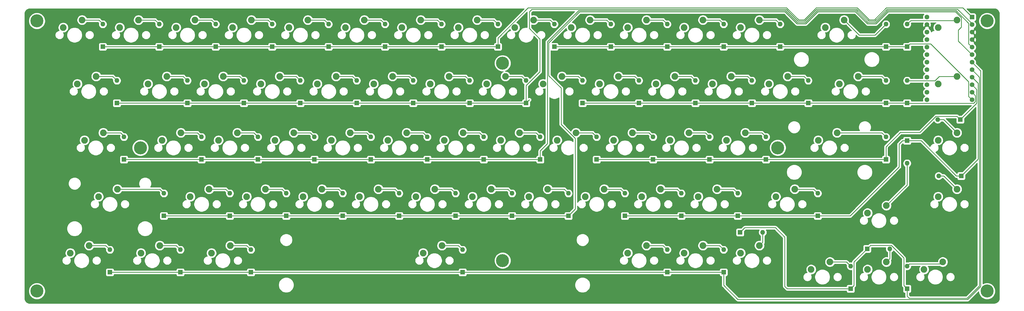
<source format=gbr>
%TF.GenerationSoftware,KiCad,Pcbnew,(5.1.12)-1*%
%TF.CreationDate,2021-12-02T20:26:18+01:00*%
%TF.ProjectId,zzelia65,7a7a656c-6961-4363-952e-6b696361645f,rev?*%
%TF.SameCoordinates,Original*%
%TF.FileFunction,Copper,L1,Top*%
%TF.FilePolarity,Positive*%
%FSLAX46Y46*%
G04 Gerber Fmt 4.6, Leading zero omitted, Abs format (unit mm)*
G04 Created by KiCad (PCBNEW (5.1.12)-1) date 2021-12-02 20:26:18*
%MOMM*%
%LPD*%
G01*
G04 APERTURE LIST*
%TA.AperFunction,ComponentPad*%
%ADD10C,4.400000*%
%TD*%
%TA.AperFunction,ComponentPad*%
%ADD11C,1.600000*%
%TD*%
%TA.AperFunction,ComponentPad*%
%ADD12R,1.600000X1.600000*%
%TD*%
%TA.AperFunction,ComponentPad*%
%ADD13C,2.250000*%
%TD*%
%TA.AperFunction,ComponentPad*%
%ADD14O,1.600000X1.600000*%
%TD*%
%TA.AperFunction,Conductor*%
%ADD15C,0.250000*%
%TD*%
%TA.AperFunction,Conductor*%
%ADD16C,0.254000*%
%TD*%
%TA.AperFunction,Conductor*%
%ADD17C,0.100000*%
%TD*%
G04 APERTURE END LIST*
D10*
%TO.P,REF\u002A\u002A,1*%
%TO.N,N/C*%
X80168750Y-82550000D03*
%TD*%
%TO.P,REF\u002A\u002A,1*%
%TO.N,N/C*%
X295275000Y-82550000D03*
%TD*%
%TO.P,REF\u002A\u002A,1*%
%TO.N,N/C*%
X202406250Y-53975000D03*
%TD*%
%TO.P,REF\u002A\u002A,1*%
%TO.N,N/C*%
X202406250Y-120650000D03*
%TD*%
%TO.P,REF\u002A\u002A,1*%
%TO.N,N/C*%
X45243750Y-130968750D03*
%TD*%
%TO.P,REF\u002A\u002A,1*%
%TO.N,N/C*%
X45243750Y-39687500D03*
%TD*%
%TO.P,REF\u002A\u002A,1*%
%TO.N,N/C*%
X365918750Y-39687500D03*
%TD*%
%TO.P,REF\u002A\u002A,1*%
%TO.N,N/C*%
X365918750Y-130968750D03*
%TD*%
D11*
%TO.P,ProMicro1,24*%
%TO.N,Net-(ProMicro1-Pad24)*%
X345598750Y-38417500D03*
%TO.P,ProMicro1,23*%
%TO.N,GND*%
X345598750Y-40957500D03*
%TO.P,ProMicro1,22*%
%TO.N,RESET*%
X345598750Y-43497500D03*
%TO.P,ProMicro1,21*%
%TO.N,Net-(ProMicro1-Pad21)*%
X345598750Y-46037500D03*
%TO.P,ProMicro1,20*%
%TO.N,Col_0*%
X345598750Y-48577500D03*
%TO.P,ProMicro1,19*%
%TO.N,Col_7*%
X345598750Y-51117500D03*
%TO.P,ProMicro1,18*%
%TO.N,Col_6*%
X345598750Y-53657500D03*
%TO.P,ProMicro1,17*%
%TO.N,Col_5*%
X345598750Y-56197500D03*
%TO.P,ProMicro1,16*%
%TO.N,Col_4*%
X345598750Y-58737500D03*
%TO.P,ProMicro1,15*%
%TO.N,Col_3*%
X345598750Y-61277500D03*
%TO.P,ProMicro1,14*%
%TO.N,Col_2*%
X345598750Y-63817500D03*
%TO.P,ProMicro1,13*%
%TO.N,Col_1*%
X345598750Y-66357500D03*
%TO.P,ProMicro1,12*%
%TO.N,Row_9*%
X360838750Y-66357500D03*
%TO.P,ProMicro1,11*%
%TO.N,Row_8*%
X360838750Y-63817500D03*
%TO.P,ProMicro1,10*%
%TO.N,Row_7*%
X360838750Y-61277500D03*
%TO.P,ProMicro1,9*%
%TO.N,Row_6*%
X360838750Y-58737500D03*
%TO.P,ProMicro1,8*%
%TO.N,Row_5*%
X360838750Y-56197500D03*
%TO.P,ProMicro1,7*%
%TO.N,Row_4*%
X360838750Y-53657500D03*
%TO.P,ProMicro1,6*%
%TO.N,Row_3*%
X360838750Y-51117500D03*
%TO.P,ProMicro1,5*%
%TO.N,Row_2*%
X360838750Y-48577500D03*
%TO.P,ProMicro1,4*%
%TO.N,GND*%
X360838750Y-46037500D03*
%TO.P,ProMicro1,3*%
X360838750Y-43497500D03*
%TO.P,ProMicro1,2*%
%TO.N,Row_1*%
X360838750Y-40957500D03*
D12*
%TO.P,ProMicro1,1*%
%TO.N,Row_0*%
X360838750Y-38417500D03*
%TD*%
D13*
%TO.P,K_Z1,1*%
%TO.N,Col_1*%
X96996250Y-99060000D03*
%TO.P,K_Z1,2*%
%TO.N,Net-(D_Z1-Pad2)*%
X103346250Y-96520000D03*
%TD*%
%TO.P,K_Y1,1*%
%TO.N,Col_6*%
X177958750Y-60960000D03*
%TO.P,K_Y1,2*%
%TO.N,Net-(D_Y1-Pad2)*%
X184308750Y-58420000D03*
%TD*%
%TO.P,K_X1,1*%
%TO.N,Col_2*%
X116046250Y-99060000D03*
%TO.P,K_X1,2*%
%TO.N,Net-(D_X1-Pad2)*%
X122396250Y-96520000D03*
%TD*%
%TO.P,K_W1,1*%
%TO.N,Col_2*%
X101758750Y-60960000D03*
%TO.P,K_W1,2*%
%TO.N,Net-(D_W1-Pad2)*%
X108108750Y-58420000D03*
%TD*%
%TO.P,K_V1,1*%
%TO.N,Col_4*%
X154146250Y-99060000D03*
%TO.P,K_V1,2*%
%TO.N,Net-(D_V1-Pad2)*%
X160496250Y-96520000D03*
%TD*%
%TO.P,K_Up1,1*%
%TO.N,Col_2*%
X325596250Y-104616250D03*
%TO.P,K_Up1,2*%
%TO.N,Net-(D_Up1-Pad2)*%
X331946250Y-102076250D03*
%TD*%
%TO.P,K_U1,1*%
%TO.N,Col_7*%
X197008750Y-60960000D03*
%TO.P,K_U1,2*%
%TO.N,Net-(D_U1-Pad2)*%
X203358750Y-58420000D03*
%TD*%
%TO.P,K_Tab1,1*%
%TO.N,Col_0*%
X58896250Y-60960000D03*
%TO.P,K_Tab1,2*%
%TO.N,Net-(D_Tab1-Pad2)*%
X65246250Y-58420000D03*
%TD*%
%TO.P,K_T1,1*%
%TO.N,Col_5*%
X158908750Y-60960000D03*
%TO.P,K_T1,2*%
%TO.N,Net-(D_T1-Pad2)*%
X165258750Y-58420000D03*
%TD*%
%TO.P,K_Space1,1*%
%TO.N,Col_3*%
X175577500Y-118110000D03*
%TO.P,K_Space1,2*%
%TO.N,Net-(D_Space1-Pad2)*%
X181927500Y-115570000D03*
%TD*%
%TO.P,K_Slash1,1*%
%TO.N,Col_4*%
X268446250Y-99060000D03*
%TO.P,K_Slash1,2*%
%TO.N,Net-(D_Slash1-Pad2)*%
X274796250Y-96520000D03*
%TD*%
%TO.P,K_Semi1,1*%
%TO.N,Col_4*%
X258921250Y-80010000D03*
%TO.P,K_Semi1,2*%
%TO.N,Net-(D_Semi1-Pad2)*%
X265271250Y-77470000D03*
%TD*%
%TO.P,K_S1,1*%
%TO.N,Col_2*%
X106521250Y-80010000D03*
%TO.P,K_S1,2*%
%TO.N,Net-(D_S1-Pad2)*%
X112871250Y-77470000D03*
%TD*%
%TO.P,K_RShift1,1*%
%TO.N,Col_3*%
X294640000Y-99060000D03*
%TO.P,K_RShift1,2*%
%TO.N,Net-(D_RShift1-Pad2)*%
X300990000Y-96520000D03*
%TD*%
%TO.P,K_Right1,1*%
%TO.N,Col_1*%
X344646250Y-123666250D03*
%TO.P,K_Right1,2*%
%TO.N,Net-(D_Right1-Pad2)*%
X350996250Y-121126250D03*
%TD*%
%TO.P,K_RCtrl1,1*%
%TO.N,Col_4*%
X282733750Y-118110000D03*
%TO.P,K_RCtrl1,2*%
%TO.N,Net-(D_RCtrl1-Pad2)*%
X289083750Y-115570000D03*
%TD*%
%TO.P,K_RAlt1,1*%
%TO.N,Col_4*%
X244633750Y-118110000D03*
%TO.P,K_RAlt1,2*%
%TO.N,Net-(D_RAlt1-Pad2)*%
X250983750Y-115570000D03*
%TD*%
%TO.P,K_R1,1*%
%TO.N,Col_4*%
X139858750Y-60960000D03*
%TO.P,K_R1,2*%
%TO.N,Net-(D_R1-Pad2)*%
X146208750Y-58420000D03*
%TD*%
%TO.P,K_Quote1,1*%
%TO.N,Col_3*%
X277971250Y-80010000D03*
%TO.P,K_Quote1,2*%
%TO.N,Net-(D_Quote1-Pad2)*%
X284321250Y-77470000D03*
%TD*%
%TO.P,K_Q1,1*%
%TO.N,Col_1*%
X82708750Y-60960000D03*
%TO.P,K_Q1,2*%
%TO.N,Net-(D_Q1-Pad2)*%
X89058750Y-58420000D03*
%TD*%
%TO.P,K_Plus1,1*%
%TO.N,Col_3*%
X282733750Y-41910000D03*
%TO.P,K_Plus1,2*%
%TO.N,Net-(D_Plus1-Pad2)*%
X289083750Y-39370000D03*
%TD*%
%TO.P,K_P1,1*%
%TO.N,Col_5*%
X254158750Y-60960000D03*
%TO.P,K_P1,2*%
%TO.N,Net-(D_P1-Pad2)*%
X260508750Y-58420000D03*
%TD*%
%TO.P,K_Open1,1*%
%TO.N,Col_4*%
X273208750Y-60960000D03*
%TO.P,K_Open1,2*%
%TO.N,Net-(D_Open1-Pad2)*%
X279558750Y-58420000D03*
%TD*%
%TO.P,K_O1,1*%
%TO.N,Col_6*%
X235108750Y-60960000D03*
%TO.P,K_O1,2*%
%TO.N,Net-(D_O1-Pad2)*%
X241458750Y-58420000D03*
%TD*%
%TO.P,K_N1,1*%
%TO.N,Col_6*%
X192246250Y-99060000D03*
%TO.P,K_N1,2*%
%TO.N,Net-(D_N1-Pad2)*%
X198596250Y-96520000D03*
%TD*%
%TO.P,K_Minus1,1*%
%TO.N,Col_4*%
X263683750Y-41910000D03*
%TO.P,K_Minus1,2*%
%TO.N,Net-(D_Minus1-Pad2)*%
X270033750Y-39370000D03*
%TD*%
%TO.P,K_M1,1*%
%TO.N,Col_7*%
X211296250Y-99060000D03*
%TO.P,K_M1,2*%
%TO.N,Net-(D_M1-Pad2)*%
X217646250Y-96520000D03*
%TD*%
%TO.P,K_LWin1,1*%
%TO.N,Col_1*%
X80327500Y-118110000D03*
%TO.P,K_LWin1,2*%
%TO.N,Net-(D_LWin1-Pad2)*%
X86677500Y-115570000D03*
%TD*%
%TO.P,K_LShift1,1*%
%TO.N,Col_0*%
X66040000Y-99060000D03*
%TO.P,K_LShift1,2*%
%TO.N,Net-(D_LShift1-Pad2)*%
X72390000Y-96520000D03*
%TD*%
%TO.P,K_Left1,1*%
%TO.N,Col_3*%
X306546250Y-123666250D03*
%TO.P,K_Left1,2*%
%TO.N,Net-(D_Left1-Pad2)*%
X312896250Y-121126250D03*
%TD*%
%TO.P,K_LCtrl1,1*%
%TO.N,Col_0*%
X56515000Y-118110000D03*
%TO.P,K_LCtrl1,2*%
%TO.N,Net-(D_LCtrl1-Pad2)*%
X62865000Y-115570000D03*
%TD*%
%TO.P,K_LAlt1,1*%
%TO.N,Col_2*%
X104140000Y-118110000D03*
%TO.P,K_LAlt1,2*%
%TO.N,Net-(D_LAlt1-Pad2)*%
X110490000Y-115570000D03*
%TD*%
%TO.P,K_L1,1*%
%TO.N,Col_5*%
X239871250Y-80010000D03*
%TO.P,K_L1,2*%
%TO.N,Net-(D_L1-Pad2)*%
X246221250Y-77470000D03*
%TD*%
%TO.P,K_K1,1*%
%TO.N,Col_6*%
X220821250Y-80010000D03*
%TO.P,K_K1,2*%
%TO.N,Net-(D_K1-Pad2)*%
X227171250Y-77470000D03*
%TD*%
%TO.P,K_J1,1*%
%TO.N,Col_7*%
X201771250Y-80010000D03*
%TO.P,K_J1,2*%
%TO.N,Net-(D_J1-Pad2)*%
X208121250Y-77470000D03*
%TD*%
%TO.P,K_Insert1,1*%
%TO.N,Col_1*%
X349408750Y-41910000D03*
%TO.P,K_Insert1,2*%
%TO.N,Net-(D_Insert1-Pad2)*%
X355758750Y-39370000D03*
%TD*%
%TO.P,K_I1,1*%
%TO.N,Col_7*%
X216058750Y-60960000D03*
%TO.P,K_I1,2*%
%TO.N,Net-(D_I1-Pad2)*%
X222408750Y-58420000D03*
%TD*%
%TO.P,K_Home1,1*%
%TO.N,Col_1*%
X349408750Y-60960000D03*
%TO.P,K_Home1,2*%
%TO.N,Net-(D_Home1-Pad2)*%
X355758750Y-58420000D03*
%TD*%
%TO.P,K_H1,1*%
%TO.N,Col_6*%
X182721250Y-80010000D03*
%TO.P,K_H1,2*%
%TO.N,Net-(D_H1-Pad2)*%
X189071250Y-77470000D03*
%TD*%
%TO.P,K_G1,1*%
%TO.N,Col_5*%
X163671250Y-80010000D03*
%TO.P,K_G1,2*%
%TO.N,Net-(D_G1-Pad2)*%
X170021250Y-77470000D03*
%TD*%
%TO.P,K_Fn1,1*%
%TO.N,Col_5*%
X263683750Y-118110000D03*
%TO.P,K_Fn1,2*%
%TO.N,Net-(D_Fn1-Pad2)*%
X270033750Y-115570000D03*
%TD*%
%TO.P,K_F1,1*%
%TO.N,Col_4*%
X144621250Y-80010000D03*
%TO.P,K_F1,2*%
%TO.N,Net-(D_F1-Pad2)*%
X150971250Y-77470000D03*
%TD*%
%TO.P,K_Esc1,1*%
%TO.N,Col_0*%
X54133750Y-41910000D03*
%TO.P,K_Esc1,2*%
%TO.N,Net-(D_Esc1-Pad2)*%
X60483750Y-39370000D03*
%TD*%
%TO.P,K_Enter1,1*%
%TO.N,Col_2*%
X308927500Y-80010000D03*
%TO.P,K_Enter1,2*%
%TO.N,Net-(D_Enter1-Pad2)*%
X315277500Y-77470000D03*
%TD*%
%TO.P,K_End1,1*%
%TO.N,Col_1*%
X349408750Y-80010000D03*
%TO.P,K_End1,2*%
%TO.N,Net-(D_End1-Pad2)*%
X355758750Y-77470000D03*
%TD*%
%TO.P,K_E1,1*%
%TO.N,Col_3*%
X120808750Y-60960000D03*
%TO.P,K_E1,2*%
%TO.N,Net-(D_E1-Pad2)*%
X127158750Y-58420000D03*
%TD*%
%TO.P,K_Down1,1*%
%TO.N,Col_2*%
X325596250Y-123666250D03*
%TO.P,K_Down1,2*%
%TO.N,Net-(D_Down1-Pad2)*%
X331946250Y-121126250D03*
%TD*%
%TO.P,K_Dot1,1*%
%TO.N,Col_5*%
X249396250Y-99060000D03*
%TO.P,K_Dot1,2*%
%TO.N,Net-(D_Dot1-Pad2)*%
X255746250Y-96520000D03*
%TD*%
%TO.P,K_Del1,1*%
%TO.N,Col_1*%
X349408750Y-99060000D03*
%TO.P,K_Del1,2*%
%TO.N,Net-(D_Del1-Pad2)*%
X355758750Y-96520000D03*
%TD*%
%TO.P,K_D1,1*%
%TO.N,Col_3*%
X125571250Y-80010000D03*
%TO.P,K_D1,2*%
%TO.N,Net-(D_D1-Pad2)*%
X131921250Y-77470000D03*
%TD*%
%TO.P,K_Comma1,1*%
%TO.N,Col_6*%
X230346250Y-99060000D03*
%TO.P,K_Comma1,2*%
%TO.N,Net-(D_Comma1-Pad2)*%
X236696250Y-96520000D03*
%TD*%
%TO.P,K_Close1,1*%
%TO.N,Col_3*%
X292258750Y-60960000D03*
%TO.P,K_Close1,2*%
%TO.N,Net-(D_Close1-Pad2)*%
X298608750Y-58420000D03*
%TD*%
%TO.P,K_Caps1,1*%
%TO.N,Col_0*%
X61277500Y-80010000D03*
%TO.P,K_Caps1,2*%
%TO.N,Net-(D_Caps1-Pad2)*%
X67627500Y-77470000D03*
%TD*%
%TO.P,K_C1,1*%
%TO.N,Col_3*%
X135096250Y-99060000D03*
%TO.P,K_C1,2*%
%TO.N,Net-(D_C1-Pad2)*%
X141446250Y-96520000D03*
%TD*%
%TO.P,K_Backslash1,1*%
%TO.N,Col_2*%
X316071250Y-60960000D03*
%TO.P,K_Backslash1,2*%
%TO.N,Net-(D_Backslash1-Pad2)*%
X322421250Y-58420000D03*
%TD*%
%TO.P,K_Back1,1*%
%TO.N,Col_2*%
X311308750Y-41910000D03*
%TO.P,K_Back1,2*%
%TO.N,Net-(D_Back1-Pad2)*%
X317658750Y-39370000D03*
%TD*%
%TO.P,K_B1,1*%
%TO.N,Col_5*%
X173196250Y-99060000D03*
%TO.P,K_B1,2*%
%TO.N,Net-(D_B1-Pad2)*%
X179546250Y-96520000D03*
%TD*%
%TO.P,K_A1,1*%
%TO.N,Col_1*%
X87471250Y-80010000D03*
%TO.P,K_A1,2*%
%TO.N,Net-(D_A1-Pad2)*%
X93821250Y-77470000D03*
%TD*%
%TO.P,K_9,1*%
%TO.N,Col_6*%
X225583750Y-41910000D03*
%TO.P,K_9,2*%
%TO.N,Net-(D_9-Pad2)*%
X231933750Y-39370000D03*
%TD*%
%TO.P,K_8,1*%
%TO.N,Col_7*%
X206533750Y-41910000D03*
%TO.P,K_8,2*%
%TO.N,Net-(D_8-Pad2)*%
X212883750Y-39370000D03*
%TD*%
%TO.P,K_7,1*%
%TO.N,Col_7*%
X187483750Y-41910000D03*
%TO.P,K_7,2*%
%TO.N,Net-(D_7-Pad2)*%
X193833750Y-39370000D03*
%TD*%
%TO.P,K_6,1*%
%TO.N,Col_6*%
X168433750Y-41910000D03*
%TO.P,K_6,2*%
%TO.N,Net-(D_6-Pad2)*%
X174783750Y-39370000D03*
%TD*%
%TO.P,K_5,1*%
%TO.N,Col_5*%
X149383750Y-41910000D03*
%TO.P,K_5,2*%
%TO.N,Net-(D_5-Pad2)*%
X155733750Y-39370000D03*
%TD*%
%TO.P,K_4,1*%
%TO.N,Col_4*%
X130333750Y-41910000D03*
%TO.P,K_4,2*%
%TO.N,Net-(D_4-Pad2)*%
X136683750Y-39370000D03*
%TD*%
%TO.P,K_3,1*%
%TO.N,Col_3*%
X111283750Y-41910000D03*
%TO.P,K_3,2*%
%TO.N,Net-(D_3-Pad2)*%
X117633750Y-39370000D03*
%TD*%
%TO.P,K_2,1*%
%TO.N,Col_2*%
X92233750Y-41910000D03*
%TO.P,K_2,2*%
%TO.N,Net-(D_2-Pad2)*%
X98583750Y-39370000D03*
%TD*%
%TO.P,K_1,1*%
%TO.N,Col_1*%
X73183750Y-41910000D03*
%TO.P,K_1,2*%
%TO.N,Net-(D_1-Pad2)*%
X79533750Y-39370000D03*
%TD*%
%TO.P,K_0,1*%
%TO.N,Col_5*%
X244633750Y-41910000D03*
%TO.P,K_0,2*%
%TO.N,Net-(D_0-Pad2)*%
X250983750Y-39370000D03*
%TD*%
D14*
%TO.P,D_Z1,2*%
%TO.N,Net-(D_Z1-Pad2)*%
X110331250Y-97948750D03*
D12*
%TO.P,D_Z1,1*%
%TO.N,Row_3*%
X110331250Y-105568750D03*
%TD*%
D14*
%TO.P,D_Y1,2*%
%TO.N,Net-(D_Y1-Pad2)*%
X191293750Y-59848750D03*
D12*
%TO.P,D_Y1,1*%
%TO.N,Row_1*%
X191293750Y-67468750D03*
%TD*%
D14*
%TO.P,D_X1,2*%
%TO.N,Net-(D_X1-Pad2)*%
X129381250Y-97948750D03*
D12*
%TO.P,D_X1,1*%
%TO.N,Row_3*%
X129381250Y-105568750D03*
%TD*%
D14*
%TO.P,D_W1,2*%
%TO.N,Net-(D_W1-Pad2)*%
X115093750Y-59848750D03*
D12*
%TO.P,D_W1,1*%
%TO.N,Row_1*%
X115093750Y-67468750D03*
%TD*%
D14*
%TO.P,D_V1,2*%
%TO.N,Net-(D_V1-Pad2)*%
X167481250Y-97948750D03*
D12*
%TO.P,D_V1,1*%
%TO.N,Row_3*%
X167481250Y-105568750D03*
%TD*%
D14*
%TO.P,D_Up1,2*%
%TO.N,Net-(D_Up1-Pad2)*%
X338931250Y-87788750D03*
D12*
%TO.P,D_Up1,1*%
%TO.N,Row_6*%
X338931250Y-80168750D03*
%TD*%
D14*
%TO.P,D_U1,2*%
%TO.N,Net-(D_U1-Pad2)*%
X210343750Y-59848750D03*
D12*
%TO.P,D_U1,1*%
%TO.N,Row_1*%
X210343750Y-67468750D03*
%TD*%
D14*
%TO.P,D_Tab1,2*%
%TO.N,Net-(D_Tab1-Pad2)*%
X72231250Y-59848750D03*
D12*
%TO.P,D_Tab1,1*%
%TO.N,Row_1*%
X72231250Y-67468750D03*
%TD*%
%TO.P,D_T1,1*%
%TO.N,Row_1*%
X172243750Y-67468750D03*
D14*
%TO.P,D_T1,2*%
%TO.N,Net-(D_T1-Pad2)*%
X172243750Y-59848750D03*
%TD*%
%TO.P,D_Space1,2*%
%TO.N,Net-(D_Space1-Pad2)*%
X188912500Y-116998750D03*
D12*
%TO.P,D_Space1,1*%
%TO.N,Row_4*%
X188912500Y-124618750D03*
%TD*%
D14*
%TO.P,D_Slash1,2*%
%TO.N,Net-(D_Slash1-Pad2)*%
X281781250Y-97948750D03*
D12*
%TO.P,D_Slash1,1*%
%TO.N,Row_6*%
X281781250Y-105568750D03*
%TD*%
D14*
%TO.P,D_Semi1,2*%
%TO.N,Net-(D_Semi1-Pad2)*%
X272256250Y-78898750D03*
D12*
%TO.P,D_Semi1,1*%
%TO.N,Row_7*%
X272256250Y-86518750D03*
%TD*%
D14*
%TO.P,D_S1,2*%
%TO.N,Net-(D_S1-Pad2)*%
X119856250Y-78898750D03*
D12*
%TO.P,D_S1,1*%
%TO.N,Row_2*%
X119856250Y-86518750D03*
%TD*%
D14*
%TO.P,D_RShift1,2*%
%TO.N,Net-(D_RShift1-Pad2)*%
X308768750Y-97948750D03*
D12*
%TO.P,D_RShift1,1*%
%TO.N,Row_6*%
X308768750Y-105568750D03*
%TD*%
D14*
%TO.P,D_Right1,2*%
%TO.N,Net-(D_Right1-Pad2)*%
X338931250Y-122555000D03*
D12*
%TO.P,D_Right1,1*%
%TO.N,Row_5*%
X338931250Y-130175000D03*
%TD*%
D14*
%TO.P,D_RCtrl1,2*%
%TO.N,Net-(D_RCtrl1-Pad2)*%
X290195000Y-111125000D03*
D12*
%TO.P,D_RCtrl1,1*%
%TO.N,Row_5*%
X282575000Y-111125000D03*
%TD*%
D14*
%TO.P,D_RAlt1,2*%
%TO.N,Net-(D_RAlt1-Pad2)*%
X257968750Y-116998750D03*
D12*
%TO.P,D_RAlt1,1*%
%TO.N,Row_4*%
X257968750Y-124618750D03*
%TD*%
D14*
%TO.P,D_R1,2*%
%TO.N,Net-(D_R1-Pad2)*%
X153193750Y-59848750D03*
D12*
%TO.P,D_R1,1*%
%TO.N,Row_1*%
X153193750Y-67468750D03*
%TD*%
D14*
%TO.P,D_Quote1,2*%
%TO.N,Net-(D_Quote1-Pad2)*%
X291306250Y-78898750D03*
D12*
%TO.P,D_Quote1,1*%
%TO.N,Row_7*%
X291306250Y-86518750D03*
%TD*%
D14*
%TO.P,D_Q1,2*%
%TO.N,Net-(D_Q1-Pad2)*%
X96043750Y-59848750D03*
D12*
%TO.P,D_Q1,1*%
%TO.N,Row_1*%
X96043750Y-67468750D03*
%TD*%
D14*
%TO.P,D_Plus1,2*%
%TO.N,Net-(D_Plus1-Pad2)*%
X296068750Y-40798750D03*
D12*
%TO.P,D_Plus1,1*%
%TO.N,Row_9*%
X296068750Y-48418750D03*
%TD*%
D14*
%TO.P,D_P1,2*%
%TO.N,Net-(D_P1-Pad2)*%
X267493750Y-59848750D03*
D12*
%TO.P,D_P1,1*%
%TO.N,Row_8*%
X267493750Y-67468750D03*
%TD*%
D14*
%TO.P,D_Open1,2*%
%TO.N,Net-(D_Open1-Pad2)*%
X286543750Y-59848750D03*
D12*
%TO.P,D_Open1,1*%
%TO.N,Row_8*%
X286543750Y-67468750D03*
%TD*%
D14*
%TO.P,D_O1,2*%
%TO.N,Net-(D_O1-Pad2)*%
X248443750Y-59848750D03*
D12*
%TO.P,D_O1,1*%
%TO.N,Row_8*%
X248443750Y-67468750D03*
%TD*%
D14*
%TO.P,D_N1,2*%
%TO.N,Net-(D_N1-Pad2)*%
X205581250Y-97948750D03*
D12*
%TO.P,D_N1,1*%
%TO.N,Row_3*%
X205581250Y-105568750D03*
%TD*%
D14*
%TO.P,D_Minus1,2*%
%TO.N,Net-(D_Minus1-Pad2)*%
X277018750Y-40798750D03*
D12*
%TO.P,D_Minus1,1*%
%TO.N,Row_9*%
X277018750Y-48418750D03*
%TD*%
%TO.P,D_M1,1*%
%TO.N,Row_3*%
X224631250Y-105568750D03*
D14*
%TO.P,D_M1,2*%
%TO.N,Net-(D_M1-Pad2)*%
X224631250Y-97948750D03*
%TD*%
%TO.P,D_LWin1,2*%
%TO.N,Net-(D_LWin1-Pad2)*%
X93662500Y-116998750D03*
D12*
%TO.P,D_LWin1,1*%
%TO.N,Row_4*%
X93662500Y-124618750D03*
%TD*%
D14*
%TO.P,D_LShift1,2*%
%TO.N,Net-(D_LShift1-Pad2)*%
X88106250Y-97948750D03*
D12*
%TO.P,D_LShift1,1*%
%TO.N,Row_3*%
X88106250Y-105568750D03*
%TD*%
D14*
%TO.P,D_A1,2*%
%TO.N,Net-(D_A1-Pad2)*%
X100806250Y-78898750D03*
D12*
%TO.P,D_A1,1*%
%TO.N,Row_2*%
X100806250Y-86518750D03*
%TD*%
D14*
%TO.P,D_Left1,2*%
%TO.N,Net-(D_Left1-Pad2)*%
X319881250Y-122555000D03*
D12*
%TO.P,D_Left1,1*%
%TO.N,Row_5*%
X319881250Y-130175000D03*
%TD*%
D14*
%TO.P,D_LCtrl1,2*%
%TO.N,Net-(D_LCtrl1-Pad2)*%
X69850000Y-116998750D03*
D12*
%TO.P,D_LCtrl1,1*%
%TO.N,Row_4*%
X69850000Y-124618750D03*
%TD*%
D14*
%TO.P,D_LAlt1,2*%
%TO.N,Net-(D_LAlt1-Pad2)*%
X117475000Y-116998750D03*
D12*
%TO.P,D_LAlt1,1*%
%TO.N,Row_4*%
X117475000Y-124618750D03*
%TD*%
D14*
%TO.P,D_L1,2*%
%TO.N,Net-(D_L1-Pad2)*%
X253206250Y-78898750D03*
D12*
%TO.P,D_L1,1*%
%TO.N,Row_7*%
X253206250Y-86518750D03*
%TD*%
D14*
%TO.P,D_K1,2*%
%TO.N,Net-(D_K1-Pad2)*%
X234156250Y-78898750D03*
D12*
%TO.P,D_K1,1*%
%TO.N,Row_7*%
X234156250Y-86518750D03*
%TD*%
%TO.P,D_J1,1*%
%TO.N,Row_2*%
X215106250Y-86518750D03*
D14*
%TO.P,D_J1,2*%
%TO.N,Net-(D_J1-Pad2)*%
X215106250Y-78898750D03*
%TD*%
D12*
%TO.P,D_Insert1,1*%
%TO.N,Row_9*%
X338931250Y-48418750D03*
D14*
%TO.P,D_Insert1,2*%
%TO.N,Net-(D_Insert1-Pad2)*%
X338931250Y-40798750D03*
%TD*%
%TO.P,D_I1,2*%
%TO.N,Net-(D_I1-Pad2)*%
X229393750Y-59848750D03*
D12*
%TO.P,D_I1,1*%
%TO.N,Row_8*%
X229393750Y-67468750D03*
%TD*%
%TO.P,D_Home1,1*%
%TO.N,Row_8*%
X338931250Y-67468750D03*
D14*
%TO.P,D_Home1,2*%
%TO.N,Net-(D_Home1-Pad2)*%
X338931250Y-59848750D03*
%TD*%
%TO.P,D_H1,2*%
%TO.N,Net-(D_H1-Pad2)*%
X196056250Y-78898750D03*
D12*
%TO.P,D_H1,1*%
%TO.N,Row_2*%
X196056250Y-86518750D03*
%TD*%
D14*
%TO.P,D_G1,2*%
%TO.N,Net-(D_G1-Pad2)*%
X177006250Y-78898750D03*
D12*
%TO.P,D_G1,1*%
%TO.N,Row_2*%
X177006250Y-86518750D03*
%TD*%
D14*
%TO.P,D_Fn1,2*%
%TO.N,Net-(D_Fn1-Pad2)*%
X277018750Y-116998750D03*
D12*
%TO.P,D_Fn1,1*%
%TO.N,Row_4*%
X277018750Y-124618750D03*
%TD*%
D14*
%TO.P,D_F1,2*%
%TO.N,Net-(D_F1-Pad2)*%
X157956250Y-78898750D03*
D12*
%TO.P,D_F1,1*%
%TO.N,Row_2*%
X157956250Y-86518750D03*
%TD*%
D14*
%TO.P,D_Esc1,2*%
%TO.N,Net-(D_Esc1-Pad2)*%
X67468750Y-40798750D03*
D12*
%TO.P,D_Esc1,1*%
%TO.N,Row_0*%
X67468750Y-48418750D03*
%TD*%
D14*
%TO.P,D_Enter1,2*%
%TO.N,Net-(D_Enter1-Pad2)*%
X331787500Y-78898750D03*
D12*
%TO.P,D_Enter1,1*%
%TO.N,Row_7*%
X331787500Y-86518750D03*
%TD*%
%TO.P,D_End1,1*%
%TO.N,Row_7*%
X356870000Y-73025000D03*
D14*
%TO.P,D_End1,2*%
%TO.N,Net-(D_End1-Pad2)*%
X349250000Y-73025000D03*
%TD*%
%TO.P,D_E1,2*%
%TO.N,Net-(D_E1-Pad2)*%
X134143750Y-59848750D03*
D12*
%TO.P,D_E1,1*%
%TO.N,Row_1*%
X134143750Y-67468750D03*
%TD*%
D14*
%TO.P,D_Down1,2*%
%TO.N,Net-(D_Down1-Pad2)*%
X333057500Y-116681250D03*
D12*
%TO.P,D_Down1,1*%
%TO.N,Row_5*%
X325437500Y-116681250D03*
%TD*%
D14*
%TO.P,D_Dot1,2*%
%TO.N,Net-(D_Dot1-Pad2)*%
X262731250Y-97948750D03*
D12*
%TO.P,D_Dot1,1*%
%TO.N,Row_6*%
X262731250Y-105568750D03*
%TD*%
%TO.P,D_Del1,1*%
%TO.N,Row_6*%
X357187500Y-92075000D03*
D14*
%TO.P,D_Del1,2*%
%TO.N,Net-(D_Del1-Pad2)*%
X349567500Y-92075000D03*
%TD*%
%TO.P,D_D1,2*%
%TO.N,Net-(D_D1-Pad2)*%
X138906250Y-78898750D03*
D12*
%TO.P,D_D1,1*%
%TO.N,Row_2*%
X138906250Y-86518750D03*
%TD*%
D14*
%TO.P,D_Comma1,2*%
%TO.N,Net-(D_Comma1-Pad2)*%
X243681250Y-97948750D03*
D12*
%TO.P,D_Comma1,1*%
%TO.N,Row_6*%
X243681250Y-105568750D03*
%TD*%
D14*
%TO.P,D_Close1,2*%
%TO.N,Net-(D_Close1-Pad2)*%
X305593750Y-59848750D03*
D12*
%TO.P,D_Close1,1*%
%TO.N,Row_8*%
X305593750Y-67468750D03*
%TD*%
D14*
%TO.P,D_Caps1,2*%
%TO.N,Net-(D_Caps1-Pad2)*%
X74612500Y-78898750D03*
D12*
%TO.P,D_Caps1,1*%
%TO.N,Row_2*%
X74612500Y-86518750D03*
%TD*%
D14*
%TO.P,D_C1,2*%
%TO.N,Net-(D_C1-Pad2)*%
X148431250Y-97948750D03*
D12*
%TO.P,D_C1,1*%
%TO.N,Row_3*%
X148431250Y-105568750D03*
%TD*%
D14*
%TO.P,D_Backslash1,2*%
%TO.N,Net-(D_Backslash1-Pad2)*%
X331787500Y-59848750D03*
D12*
%TO.P,D_Backslash1,1*%
%TO.N,Row_8*%
X331787500Y-67468750D03*
%TD*%
D14*
%TO.P,D_Back1,2*%
%TO.N,Net-(D_Back1-Pad2)*%
X331787500Y-40798750D03*
D12*
%TO.P,D_Back1,1*%
%TO.N,Row_9*%
X331787500Y-48418750D03*
%TD*%
D14*
%TO.P,D_B1,2*%
%TO.N,Net-(D_B1-Pad2)*%
X186531250Y-97948750D03*
D12*
%TO.P,D_B1,1*%
%TO.N,Row_3*%
X186531250Y-105568750D03*
%TD*%
%TO.P,D_9,1*%
%TO.N,Row_9*%
X238918750Y-48418750D03*
D14*
%TO.P,D_9,2*%
%TO.N,Net-(D_9-Pad2)*%
X238918750Y-40798750D03*
%TD*%
%TO.P,D_8,2*%
%TO.N,Net-(D_8-Pad2)*%
X219868750Y-40798750D03*
D12*
%TO.P,D_8,1*%
%TO.N,Row_9*%
X219868750Y-48418750D03*
%TD*%
%TO.P,D_7,1*%
%TO.N,Row_0*%
X200818750Y-48418750D03*
D14*
%TO.P,D_7,2*%
%TO.N,Net-(D_7-Pad2)*%
X200818750Y-40798750D03*
%TD*%
%TO.P,D_6,2*%
%TO.N,Net-(D_6-Pad2)*%
X181768750Y-40798750D03*
D12*
%TO.P,D_6,1*%
%TO.N,Row_0*%
X181768750Y-48418750D03*
%TD*%
D14*
%TO.P,D_5,2*%
%TO.N,Net-(D_5-Pad2)*%
X162718750Y-40798750D03*
D12*
%TO.P,D_5,1*%
%TO.N,Row_0*%
X162718750Y-48418750D03*
%TD*%
%TO.P,D_4,1*%
%TO.N,Row_0*%
X143668750Y-48418750D03*
D14*
%TO.P,D_4,2*%
%TO.N,Net-(D_4-Pad2)*%
X143668750Y-40798750D03*
%TD*%
D12*
%TO.P,D_3,1*%
%TO.N,Row_0*%
X124618750Y-48418750D03*
D14*
%TO.P,D_3,2*%
%TO.N,Net-(D_3-Pad2)*%
X124618750Y-40798750D03*
%TD*%
%TO.P,D_2,2*%
%TO.N,Net-(D_2-Pad2)*%
X105568750Y-40798750D03*
D12*
%TO.P,D_2,1*%
%TO.N,Row_0*%
X105568750Y-48418750D03*
%TD*%
D14*
%TO.P,D_1,2*%
%TO.N,Net-(D_1-Pad2)*%
X86518750Y-40798750D03*
D12*
%TO.P,D_1,1*%
%TO.N,Row_0*%
X86518750Y-48418750D03*
%TD*%
D14*
%TO.P,D_0,2*%
%TO.N,Net-(D_0-Pad2)*%
X257968750Y-40798750D03*
D12*
%TO.P,D_0,1*%
%TO.N,Row_9*%
X257968750Y-48418750D03*
%TD*%
D15*
%TO.N,Net-(D_0-Pad2)*%
X256540000Y-39370000D02*
X257968750Y-40798750D01*
X250983750Y-39370000D02*
X256540000Y-39370000D01*
%TO.N,Row_9*%
X219868750Y-48418750D02*
X238918750Y-48418750D01*
X238918750Y-48418750D02*
X257968750Y-48418750D01*
X257968750Y-48418750D02*
X277018750Y-48418750D01*
X277018750Y-48418750D02*
X296068750Y-48418750D01*
X296068750Y-48418750D02*
X331787500Y-48418750D01*
X331787500Y-48418750D02*
X338931250Y-48418750D01*
X359713749Y-65232499D02*
X360838750Y-66357500D01*
X359713749Y-60228997D02*
X359713749Y-65232499D01*
X346937251Y-47452499D02*
X359713749Y-60228997D01*
X339897501Y-47452499D02*
X346937251Y-47452499D01*
X338931250Y-48418750D02*
X339897501Y-47452499D01*
%TO.N,Net-(D_1-Pad2)*%
X85090000Y-39370000D02*
X86518750Y-40798750D01*
X79533750Y-39370000D02*
X85090000Y-39370000D01*
%TO.N,Row_0*%
X67468750Y-48418750D02*
X86518750Y-48418750D01*
X86518750Y-48418750D02*
X105568750Y-48418750D01*
X105568750Y-48418750D02*
X124618750Y-48418750D01*
X124618750Y-48418750D02*
X143668750Y-48418750D01*
X143668750Y-48418750D02*
X162718750Y-48418750D01*
X162718750Y-48418750D02*
X181768750Y-48418750D01*
X181768750Y-48418750D02*
X200818750Y-48418750D01*
X200818750Y-45478998D02*
X200818750Y-48418750D01*
X211022738Y-35275010D02*
X200818750Y-45478998D01*
X298296966Y-35275010D02*
X211022738Y-35275010D01*
X298510978Y-35489022D02*
X298296966Y-35275010D01*
X360838750Y-38417500D02*
X357696260Y-35275010D01*
X307750000Y-35750000D02*
X304185999Y-39314001D01*
X357696260Y-35275010D02*
X331951512Y-35275010D01*
X331951512Y-35275010D02*
X327912521Y-39314001D01*
X308224990Y-35275010D02*
X307768002Y-35731998D01*
X307768002Y-35731998D02*
X307750000Y-35731998D01*
X326137479Y-39314001D02*
X322098488Y-35275010D01*
X327912521Y-39314001D02*
X326137479Y-39314001D01*
X302324979Y-39314001D02*
X298510978Y-35500000D01*
X322098488Y-35275010D02*
X308224990Y-35275010D01*
X307750000Y-35731998D02*
X307750000Y-35750000D01*
X304185999Y-39314001D02*
X302324979Y-39314001D01*
X298510978Y-35500000D02*
X298510978Y-35489022D01*
%TO.N,Net-(D_2-Pad2)*%
X104140000Y-39370000D02*
X105568750Y-40798750D01*
X98583750Y-39370000D02*
X104140000Y-39370000D01*
%TO.N,Net-(D_3-Pad2)*%
X123190000Y-39370000D02*
X124618750Y-40798750D01*
X117633750Y-39370000D02*
X123190000Y-39370000D01*
%TO.N,Net-(D_4-Pad2)*%
X142240000Y-39370000D02*
X143668750Y-40798750D01*
X136683750Y-39370000D02*
X142240000Y-39370000D01*
%TO.N,Net-(D_5-Pad2)*%
X161290000Y-39370000D02*
X162718750Y-40798750D01*
X155733750Y-39370000D02*
X161290000Y-39370000D01*
%TO.N,Net-(D_6-Pad2)*%
X180340000Y-39370000D02*
X181768750Y-40798750D01*
X174783750Y-39370000D02*
X180340000Y-39370000D01*
%TO.N,Net-(D_7-Pad2)*%
X199390000Y-39370000D02*
X200818750Y-40798750D01*
X193833750Y-39370000D02*
X199390000Y-39370000D01*
%TO.N,Net-(D_8-Pad2)*%
X218440000Y-39370000D02*
X219868750Y-40798750D01*
X212883750Y-39370000D02*
X218440000Y-39370000D01*
%TO.N,Net-(D_9-Pad2)*%
X237490000Y-39370000D02*
X238918750Y-40798750D01*
X231933750Y-39370000D02*
X237490000Y-39370000D01*
%TO.N,Net-(D_B1-Pad2)*%
X185102500Y-96520000D02*
X186531250Y-97948750D01*
X179546250Y-96520000D02*
X185102500Y-96520000D01*
%TO.N,Row_3*%
X88106250Y-105568750D02*
X110331250Y-105568750D01*
X110331250Y-105568750D02*
X129381250Y-105568750D01*
X129381250Y-105568750D02*
X148431250Y-105568750D01*
X148431250Y-105568750D02*
X167481250Y-105568750D01*
X167481250Y-105568750D02*
X185568750Y-105568750D01*
X185568750Y-105568750D02*
X186531250Y-105568750D01*
X186531250Y-105568750D02*
X205581250Y-105568750D01*
X205581250Y-105568750D02*
X224631250Y-105568750D01*
X357208751Y-38595161D02*
X357208751Y-41791249D01*
X355238630Y-36625040D02*
X357208751Y-38595161D01*
X328472381Y-40664029D02*
X332511370Y-36625040D01*
X325578280Y-40664030D02*
X328472381Y-40664029D01*
X308784190Y-36625040D02*
X321539289Y-36625040D01*
X224631250Y-105568750D02*
X226950151Y-103249849D01*
X226950151Y-103249849D02*
X226950151Y-79394903D01*
X321539289Y-36625040D02*
X325578280Y-40664030D01*
X226950151Y-79394903D02*
X222187651Y-74632403D01*
X356250000Y-42750000D02*
X356250000Y-46528750D01*
X301765781Y-40664029D02*
X304745202Y-40664028D01*
X222187651Y-74632403D02*
X222187651Y-62386927D01*
X222187651Y-62386927D02*
X217958761Y-58158037D01*
X217958761Y-58158037D02*
X217958761Y-47000000D01*
X217958761Y-47000000D02*
X218000000Y-47000000D01*
X356250000Y-46528750D02*
X360838750Y-51117500D01*
X304745202Y-40664028D02*
X308784190Y-36625040D01*
X218000000Y-47000000D02*
X228374960Y-36625040D01*
X228374960Y-36625040D02*
X297726789Y-36625040D01*
X332511370Y-36625040D02*
X355238630Y-36625040D01*
X297726789Y-36625040D02*
X301000000Y-39898251D01*
X357208751Y-41791249D02*
X356250000Y-42750000D01*
X301000000Y-39898251D02*
X301765781Y-40664029D01*
%TO.N,Net-(D_Back1-Pad2)*%
X317658750Y-39370000D02*
X322751239Y-44462489D01*
X328123761Y-44462489D02*
X331787500Y-40798750D01*
X322751239Y-44462489D02*
X328123761Y-44462489D01*
%TO.N,Net-(D_Backslash1-Pad2)*%
X330358750Y-58420000D02*
X331787500Y-59848750D01*
X322421250Y-58420000D02*
X330358750Y-58420000D01*
%TO.N,Row_8*%
X229393750Y-67468750D02*
X248443750Y-67468750D01*
X248443750Y-67468750D02*
X267493750Y-67468750D01*
X267493750Y-67468750D02*
X286543750Y-67468750D01*
X286543750Y-67468750D02*
X305593750Y-67468750D01*
X305593750Y-67468750D02*
X331787500Y-67468750D01*
X331787500Y-67468750D02*
X338931250Y-67468750D01*
X361378751Y-67482501D02*
X338945001Y-67482501D01*
X338945001Y-67482501D02*
X338931250Y-67468750D01*
X361963751Y-66897501D02*
X361378751Y-67482501D01*
X361963751Y-64942501D02*
X361963751Y-66897501D01*
X360838750Y-63817500D02*
X361963751Y-64942501D01*
%TO.N,Net-(D_C1-Pad2)*%
X147002500Y-96520000D02*
X148431250Y-97948750D01*
X141446250Y-96520000D02*
X147002500Y-96520000D01*
%TO.N,Net-(D_Caps1-Pad2)*%
X73501250Y-77470000D02*
X74612500Y-78581250D01*
X67627500Y-77470000D02*
X73501250Y-77470000D01*
%TO.N,Row_2*%
X74612500Y-86518750D02*
X100806250Y-86518750D01*
X100806250Y-86518750D02*
X119856250Y-86518750D01*
X119856250Y-86518750D02*
X138906250Y-86518750D01*
X138906250Y-86518750D02*
X157956250Y-86518750D01*
X157956250Y-86518750D02*
X177006250Y-86518750D01*
X177006250Y-86518750D02*
X196056250Y-86518750D01*
X196056250Y-86518750D02*
X215106250Y-86518750D01*
X359713749Y-47452499D02*
X360838750Y-48577500D01*
X359713749Y-40463749D02*
X359713749Y-47452499D01*
X355500000Y-36250000D02*
X359713749Y-40463749D01*
X355500000Y-36175030D02*
X355500000Y-36250000D01*
X215106250Y-86518750D02*
X215106250Y-83578998D01*
X215106250Y-83578998D02*
X217508751Y-81176497D01*
X217508751Y-81176497D02*
X217508751Y-46758751D01*
X228092472Y-36175030D02*
X297913188Y-36175030D01*
X297913188Y-36175030D02*
X301952180Y-40214020D01*
X308597790Y-36175030D02*
X321725688Y-36175030D01*
X301952180Y-40214020D02*
X304558801Y-40214019D01*
X304558801Y-40214019D02*
X308597790Y-36175030D01*
X321725688Y-36175030D02*
X325764680Y-40214020D01*
X217508751Y-46758751D02*
X228092472Y-36175030D01*
X325764680Y-40214020D02*
X328285980Y-40214020D01*
X328285980Y-40214020D02*
X332324970Y-36175030D01*
X332324970Y-36175030D02*
X355500000Y-36175030D01*
%TO.N,Net-(D_Close1-Pad2)*%
X304165000Y-58420000D02*
X305593750Y-59848750D01*
X298608750Y-58420000D02*
X304165000Y-58420000D01*
%TO.N,Net-(D_Comma1-Pad2)*%
X242252500Y-96520000D02*
X243681250Y-97948750D01*
X236696250Y-96520000D02*
X242252500Y-96520000D01*
%TO.N,Row_6*%
X243681250Y-105568750D02*
X262731250Y-105568750D01*
X262731250Y-105568750D02*
X281781250Y-105568750D01*
X281781250Y-105568750D02*
X308768750Y-105568750D01*
X338931250Y-80168750D02*
X340043910Y-80168750D01*
X362863770Y-86398730D02*
X357187500Y-92075000D01*
X362863770Y-60762520D02*
X362863770Y-86398730D01*
X360838750Y-58737500D02*
X362863770Y-60762520D01*
X357187500Y-92075000D02*
X355575000Y-92075000D01*
X343668750Y-80168750D02*
X340043910Y-80168750D01*
X355575000Y-92075000D02*
X343668750Y-80168750D01*
X315181250Y-105568750D02*
X308768750Y-105568750D01*
X336250000Y-89000000D02*
X319681250Y-105568750D01*
X336250000Y-81401388D02*
X336250000Y-89000000D01*
X337382658Y-80168750D02*
X336200010Y-81351398D01*
X319681250Y-105568750D02*
X315181250Y-105568750D01*
X336200010Y-81351398D02*
X336250000Y-81401388D01*
X338931250Y-80168750D02*
X337382658Y-80168750D01*
%TO.N,Net-(D_D1-Pad2)*%
X137477500Y-77470000D02*
X138906250Y-78898750D01*
X131921250Y-77470000D02*
X137477500Y-77470000D01*
%TO.N,Net-(D_Del1-Pad2)*%
X351313750Y-92075000D02*
X355758750Y-96520000D01*
X349567500Y-92075000D02*
X351313750Y-92075000D01*
%TO.N,Row_5*%
X321006251Y-121112499D02*
X325437500Y-116681250D01*
X321006251Y-129049999D02*
X321006251Y-121112499D01*
X319881250Y-130175000D02*
X321006251Y-129049999D01*
X337806249Y-129049999D02*
X338931250Y-130175000D01*
X337806249Y-119764997D02*
X337806249Y-129049999D01*
X333597501Y-115556249D02*
X337806249Y-119764997D01*
X326562501Y-115556249D02*
X333597501Y-115556249D01*
X325437500Y-116681250D02*
X326562501Y-115556249D01*
X284162500Y-109537500D02*
X282575000Y-111125000D01*
X294481250Y-109537500D02*
X284162500Y-109537500D01*
X297656250Y-112712500D02*
X294481250Y-109537500D01*
X297656250Y-129381250D02*
X297656250Y-112712500D01*
X298450000Y-130175000D02*
X297656250Y-129381250D01*
X319881250Y-130175000D02*
X298450000Y-130175000D01*
X338931250Y-130175000D02*
X338931250Y-131431250D01*
X363313779Y-58672529D02*
X360838750Y-56197500D01*
X363313779Y-129200309D02*
X363313779Y-58672529D01*
X359173473Y-133340615D02*
X363313779Y-129200309D01*
X339659385Y-133340615D02*
X359173473Y-133340615D01*
X338931250Y-132612480D02*
X339659385Y-133340615D01*
X338931250Y-130175000D02*
X338931250Y-132612480D01*
%TO.N,Net-(D_Dot1-Pad2)*%
X261302500Y-96520000D02*
X262731250Y-97948750D01*
X255746250Y-96520000D02*
X261302500Y-96520000D01*
%TO.N,Net-(D_Down1-Pad2)*%
X333057500Y-120015000D02*
X331946250Y-121126250D01*
X333057500Y-116681250D02*
X333057500Y-120015000D01*
%TO.N,Net-(D_E1-Pad2)*%
X132715000Y-58420000D02*
X134143750Y-59848750D01*
X127158750Y-58420000D02*
X132715000Y-58420000D01*
%TO.N,Row_1*%
X72231250Y-67468750D02*
X96043750Y-67468750D01*
X96043750Y-67468750D02*
X115093750Y-67468750D01*
X115093750Y-67468750D02*
X134143750Y-67468750D01*
X134143750Y-67468750D02*
X153193750Y-67468750D01*
X153193750Y-67468750D02*
X172243750Y-67468750D01*
X172243750Y-67468750D02*
X191293750Y-67468750D01*
X191293750Y-67468750D02*
X210343750Y-67468750D01*
X210343750Y-67468750D02*
X211468751Y-66343749D01*
X215000000Y-56857502D02*
X215000000Y-45802252D01*
X210343750Y-61513752D02*
X215000000Y-56857502D01*
X210343750Y-67468750D02*
X210343750Y-61513752D01*
X325951079Y-39764011D02*
X328098922Y-39764010D01*
X321912088Y-35725020D02*
X325951079Y-39764011D01*
X318475020Y-35725020D02*
X321912088Y-35725020D01*
X318475020Y-35725020D02*
X318725020Y-35725020D01*
X328098922Y-39764010D02*
X332137912Y-35725020D01*
X360838750Y-40602502D02*
X360838750Y-40957500D01*
X355961268Y-35725020D02*
X360838750Y-40602502D01*
X332137912Y-35725020D02*
X355961268Y-35725020D01*
X211651126Y-42401126D02*
X211750000Y-42500000D01*
X215000000Y-45802252D02*
X211598874Y-42401126D01*
X211598874Y-42401126D02*
X211651126Y-42401126D01*
X304372400Y-39764010D02*
X308411390Y-35725020D01*
X298099588Y-35725020D02*
X302138579Y-39764011D01*
X302138579Y-39764011D02*
X304372400Y-39764010D01*
X212274980Y-35725020D02*
X298099588Y-35725020D01*
X211433749Y-36566251D02*
X212274980Y-35725020D01*
X211433749Y-42236001D02*
X211433749Y-36566251D01*
X308411390Y-35725020D02*
X318475020Y-35725020D01*
X211598874Y-42401126D02*
X211433749Y-42236001D01*
%TO.N,Net-(D_End1-Pad2)*%
X351313750Y-73025000D02*
X355758750Y-77470000D01*
X349250000Y-73025000D02*
X351313750Y-73025000D01*
%TO.N,Net-(D_Enter1-Pad2)*%
X330358750Y-77470000D02*
X331787500Y-78898750D01*
X315277500Y-77470000D02*
X330358750Y-77470000D01*
%TO.N,Row_7*%
X291306250Y-86518750D02*
X331787500Y-86518750D01*
X234156250Y-86518750D02*
X253206250Y-86518750D01*
X253206250Y-86518750D02*
X272256250Y-86518750D01*
X272256250Y-86518750D02*
X291306250Y-86518750D01*
X362413760Y-67481240D02*
X356870000Y-73025000D01*
X362413760Y-62852510D02*
X362413760Y-67481240D01*
X360838750Y-61277500D02*
X362413760Y-62852510D01*
X355744999Y-71899999D02*
X356870000Y-73025000D01*
X348709999Y-71899999D02*
X355744999Y-71899999D01*
X343284997Y-77325001D02*
X348709999Y-71899999D01*
X331787500Y-82212500D02*
X336674999Y-77325001D01*
X336674999Y-77325001D02*
X343284997Y-77325001D01*
X331787500Y-86518750D02*
X331787500Y-82212500D01*
%TO.N,Net-(D_Esc1-Pad2)*%
X66158750Y-39370000D02*
X67468750Y-40680000D01*
X60483750Y-39370000D02*
X66158750Y-39370000D01*
%TO.N,Net-(D_F1-Pad2)*%
X156527500Y-77470000D02*
X157956250Y-78898750D01*
X150971250Y-77470000D02*
X156527500Y-77470000D01*
%TO.N,Net-(D_Fn1-Pad2)*%
X275590000Y-115570000D02*
X277018750Y-116998750D01*
X270033750Y-115570000D02*
X275590000Y-115570000D01*
%TO.N,Row_4*%
X69850000Y-124618750D02*
X93662500Y-124618750D01*
X93662500Y-124618750D02*
X117475000Y-124618750D01*
X117475000Y-124618750D02*
X188912500Y-124618750D01*
X188912500Y-124618750D02*
X257968750Y-124618750D01*
X257968750Y-124618750D02*
X277018750Y-124618750D01*
X277018750Y-129018750D02*
X277018750Y-124618750D01*
X281790625Y-133790625D02*
X277018750Y-129018750D01*
X359359873Y-133790625D02*
X281790625Y-133790625D01*
X363763789Y-129386709D02*
X359359873Y-133790625D01*
X363763789Y-56582539D02*
X363763789Y-129386709D01*
X360838750Y-53657500D02*
X363763789Y-56582539D01*
%TO.N,Net-(D_G1-Pad2)*%
X175577500Y-77470000D02*
X177006250Y-78898750D01*
X170021250Y-77470000D02*
X175577500Y-77470000D01*
%TO.N,Net-(D_H1-Pad2)*%
X194627500Y-77470000D02*
X196056250Y-78898750D01*
X189071250Y-77470000D02*
X194627500Y-77470000D01*
%TO.N,Net-(D_Home1-Pad2)*%
X349802748Y-58420000D02*
X355758750Y-58420000D01*
X348360247Y-59862501D02*
X349802748Y-58420000D01*
X338945001Y-59862501D02*
X348360247Y-59862501D01*
X338931250Y-59848750D02*
X338945001Y-59862501D01*
%TO.N,Net-(D_I1-Pad2)*%
X227965000Y-58420000D02*
X229393750Y-59848750D01*
X222408750Y-58420000D02*
X227965000Y-58420000D01*
%TO.N,Net-(D_Insert1-Pad2)*%
X355586249Y-39542501D02*
X355758750Y-39370000D01*
X340187499Y-39542501D02*
X355586249Y-39542501D01*
X338931250Y-40798750D02*
X340187499Y-39542501D01*
%TO.N,Net-(D_J1-Pad2)*%
X213677500Y-77470000D02*
X215106250Y-78898750D01*
X208121250Y-77470000D02*
X213677500Y-77470000D01*
%TO.N,Net-(D_K1-Pad2)*%
X232727500Y-77470000D02*
X234156250Y-78898750D01*
X227171250Y-77470000D02*
X232727500Y-77470000D01*
%TO.N,Net-(D_L1-Pad2)*%
X251777500Y-77470000D02*
X253206250Y-78898750D01*
X246221250Y-77470000D02*
X251777500Y-77470000D01*
%TO.N,Net-(D_LAlt1-Pad2)*%
X116046250Y-115570000D02*
X117475000Y-116998750D01*
X110490000Y-115570000D02*
X116046250Y-115570000D01*
%TO.N,Net-(D_LCtrl1-Pad2)*%
X68421250Y-115570000D02*
X69850000Y-116998750D01*
X62865000Y-115570000D02*
X68421250Y-115570000D01*
%TO.N,Net-(D_Left1-Pad2)*%
X318452500Y-121126250D02*
X319881250Y-122555000D01*
X312896250Y-121126250D02*
X318452500Y-121126250D01*
%TO.N,Net-(D_LShift1-Pad2)*%
X86677500Y-96520000D02*
X88106250Y-97948750D01*
X72390000Y-96520000D02*
X86677500Y-96520000D01*
%TO.N,Net-(D_LWin1-Pad2)*%
X92233750Y-115570000D02*
X93662500Y-116998750D01*
X86677500Y-115570000D02*
X92233750Y-115570000D01*
%TO.N,Net-(D_M1-Pad2)*%
X223202500Y-96520000D02*
X224631250Y-97948750D01*
X217646250Y-96520000D02*
X223202500Y-96520000D01*
%TO.N,Net-(D_Minus1-Pad2)*%
X275590000Y-39370000D02*
X277018750Y-40798750D01*
X270033750Y-39370000D02*
X275590000Y-39370000D01*
%TO.N,Net-(D_N1-Pad2)*%
X204152500Y-96520000D02*
X205581250Y-97948750D01*
X198596250Y-96520000D02*
X204152500Y-96520000D01*
%TO.N,Net-(D_O1-Pad2)*%
X247015000Y-58420000D02*
X248443750Y-59848750D01*
X241458750Y-58420000D02*
X247015000Y-58420000D01*
%TO.N,Net-(D_Open1-Pad2)*%
X285115000Y-58420000D02*
X286543750Y-59848750D01*
X279558750Y-58420000D02*
X285115000Y-58420000D01*
%TO.N,Net-(D_P1-Pad2)*%
X266065000Y-58420000D02*
X267493750Y-59848750D01*
X260508750Y-58420000D02*
X266065000Y-58420000D01*
%TO.N,Net-(D_Plus1-Pad2)*%
X294640000Y-39370000D02*
X296068750Y-40798750D01*
X289083750Y-39370000D02*
X294640000Y-39370000D01*
%TO.N,Net-(D_Q1-Pad2)*%
X94615000Y-58420000D02*
X96043750Y-59848750D01*
X89058750Y-58420000D02*
X94615000Y-58420000D01*
%TO.N,Net-(D_Quote1-Pad2)*%
X289877500Y-77470000D02*
X291306250Y-78898750D01*
X284321250Y-77470000D02*
X289877500Y-77470000D01*
%TO.N,Net-(D_R1-Pad2)*%
X151765000Y-58420000D02*
X153193750Y-59848750D01*
X146208750Y-58420000D02*
X151765000Y-58420000D01*
%TO.N,Net-(D_RAlt1-Pad2)*%
X256540000Y-115570000D02*
X257968750Y-116998750D01*
X250983750Y-115570000D02*
X256540000Y-115570000D01*
%TO.N,Net-(D_RCtrl1-Pad2)*%
X290195000Y-114458750D02*
X289083750Y-115570000D01*
X290195000Y-111125000D02*
X290195000Y-114458750D01*
%TO.N,Net-(D_Right1-Pad2)*%
X350367499Y-121755001D02*
X350996250Y-121126250D01*
X339731249Y-121755001D02*
X350367499Y-121755001D01*
X338931250Y-122555000D02*
X339731249Y-121755001D01*
%TO.N,Net-(D_RShift1-Pad2)*%
X307340000Y-96520000D02*
X308768750Y-97948750D01*
X300990000Y-96520000D02*
X307340000Y-96520000D01*
%TO.N,Net-(D_S1-Pad2)*%
X118427500Y-77470000D02*
X119856250Y-78898750D01*
X112871250Y-77470000D02*
X118427500Y-77470000D01*
%TO.N,Net-(D_Semi1-Pad2)*%
X270827500Y-77470000D02*
X272256250Y-78898750D01*
X265271250Y-77470000D02*
X270827500Y-77470000D01*
%TO.N,Net-(D_Slash1-Pad2)*%
X280352500Y-96520000D02*
X281781250Y-97948750D01*
X274796250Y-96520000D02*
X280352500Y-96520000D01*
%TO.N,Net-(D_Space1-Pad2)*%
X187483750Y-115570000D02*
X188912500Y-116998750D01*
X181927500Y-115570000D02*
X187483750Y-115570000D01*
%TO.N,Net-(D_T1-Pad2)*%
X170815000Y-58420000D02*
X172243750Y-59848750D01*
X165258750Y-58420000D02*
X170815000Y-58420000D01*
%TO.N,Net-(D_Tab1-Pad2)*%
X70802500Y-58420000D02*
X72231250Y-59848750D01*
X65246250Y-58420000D02*
X70802500Y-58420000D01*
%TO.N,Net-(D_U1-Pad2)*%
X208915000Y-58420000D02*
X210343750Y-59848750D01*
X203358750Y-58420000D02*
X208915000Y-58420000D01*
%TO.N,Net-(D_Up1-Pad2)*%
X338931250Y-95091250D02*
X331946250Y-102076250D01*
X338931250Y-87788750D02*
X338931250Y-95091250D01*
%TO.N,Net-(D_V1-Pad2)*%
X166052500Y-96520000D02*
X167481250Y-97948750D01*
X160496250Y-96520000D02*
X166052500Y-96520000D01*
%TO.N,Net-(D_W1-Pad2)*%
X113665000Y-58420000D02*
X115093750Y-59848750D01*
X108108750Y-58420000D02*
X113665000Y-58420000D01*
%TO.N,Net-(D_X1-Pad2)*%
X127952500Y-96520000D02*
X129381250Y-97948750D01*
X122396250Y-96520000D02*
X127952500Y-96520000D01*
%TO.N,Net-(D_Y1-Pad2)*%
X189865000Y-58420000D02*
X191293750Y-59848750D01*
X184308750Y-58420000D02*
X189865000Y-58420000D01*
%TO.N,Net-(D_Z1-Pad2)*%
X108902500Y-96520000D02*
X110331250Y-97948750D01*
X103346250Y-96520000D02*
X108902500Y-96520000D01*
%TO.N,Net-(D_A1-Pad2)*%
X99377500Y-77470000D02*
X100806250Y-78898750D01*
X93821250Y-77470000D02*
X99377500Y-77470000D01*
%TD*%
D16*
%TO.N,GND*%
X200307753Y-44915194D02*
X200278749Y-44938997D01*
X200226642Y-45002490D01*
X200183776Y-45054722D01*
X200147419Y-45122741D01*
X200113204Y-45186752D01*
X200069747Y-45330013D01*
X200058750Y-45441666D01*
X200058750Y-45441676D01*
X200055074Y-45478998D01*
X200058750Y-45516321D01*
X200058751Y-46980678D01*
X200018750Y-46980678D01*
X199894268Y-46992938D01*
X199774570Y-47029248D01*
X199664256Y-47088213D01*
X199567565Y-47167565D01*
X199488213Y-47264256D01*
X199429248Y-47374570D01*
X199392938Y-47494268D01*
X199380678Y-47618750D01*
X199380678Y-47658750D01*
X183206822Y-47658750D01*
X183206822Y-47618750D01*
X183194562Y-47494268D01*
X183158252Y-47374570D01*
X183099287Y-47264256D01*
X183019935Y-47167565D01*
X182923244Y-47088213D01*
X182812930Y-47029248D01*
X182693232Y-46992938D01*
X182568750Y-46980678D01*
X180968750Y-46980678D01*
X180844268Y-46992938D01*
X180724570Y-47029248D01*
X180614256Y-47088213D01*
X180517565Y-47167565D01*
X180438213Y-47264256D01*
X180379248Y-47374570D01*
X180342938Y-47494268D01*
X180330678Y-47618750D01*
X180330678Y-47658750D01*
X164156822Y-47658750D01*
X164156822Y-47618750D01*
X164144562Y-47494268D01*
X164108252Y-47374570D01*
X164049287Y-47264256D01*
X163969935Y-47167565D01*
X163873244Y-47088213D01*
X163762930Y-47029248D01*
X163643232Y-46992938D01*
X163518750Y-46980678D01*
X161918750Y-46980678D01*
X161794268Y-46992938D01*
X161674570Y-47029248D01*
X161564256Y-47088213D01*
X161467565Y-47167565D01*
X161388213Y-47264256D01*
X161329248Y-47374570D01*
X161292938Y-47494268D01*
X161280678Y-47618750D01*
X161280678Y-47658750D01*
X145106822Y-47658750D01*
X145106822Y-47618750D01*
X145094562Y-47494268D01*
X145058252Y-47374570D01*
X144999287Y-47264256D01*
X144919935Y-47167565D01*
X144823244Y-47088213D01*
X144712930Y-47029248D01*
X144593232Y-46992938D01*
X144468750Y-46980678D01*
X142868750Y-46980678D01*
X142744268Y-46992938D01*
X142624570Y-47029248D01*
X142514256Y-47088213D01*
X142417565Y-47167565D01*
X142338213Y-47264256D01*
X142279248Y-47374570D01*
X142242938Y-47494268D01*
X142230678Y-47618750D01*
X142230678Y-47658750D01*
X126056822Y-47658750D01*
X126056822Y-47618750D01*
X126044562Y-47494268D01*
X126008252Y-47374570D01*
X125949287Y-47264256D01*
X125869935Y-47167565D01*
X125773244Y-47088213D01*
X125662930Y-47029248D01*
X125543232Y-46992938D01*
X125418750Y-46980678D01*
X123818750Y-46980678D01*
X123694268Y-46992938D01*
X123574570Y-47029248D01*
X123464256Y-47088213D01*
X123367565Y-47167565D01*
X123288213Y-47264256D01*
X123229248Y-47374570D01*
X123192938Y-47494268D01*
X123180678Y-47618750D01*
X123180678Y-47658750D01*
X107006822Y-47658750D01*
X107006822Y-47618750D01*
X106994562Y-47494268D01*
X106958252Y-47374570D01*
X106899287Y-47264256D01*
X106819935Y-47167565D01*
X106723244Y-47088213D01*
X106612930Y-47029248D01*
X106493232Y-46992938D01*
X106368750Y-46980678D01*
X104768750Y-46980678D01*
X104644268Y-46992938D01*
X104524570Y-47029248D01*
X104414256Y-47088213D01*
X104317565Y-47167565D01*
X104238213Y-47264256D01*
X104179248Y-47374570D01*
X104142938Y-47494268D01*
X104130678Y-47618750D01*
X104130678Y-47658750D01*
X87956822Y-47658750D01*
X87956822Y-47618750D01*
X87944562Y-47494268D01*
X87908252Y-47374570D01*
X87849287Y-47264256D01*
X87769935Y-47167565D01*
X87673244Y-47088213D01*
X87562930Y-47029248D01*
X87443232Y-46992938D01*
X87318750Y-46980678D01*
X85718750Y-46980678D01*
X85594268Y-46992938D01*
X85474570Y-47029248D01*
X85364256Y-47088213D01*
X85267565Y-47167565D01*
X85188213Y-47264256D01*
X85129248Y-47374570D01*
X85092938Y-47494268D01*
X85080678Y-47618750D01*
X85080678Y-47658750D01*
X68906822Y-47658750D01*
X68906822Y-47618750D01*
X68894562Y-47494268D01*
X68858252Y-47374570D01*
X68799287Y-47264256D01*
X68719935Y-47167565D01*
X68623244Y-47088213D01*
X68512930Y-47029248D01*
X68393232Y-46992938D01*
X68268750Y-46980678D01*
X66668750Y-46980678D01*
X66544268Y-46992938D01*
X66424570Y-47029248D01*
X66314256Y-47088213D01*
X66217565Y-47167565D01*
X66138213Y-47264256D01*
X66079248Y-47374570D01*
X66042938Y-47494268D01*
X66030678Y-47618750D01*
X66030678Y-49218750D01*
X66042938Y-49343232D01*
X66079248Y-49462930D01*
X66138213Y-49573244D01*
X66217565Y-49669935D01*
X66314256Y-49749287D01*
X66424570Y-49808252D01*
X66544268Y-49844562D01*
X66668750Y-49856822D01*
X68268750Y-49856822D01*
X68393232Y-49844562D01*
X68512930Y-49808252D01*
X68623244Y-49749287D01*
X68719935Y-49669935D01*
X68799287Y-49573244D01*
X68858252Y-49462930D01*
X68894562Y-49343232D01*
X68906822Y-49218750D01*
X68906822Y-49178750D01*
X85080678Y-49178750D01*
X85080678Y-49218750D01*
X85092938Y-49343232D01*
X85129248Y-49462930D01*
X85188213Y-49573244D01*
X85267565Y-49669935D01*
X85364256Y-49749287D01*
X85474570Y-49808252D01*
X85594268Y-49844562D01*
X85718750Y-49856822D01*
X87318750Y-49856822D01*
X87443232Y-49844562D01*
X87562930Y-49808252D01*
X87673244Y-49749287D01*
X87769935Y-49669935D01*
X87849287Y-49573244D01*
X87908252Y-49462930D01*
X87944562Y-49343232D01*
X87956822Y-49218750D01*
X87956822Y-49178750D01*
X104130678Y-49178750D01*
X104130678Y-49218750D01*
X104142938Y-49343232D01*
X104179248Y-49462930D01*
X104238213Y-49573244D01*
X104317565Y-49669935D01*
X104414256Y-49749287D01*
X104524570Y-49808252D01*
X104644268Y-49844562D01*
X104768750Y-49856822D01*
X106368750Y-49856822D01*
X106493232Y-49844562D01*
X106612930Y-49808252D01*
X106723244Y-49749287D01*
X106819935Y-49669935D01*
X106899287Y-49573244D01*
X106958252Y-49462930D01*
X106994562Y-49343232D01*
X107006822Y-49218750D01*
X107006822Y-49178750D01*
X123180678Y-49178750D01*
X123180678Y-49218750D01*
X123192938Y-49343232D01*
X123229248Y-49462930D01*
X123288213Y-49573244D01*
X123367565Y-49669935D01*
X123464256Y-49749287D01*
X123574570Y-49808252D01*
X123694268Y-49844562D01*
X123818750Y-49856822D01*
X125418750Y-49856822D01*
X125543232Y-49844562D01*
X125662930Y-49808252D01*
X125773244Y-49749287D01*
X125869935Y-49669935D01*
X125949287Y-49573244D01*
X126008252Y-49462930D01*
X126044562Y-49343232D01*
X126056822Y-49218750D01*
X126056822Y-49178750D01*
X142230678Y-49178750D01*
X142230678Y-49218750D01*
X142242938Y-49343232D01*
X142279248Y-49462930D01*
X142338213Y-49573244D01*
X142417565Y-49669935D01*
X142514256Y-49749287D01*
X142624570Y-49808252D01*
X142744268Y-49844562D01*
X142868750Y-49856822D01*
X144468750Y-49856822D01*
X144593232Y-49844562D01*
X144712930Y-49808252D01*
X144823244Y-49749287D01*
X144919935Y-49669935D01*
X144999287Y-49573244D01*
X145058252Y-49462930D01*
X145094562Y-49343232D01*
X145106822Y-49218750D01*
X145106822Y-49178750D01*
X161280678Y-49178750D01*
X161280678Y-49218750D01*
X161292938Y-49343232D01*
X161329248Y-49462930D01*
X161388213Y-49573244D01*
X161467565Y-49669935D01*
X161564256Y-49749287D01*
X161674570Y-49808252D01*
X161794268Y-49844562D01*
X161918750Y-49856822D01*
X163518750Y-49856822D01*
X163643232Y-49844562D01*
X163762930Y-49808252D01*
X163873244Y-49749287D01*
X163969935Y-49669935D01*
X164049287Y-49573244D01*
X164108252Y-49462930D01*
X164144562Y-49343232D01*
X164156822Y-49218750D01*
X164156822Y-49178750D01*
X180330678Y-49178750D01*
X180330678Y-49218750D01*
X180342938Y-49343232D01*
X180379248Y-49462930D01*
X180438213Y-49573244D01*
X180517565Y-49669935D01*
X180614256Y-49749287D01*
X180724570Y-49808252D01*
X180844268Y-49844562D01*
X180968750Y-49856822D01*
X182568750Y-49856822D01*
X182693232Y-49844562D01*
X182812930Y-49808252D01*
X182923244Y-49749287D01*
X183019935Y-49669935D01*
X183099287Y-49573244D01*
X183158252Y-49462930D01*
X183194562Y-49343232D01*
X183206822Y-49218750D01*
X183206822Y-49178750D01*
X199380678Y-49178750D01*
X199380678Y-49218750D01*
X199392938Y-49343232D01*
X199429248Y-49462930D01*
X199488213Y-49573244D01*
X199567565Y-49669935D01*
X199664256Y-49749287D01*
X199774570Y-49808252D01*
X199894268Y-49844562D01*
X200018750Y-49856822D01*
X201618750Y-49856822D01*
X201743232Y-49844562D01*
X201862930Y-49808252D01*
X201973244Y-49749287D01*
X202069935Y-49669935D01*
X202149287Y-49573244D01*
X202208252Y-49462930D01*
X202244562Y-49343232D01*
X202256822Y-49218750D01*
X202256822Y-47618750D01*
X202244562Y-47494268D01*
X202208252Y-47374570D01*
X202149287Y-47264256D01*
X202069935Y-47167565D01*
X201973244Y-47088213D01*
X201862930Y-47029248D01*
X201743232Y-46992938D01*
X201618750Y-46980678D01*
X201578750Y-46980678D01*
X201578750Y-45793799D01*
X204872957Y-42499592D01*
X204974058Y-42743673D01*
X205106388Y-42941719D01*
X204823299Y-42998029D01*
X204548497Y-43111856D01*
X204301181Y-43277107D01*
X204090857Y-43487431D01*
X203925606Y-43734747D01*
X203811779Y-44009549D01*
X203753750Y-44301278D01*
X203753750Y-44598722D01*
X203811779Y-44890451D01*
X203925606Y-45165253D01*
X204090857Y-45412569D01*
X204301181Y-45622893D01*
X204548497Y-45788144D01*
X204823299Y-45901971D01*
X205115028Y-45960000D01*
X205412472Y-45960000D01*
X205704201Y-45901971D01*
X205979003Y-45788144D01*
X206226319Y-45622893D01*
X206436643Y-45412569D01*
X206601894Y-45165253D01*
X206715721Y-44890451D01*
X206773750Y-44598722D01*
X206773750Y-44301278D01*
X206715721Y-44009549D01*
X206601894Y-43734747D01*
X206558632Y-43670000D01*
X206707095Y-43670000D01*
X207047123Y-43602364D01*
X207367423Y-43469692D01*
X207655685Y-43277081D01*
X207900831Y-43031935D01*
X208093442Y-42743673D01*
X208226114Y-42423373D01*
X208293750Y-42083345D01*
X208293750Y-41736655D01*
X208226114Y-41396627D01*
X208093442Y-41076327D01*
X207900831Y-40788065D01*
X207655685Y-40542919D01*
X207367423Y-40350308D01*
X207123343Y-40249207D01*
X210673750Y-36698800D01*
X210673749Y-41835238D01*
X210602674Y-41821100D01*
X210084826Y-41821100D01*
X209576928Y-41922127D01*
X209098499Y-42120299D01*
X208667924Y-42408000D01*
X208301750Y-42774174D01*
X208014049Y-43204749D01*
X207815877Y-43683178D01*
X207714850Y-44191076D01*
X207714850Y-44708924D01*
X207815877Y-45216822D01*
X208014049Y-45695251D01*
X208301750Y-46125826D01*
X208667924Y-46492000D01*
X209098499Y-46779701D01*
X209576928Y-46977873D01*
X210084826Y-47078900D01*
X210602674Y-47078900D01*
X211110572Y-46977873D01*
X211589001Y-46779701D01*
X212019576Y-46492000D01*
X212385750Y-46125826D01*
X212673451Y-45695251D01*
X212871623Y-45216822D01*
X212949293Y-44826347D01*
X214240001Y-46117055D01*
X214240000Y-56542700D01*
X211614728Y-59167973D01*
X211458387Y-58933991D01*
X211258509Y-58734113D01*
X211023477Y-58577070D01*
X210762324Y-58468897D01*
X210485085Y-58413750D01*
X210202415Y-58413750D01*
X210019864Y-58450062D01*
X209478804Y-57909003D01*
X209455001Y-57879999D01*
X209339276Y-57785026D01*
X209207247Y-57714454D01*
X209063986Y-57670997D01*
X208952333Y-57660000D01*
X208952322Y-57660000D01*
X208915000Y-57656324D01*
X208877678Y-57660000D01*
X204948958Y-57660000D01*
X204918442Y-57586327D01*
X204725831Y-57298065D01*
X204480685Y-57052919D01*
X204192423Y-56860308D01*
X203872123Y-56727636D01*
X203532095Y-56660000D01*
X203332297Y-56660000D01*
X203749126Y-56487344D01*
X204213457Y-56177088D01*
X204608338Y-55782207D01*
X204918594Y-55317876D01*
X205132302Y-54801939D01*
X205241250Y-54254223D01*
X205241250Y-53695777D01*
X205132302Y-53148061D01*
X204918594Y-52632124D01*
X204608338Y-52167793D01*
X204213457Y-51772912D01*
X203749126Y-51462656D01*
X203233189Y-51248948D01*
X202685473Y-51140000D01*
X202127027Y-51140000D01*
X201579311Y-51248948D01*
X201063374Y-51462656D01*
X200599043Y-51772912D01*
X200204162Y-52167793D01*
X199893906Y-52632124D01*
X199680198Y-53148061D01*
X199571250Y-53695777D01*
X199571250Y-54254223D01*
X199680198Y-54801939D01*
X199893906Y-55317876D01*
X200204162Y-55782207D01*
X200599043Y-56177088D01*
X201063374Y-56487344D01*
X201579311Y-56701052D01*
X202127027Y-56810000D01*
X202646532Y-56810000D01*
X202525077Y-56860308D01*
X202236815Y-57052919D01*
X201991669Y-57298065D01*
X201799058Y-57586327D01*
X201666386Y-57906627D01*
X201598750Y-58246655D01*
X201598750Y-58593345D01*
X201666386Y-58933373D01*
X201799058Y-59253673D01*
X201991669Y-59541935D01*
X202236815Y-59787081D01*
X202525077Y-59979692D01*
X202845377Y-60112364D01*
X203185405Y-60180000D01*
X203532095Y-60180000D01*
X203872123Y-60112364D01*
X204192423Y-59979692D01*
X204480685Y-59787081D01*
X204725831Y-59541935D01*
X204918442Y-59253673D01*
X204948958Y-59180000D01*
X208600199Y-59180000D01*
X208945062Y-59524864D01*
X208908750Y-59707415D01*
X208908750Y-59990085D01*
X208963897Y-60267324D01*
X209072070Y-60528477D01*
X209229113Y-60763509D01*
X209428991Y-60963387D01*
X209664023Y-61120430D01*
X209687117Y-61129996D01*
X209638204Y-61221506D01*
X209594748Y-61364767D01*
X209580074Y-61513752D01*
X209583751Y-61551084D01*
X209583750Y-66030678D01*
X209543750Y-66030678D01*
X209419268Y-66042938D01*
X209299570Y-66079248D01*
X209189256Y-66138213D01*
X209092565Y-66217565D01*
X209013213Y-66314256D01*
X208954248Y-66424570D01*
X208917938Y-66544268D01*
X208905678Y-66668750D01*
X208905678Y-66708750D01*
X192731822Y-66708750D01*
X192731822Y-66668750D01*
X192719562Y-66544268D01*
X192683252Y-66424570D01*
X192624287Y-66314256D01*
X192544935Y-66217565D01*
X192448244Y-66138213D01*
X192337930Y-66079248D01*
X192218232Y-66042938D01*
X192093750Y-66030678D01*
X190493750Y-66030678D01*
X190369268Y-66042938D01*
X190249570Y-66079248D01*
X190139256Y-66138213D01*
X190042565Y-66217565D01*
X189963213Y-66314256D01*
X189904248Y-66424570D01*
X189867938Y-66544268D01*
X189855678Y-66668750D01*
X189855678Y-66708750D01*
X173681822Y-66708750D01*
X173681822Y-66668750D01*
X173669562Y-66544268D01*
X173633252Y-66424570D01*
X173574287Y-66314256D01*
X173494935Y-66217565D01*
X173398244Y-66138213D01*
X173287930Y-66079248D01*
X173168232Y-66042938D01*
X173043750Y-66030678D01*
X171443750Y-66030678D01*
X171319268Y-66042938D01*
X171199570Y-66079248D01*
X171089256Y-66138213D01*
X170992565Y-66217565D01*
X170913213Y-66314256D01*
X170854248Y-66424570D01*
X170817938Y-66544268D01*
X170805678Y-66668750D01*
X170805678Y-66708750D01*
X154631822Y-66708750D01*
X154631822Y-66668750D01*
X154619562Y-66544268D01*
X154583252Y-66424570D01*
X154524287Y-66314256D01*
X154444935Y-66217565D01*
X154348244Y-66138213D01*
X154237930Y-66079248D01*
X154118232Y-66042938D01*
X153993750Y-66030678D01*
X152393750Y-66030678D01*
X152269268Y-66042938D01*
X152149570Y-66079248D01*
X152039256Y-66138213D01*
X151942565Y-66217565D01*
X151863213Y-66314256D01*
X151804248Y-66424570D01*
X151767938Y-66544268D01*
X151755678Y-66668750D01*
X151755678Y-66708750D01*
X135581822Y-66708750D01*
X135581822Y-66668750D01*
X135569562Y-66544268D01*
X135533252Y-66424570D01*
X135474287Y-66314256D01*
X135394935Y-66217565D01*
X135298244Y-66138213D01*
X135187930Y-66079248D01*
X135068232Y-66042938D01*
X134943750Y-66030678D01*
X133343750Y-66030678D01*
X133219268Y-66042938D01*
X133099570Y-66079248D01*
X132989256Y-66138213D01*
X132892565Y-66217565D01*
X132813213Y-66314256D01*
X132754248Y-66424570D01*
X132717938Y-66544268D01*
X132705678Y-66668750D01*
X132705678Y-66708750D01*
X116531822Y-66708750D01*
X116531822Y-66668750D01*
X116519562Y-66544268D01*
X116483252Y-66424570D01*
X116424287Y-66314256D01*
X116344935Y-66217565D01*
X116248244Y-66138213D01*
X116137930Y-66079248D01*
X116018232Y-66042938D01*
X115893750Y-66030678D01*
X114293750Y-66030678D01*
X114169268Y-66042938D01*
X114049570Y-66079248D01*
X113939256Y-66138213D01*
X113842565Y-66217565D01*
X113763213Y-66314256D01*
X113704248Y-66424570D01*
X113667938Y-66544268D01*
X113655678Y-66668750D01*
X113655678Y-66708750D01*
X97481822Y-66708750D01*
X97481822Y-66668750D01*
X97469562Y-66544268D01*
X97433252Y-66424570D01*
X97374287Y-66314256D01*
X97294935Y-66217565D01*
X97198244Y-66138213D01*
X97087930Y-66079248D01*
X96968232Y-66042938D01*
X96843750Y-66030678D01*
X95243750Y-66030678D01*
X95119268Y-66042938D01*
X94999570Y-66079248D01*
X94889256Y-66138213D01*
X94792565Y-66217565D01*
X94713213Y-66314256D01*
X94654248Y-66424570D01*
X94617938Y-66544268D01*
X94605678Y-66668750D01*
X94605678Y-66708750D01*
X73669322Y-66708750D01*
X73669322Y-66668750D01*
X73657062Y-66544268D01*
X73620752Y-66424570D01*
X73561787Y-66314256D01*
X73482435Y-66217565D01*
X73385744Y-66138213D01*
X73275430Y-66079248D01*
X73155732Y-66042938D01*
X73031250Y-66030678D01*
X71431250Y-66030678D01*
X71306768Y-66042938D01*
X71187070Y-66079248D01*
X71076756Y-66138213D01*
X70980065Y-66217565D01*
X70900713Y-66314256D01*
X70841748Y-66424570D01*
X70805438Y-66544268D01*
X70793178Y-66668750D01*
X70793178Y-68268750D01*
X70805438Y-68393232D01*
X70841748Y-68512930D01*
X70900713Y-68623244D01*
X70980065Y-68719935D01*
X71076756Y-68799287D01*
X71187070Y-68858252D01*
X71306768Y-68894562D01*
X71431250Y-68906822D01*
X73031250Y-68906822D01*
X73155732Y-68894562D01*
X73275430Y-68858252D01*
X73385744Y-68799287D01*
X73482435Y-68719935D01*
X73561787Y-68623244D01*
X73620752Y-68512930D01*
X73657062Y-68393232D01*
X73669322Y-68268750D01*
X73669322Y-68228750D01*
X94605678Y-68228750D01*
X94605678Y-68268750D01*
X94617938Y-68393232D01*
X94654248Y-68512930D01*
X94713213Y-68623244D01*
X94792565Y-68719935D01*
X94889256Y-68799287D01*
X94999570Y-68858252D01*
X95119268Y-68894562D01*
X95243750Y-68906822D01*
X96843750Y-68906822D01*
X96968232Y-68894562D01*
X97087930Y-68858252D01*
X97198244Y-68799287D01*
X97294935Y-68719935D01*
X97374287Y-68623244D01*
X97433252Y-68512930D01*
X97469562Y-68393232D01*
X97481822Y-68268750D01*
X97481822Y-68228750D01*
X113655678Y-68228750D01*
X113655678Y-68268750D01*
X113667938Y-68393232D01*
X113704248Y-68512930D01*
X113763213Y-68623244D01*
X113842565Y-68719935D01*
X113939256Y-68799287D01*
X114049570Y-68858252D01*
X114169268Y-68894562D01*
X114293750Y-68906822D01*
X115893750Y-68906822D01*
X116018232Y-68894562D01*
X116137930Y-68858252D01*
X116248244Y-68799287D01*
X116344935Y-68719935D01*
X116424287Y-68623244D01*
X116483252Y-68512930D01*
X116519562Y-68393232D01*
X116531822Y-68268750D01*
X116531822Y-68228750D01*
X132705678Y-68228750D01*
X132705678Y-68268750D01*
X132717938Y-68393232D01*
X132754248Y-68512930D01*
X132813213Y-68623244D01*
X132892565Y-68719935D01*
X132989256Y-68799287D01*
X133099570Y-68858252D01*
X133219268Y-68894562D01*
X133343750Y-68906822D01*
X134943750Y-68906822D01*
X135068232Y-68894562D01*
X135187930Y-68858252D01*
X135298244Y-68799287D01*
X135394935Y-68719935D01*
X135474287Y-68623244D01*
X135533252Y-68512930D01*
X135569562Y-68393232D01*
X135581822Y-68268750D01*
X135581822Y-68228750D01*
X151755678Y-68228750D01*
X151755678Y-68268750D01*
X151767938Y-68393232D01*
X151804248Y-68512930D01*
X151863213Y-68623244D01*
X151942565Y-68719935D01*
X152039256Y-68799287D01*
X152149570Y-68858252D01*
X152269268Y-68894562D01*
X152393750Y-68906822D01*
X153993750Y-68906822D01*
X154118232Y-68894562D01*
X154237930Y-68858252D01*
X154348244Y-68799287D01*
X154444935Y-68719935D01*
X154524287Y-68623244D01*
X154583252Y-68512930D01*
X154619562Y-68393232D01*
X154631822Y-68268750D01*
X154631822Y-68228750D01*
X170805678Y-68228750D01*
X170805678Y-68268750D01*
X170817938Y-68393232D01*
X170854248Y-68512930D01*
X170913213Y-68623244D01*
X170992565Y-68719935D01*
X171089256Y-68799287D01*
X171199570Y-68858252D01*
X171319268Y-68894562D01*
X171443750Y-68906822D01*
X173043750Y-68906822D01*
X173168232Y-68894562D01*
X173287930Y-68858252D01*
X173398244Y-68799287D01*
X173494935Y-68719935D01*
X173574287Y-68623244D01*
X173633252Y-68512930D01*
X173669562Y-68393232D01*
X173681822Y-68268750D01*
X173681822Y-68228750D01*
X189855678Y-68228750D01*
X189855678Y-68268750D01*
X189867938Y-68393232D01*
X189904248Y-68512930D01*
X189963213Y-68623244D01*
X190042565Y-68719935D01*
X190139256Y-68799287D01*
X190249570Y-68858252D01*
X190369268Y-68894562D01*
X190493750Y-68906822D01*
X192093750Y-68906822D01*
X192218232Y-68894562D01*
X192337930Y-68858252D01*
X192448244Y-68799287D01*
X192544935Y-68719935D01*
X192624287Y-68623244D01*
X192683252Y-68512930D01*
X192719562Y-68393232D01*
X192731822Y-68268750D01*
X192731822Y-68228750D01*
X208905678Y-68228750D01*
X208905678Y-68268750D01*
X208917938Y-68393232D01*
X208954248Y-68512930D01*
X209013213Y-68623244D01*
X209092565Y-68719935D01*
X209189256Y-68799287D01*
X209299570Y-68858252D01*
X209419268Y-68894562D01*
X209543750Y-68906822D01*
X211143750Y-68906822D01*
X211268232Y-68894562D01*
X211387930Y-68858252D01*
X211498244Y-68799287D01*
X211594935Y-68719935D01*
X211674287Y-68623244D01*
X211733252Y-68512930D01*
X211769562Y-68393232D01*
X211781822Y-68268750D01*
X211781822Y-67105480D01*
X212032550Y-66854752D01*
X212103725Y-66768025D01*
X212174297Y-66635996D01*
X212217754Y-66492735D01*
X212232427Y-66343749D01*
X212217754Y-66194763D01*
X212174297Y-66051503D01*
X212103725Y-65919473D01*
X212008752Y-65803748D01*
X211893027Y-65708775D01*
X211760997Y-65638203D01*
X211617737Y-65594746D01*
X211468751Y-65580073D01*
X211319765Y-65594746D01*
X211176504Y-65638203D01*
X211103750Y-65677091D01*
X211103750Y-61828553D01*
X215511004Y-57421300D01*
X215540001Y-57397503D01*
X215594135Y-57331541D01*
X215634974Y-57281779D01*
X215705546Y-57149749D01*
X215706581Y-57146338D01*
X215749003Y-57006488D01*
X215760000Y-56894835D01*
X215760000Y-56894825D01*
X215763676Y-56857502D01*
X215760000Y-56820179D01*
X215760000Y-45922698D01*
X215864201Y-45901971D01*
X216139003Y-45788144D01*
X216386319Y-45622893D01*
X216596643Y-45412569D01*
X216761894Y-45165253D01*
X216875721Y-44890451D01*
X216933750Y-44598722D01*
X216933750Y-44301278D01*
X216875721Y-44009549D01*
X216761894Y-43734747D01*
X216596643Y-43487431D01*
X216386319Y-43277107D01*
X216139003Y-43111856D01*
X215864201Y-42998029D01*
X215572472Y-42940000D01*
X215275028Y-42940000D01*
X214983299Y-42998029D01*
X214708497Y-43111856D01*
X214461181Y-43277107D01*
X214250857Y-43487431D01*
X214085606Y-43734747D01*
X214062670Y-43790120D01*
X212427118Y-42154568D01*
X212384974Y-42075724D01*
X212313799Y-41988998D01*
X212214930Y-41890129D01*
X212193749Y-41864320D01*
X212193749Y-40989203D01*
X212370377Y-41062364D01*
X212710405Y-41130000D01*
X213057095Y-41130000D01*
X213397123Y-41062364D01*
X213717423Y-40929692D01*
X214005685Y-40737081D01*
X214250831Y-40491935D01*
X214443442Y-40203673D01*
X214473958Y-40130000D01*
X218125199Y-40130000D01*
X218470062Y-40474864D01*
X218433750Y-40657415D01*
X218433750Y-40940085D01*
X218488897Y-41217324D01*
X218597070Y-41478477D01*
X218754113Y-41713509D01*
X218953991Y-41913387D01*
X219189023Y-42070430D01*
X219450176Y-42178603D01*
X219727415Y-42233750D01*
X220010085Y-42233750D01*
X220287324Y-42178603D01*
X220548477Y-42070430D01*
X220783509Y-41913387D01*
X220983387Y-41713509D01*
X221140430Y-41478477D01*
X221248603Y-41217324D01*
X221303750Y-40940085D01*
X221303750Y-40657415D01*
X221248603Y-40380176D01*
X221140430Y-40119023D01*
X220983387Y-39883991D01*
X220783509Y-39684113D01*
X220548477Y-39527070D01*
X220287324Y-39418897D01*
X220010085Y-39363750D01*
X219727415Y-39363750D01*
X219544864Y-39400062D01*
X219003804Y-38859003D01*
X218980001Y-38829999D01*
X218864276Y-38735026D01*
X218732247Y-38664454D01*
X218588986Y-38620997D01*
X218477333Y-38610000D01*
X218477322Y-38610000D01*
X218440000Y-38606324D01*
X218402678Y-38610000D01*
X214473958Y-38610000D01*
X214443442Y-38536327D01*
X214250831Y-38248065D01*
X214005685Y-38002919D01*
X213717423Y-37810308D01*
X213397123Y-37677636D01*
X213057095Y-37610000D01*
X212710405Y-37610000D01*
X212370377Y-37677636D01*
X212193749Y-37750797D01*
X212193749Y-36881052D01*
X212589782Y-36485020D01*
X226707680Y-36485020D01*
X216997749Y-46194952D01*
X216968751Y-46218750D01*
X216944953Y-46247748D01*
X216944952Y-46247749D01*
X216873777Y-46334475D01*
X216803205Y-46466505D01*
X216773046Y-46565929D01*
X216759749Y-46609765D01*
X216753054Y-46677736D01*
X216745075Y-46758751D01*
X216748752Y-46796084D01*
X216748752Y-59340798D01*
X216572123Y-59267636D01*
X216232095Y-59200000D01*
X215885405Y-59200000D01*
X215545377Y-59267636D01*
X215225077Y-59400308D01*
X214936815Y-59592919D01*
X214691669Y-59838065D01*
X214499058Y-60126327D01*
X214366386Y-60446627D01*
X214298750Y-60786655D01*
X214298750Y-61133345D01*
X214366386Y-61473373D01*
X214499058Y-61793673D01*
X214631388Y-61991719D01*
X214348299Y-62048029D01*
X214073497Y-62161856D01*
X213826181Y-62327107D01*
X213615857Y-62537431D01*
X213450606Y-62784747D01*
X213336779Y-63059549D01*
X213278750Y-63351278D01*
X213278750Y-63648722D01*
X213336779Y-63940451D01*
X213450606Y-64215253D01*
X213615857Y-64462569D01*
X213826181Y-64672893D01*
X214073497Y-64838144D01*
X214348299Y-64951971D01*
X214640028Y-65010000D01*
X214937472Y-65010000D01*
X215229201Y-64951971D01*
X215504003Y-64838144D01*
X215751319Y-64672893D01*
X215961643Y-64462569D01*
X216126894Y-64215253D01*
X216240721Y-63940451D01*
X216298750Y-63648722D01*
X216298750Y-63351278D01*
X216240721Y-63059549D01*
X216126894Y-62784747D01*
X216083632Y-62720000D01*
X216232095Y-62720000D01*
X216572123Y-62652364D01*
X216748752Y-62579202D01*
X216748751Y-80861694D01*
X214595248Y-83015199D01*
X214566250Y-83038997D01*
X214542452Y-83067995D01*
X214542451Y-83067996D01*
X214471276Y-83154722D01*
X214400704Y-83286752D01*
X214357248Y-83430013D01*
X214342574Y-83578998D01*
X214346251Y-83616330D01*
X214346250Y-85080678D01*
X214306250Y-85080678D01*
X214181768Y-85092938D01*
X214062070Y-85129248D01*
X213951756Y-85188213D01*
X213855065Y-85267565D01*
X213775713Y-85364256D01*
X213716748Y-85474570D01*
X213680438Y-85594268D01*
X213668178Y-85718750D01*
X213668178Y-85758750D01*
X197494322Y-85758750D01*
X197494322Y-85718750D01*
X197482062Y-85594268D01*
X197445752Y-85474570D01*
X197386787Y-85364256D01*
X197307435Y-85267565D01*
X197210744Y-85188213D01*
X197100430Y-85129248D01*
X196980732Y-85092938D01*
X196856250Y-85080678D01*
X195256250Y-85080678D01*
X195131768Y-85092938D01*
X195012070Y-85129248D01*
X194901756Y-85188213D01*
X194805065Y-85267565D01*
X194725713Y-85364256D01*
X194666748Y-85474570D01*
X194630438Y-85594268D01*
X194618178Y-85718750D01*
X194618178Y-85758750D01*
X178444322Y-85758750D01*
X178444322Y-85718750D01*
X178432062Y-85594268D01*
X178395752Y-85474570D01*
X178336787Y-85364256D01*
X178257435Y-85267565D01*
X178160744Y-85188213D01*
X178050430Y-85129248D01*
X177930732Y-85092938D01*
X177806250Y-85080678D01*
X176206250Y-85080678D01*
X176081768Y-85092938D01*
X175962070Y-85129248D01*
X175851756Y-85188213D01*
X175755065Y-85267565D01*
X175675713Y-85364256D01*
X175616748Y-85474570D01*
X175580438Y-85594268D01*
X175568178Y-85718750D01*
X175568178Y-85758750D01*
X159394322Y-85758750D01*
X159394322Y-85718750D01*
X159382062Y-85594268D01*
X159345752Y-85474570D01*
X159286787Y-85364256D01*
X159207435Y-85267565D01*
X159110744Y-85188213D01*
X159000430Y-85129248D01*
X158880732Y-85092938D01*
X158756250Y-85080678D01*
X157156250Y-85080678D01*
X157031768Y-85092938D01*
X156912070Y-85129248D01*
X156801756Y-85188213D01*
X156705065Y-85267565D01*
X156625713Y-85364256D01*
X156566748Y-85474570D01*
X156530438Y-85594268D01*
X156518178Y-85718750D01*
X156518178Y-85758750D01*
X140344322Y-85758750D01*
X140344322Y-85718750D01*
X140332062Y-85594268D01*
X140295752Y-85474570D01*
X140236787Y-85364256D01*
X140157435Y-85267565D01*
X140060744Y-85188213D01*
X139950430Y-85129248D01*
X139830732Y-85092938D01*
X139706250Y-85080678D01*
X138106250Y-85080678D01*
X137981768Y-85092938D01*
X137862070Y-85129248D01*
X137751756Y-85188213D01*
X137655065Y-85267565D01*
X137575713Y-85364256D01*
X137516748Y-85474570D01*
X137480438Y-85594268D01*
X137468178Y-85718750D01*
X137468178Y-85758750D01*
X121294322Y-85758750D01*
X121294322Y-85718750D01*
X121282062Y-85594268D01*
X121245752Y-85474570D01*
X121186787Y-85364256D01*
X121107435Y-85267565D01*
X121010744Y-85188213D01*
X120900430Y-85129248D01*
X120780732Y-85092938D01*
X120656250Y-85080678D01*
X119056250Y-85080678D01*
X118931768Y-85092938D01*
X118812070Y-85129248D01*
X118701756Y-85188213D01*
X118605065Y-85267565D01*
X118525713Y-85364256D01*
X118466748Y-85474570D01*
X118430438Y-85594268D01*
X118418178Y-85718750D01*
X118418178Y-85758750D01*
X102244322Y-85758750D01*
X102244322Y-85718750D01*
X102232062Y-85594268D01*
X102195752Y-85474570D01*
X102136787Y-85364256D01*
X102057435Y-85267565D01*
X101960744Y-85188213D01*
X101850430Y-85129248D01*
X101730732Y-85092938D01*
X101606250Y-85080678D01*
X100006250Y-85080678D01*
X99881768Y-85092938D01*
X99762070Y-85129248D01*
X99651756Y-85188213D01*
X99555065Y-85267565D01*
X99475713Y-85364256D01*
X99416748Y-85474570D01*
X99380438Y-85594268D01*
X99368178Y-85718750D01*
X99368178Y-85758750D01*
X76050572Y-85758750D01*
X76050572Y-85718750D01*
X76038312Y-85594268D01*
X76002002Y-85474570D01*
X75943037Y-85364256D01*
X75863685Y-85267565D01*
X75766994Y-85188213D01*
X75656680Y-85129248D01*
X75536982Y-85092938D01*
X75412500Y-85080678D01*
X73812500Y-85080678D01*
X73688018Y-85092938D01*
X73568320Y-85129248D01*
X73458006Y-85188213D01*
X73361315Y-85267565D01*
X73281963Y-85364256D01*
X73222998Y-85474570D01*
X73186688Y-85594268D01*
X73174428Y-85718750D01*
X73174428Y-87318750D01*
X73186688Y-87443232D01*
X73222998Y-87562930D01*
X73281963Y-87673244D01*
X73361315Y-87769935D01*
X73458006Y-87849287D01*
X73568320Y-87908252D01*
X73688018Y-87944562D01*
X73812500Y-87956822D01*
X75412500Y-87956822D01*
X75536982Y-87944562D01*
X75656680Y-87908252D01*
X75766994Y-87849287D01*
X75863685Y-87769935D01*
X75943037Y-87673244D01*
X76002002Y-87562930D01*
X76038312Y-87443232D01*
X76050572Y-87318750D01*
X76050572Y-87278750D01*
X99368178Y-87278750D01*
X99368178Y-87318750D01*
X99380438Y-87443232D01*
X99416748Y-87562930D01*
X99475713Y-87673244D01*
X99555065Y-87769935D01*
X99651756Y-87849287D01*
X99762070Y-87908252D01*
X99881768Y-87944562D01*
X100006250Y-87956822D01*
X101606250Y-87956822D01*
X101730732Y-87944562D01*
X101850430Y-87908252D01*
X101960744Y-87849287D01*
X102057435Y-87769935D01*
X102136787Y-87673244D01*
X102195752Y-87562930D01*
X102232062Y-87443232D01*
X102244322Y-87318750D01*
X102244322Y-87278750D01*
X118418178Y-87278750D01*
X118418178Y-87318750D01*
X118430438Y-87443232D01*
X118466748Y-87562930D01*
X118525713Y-87673244D01*
X118605065Y-87769935D01*
X118701756Y-87849287D01*
X118812070Y-87908252D01*
X118931768Y-87944562D01*
X119056250Y-87956822D01*
X120656250Y-87956822D01*
X120780732Y-87944562D01*
X120900430Y-87908252D01*
X121010744Y-87849287D01*
X121107435Y-87769935D01*
X121186787Y-87673244D01*
X121245752Y-87562930D01*
X121282062Y-87443232D01*
X121294322Y-87318750D01*
X121294322Y-87278750D01*
X137468178Y-87278750D01*
X137468178Y-87318750D01*
X137480438Y-87443232D01*
X137516748Y-87562930D01*
X137575713Y-87673244D01*
X137655065Y-87769935D01*
X137751756Y-87849287D01*
X137862070Y-87908252D01*
X137981768Y-87944562D01*
X138106250Y-87956822D01*
X139706250Y-87956822D01*
X139830732Y-87944562D01*
X139950430Y-87908252D01*
X140060744Y-87849287D01*
X140157435Y-87769935D01*
X140236787Y-87673244D01*
X140295752Y-87562930D01*
X140332062Y-87443232D01*
X140344322Y-87318750D01*
X140344322Y-87278750D01*
X156518178Y-87278750D01*
X156518178Y-87318750D01*
X156530438Y-87443232D01*
X156566748Y-87562930D01*
X156625713Y-87673244D01*
X156705065Y-87769935D01*
X156801756Y-87849287D01*
X156912070Y-87908252D01*
X157031768Y-87944562D01*
X157156250Y-87956822D01*
X158756250Y-87956822D01*
X158880732Y-87944562D01*
X159000430Y-87908252D01*
X159110744Y-87849287D01*
X159207435Y-87769935D01*
X159286787Y-87673244D01*
X159345752Y-87562930D01*
X159382062Y-87443232D01*
X159394322Y-87318750D01*
X159394322Y-87278750D01*
X175568178Y-87278750D01*
X175568178Y-87318750D01*
X175580438Y-87443232D01*
X175616748Y-87562930D01*
X175675713Y-87673244D01*
X175755065Y-87769935D01*
X175851756Y-87849287D01*
X175962070Y-87908252D01*
X176081768Y-87944562D01*
X176206250Y-87956822D01*
X177806250Y-87956822D01*
X177930732Y-87944562D01*
X178050430Y-87908252D01*
X178160744Y-87849287D01*
X178257435Y-87769935D01*
X178336787Y-87673244D01*
X178395752Y-87562930D01*
X178432062Y-87443232D01*
X178444322Y-87318750D01*
X178444322Y-87278750D01*
X194618178Y-87278750D01*
X194618178Y-87318750D01*
X194630438Y-87443232D01*
X194666748Y-87562930D01*
X194725713Y-87673244D01*
X194805065Y-87769935D01*
X194901756Y-87849287D01*
X195012070Y-87908252D01*
X195131768Y-87944562D01*
X195256250Y-87956822D01*
X196856250Y-87956822D01*
X196980732Y-87944562D01*
X197100430Y-87908252D01*
X197210744Y-87849287D01*
X197307435Y-87769935D01*
X197386787Y-87673244D01*
X197445752Y-87562930D01*
X197482062Y-87443232D01*
X197494322Y-87318750D01*
X197494322Y-87278750D01*
X213668178Y-87278750D01*
X213668178Y-87318750D01*
X213680438Y-87443232D01*
X213716748Y-87562930D01*
X213775713Y-87673244D01*
X213855065Y-87769935D01*
X213951756Y-87849287D01*
X214062070Y-87908252D01*
X214181768Y-87944562D01*
X214306250Y-87956822D01*
X215906250Y-87956822D01*
X216030732Y-87944562D01*
X216150430Y-87908252D01*
X216260744Y-87849287D01*
X216357435Y-87769935D01*
X216436787Y-87673244D01*
X216495752Y-87562930D01*
X216532062Y-87443232D01*
X216544322Y-87318750D01*
X216544322Y-85718750D01*
X216532062Y-85594268D01*
X216495752Y-85474570D01*
X216436787Y-85364256D01*
X216357435Y-85267565D01*
X216260744Y-85188213D01*
X216150430Y-85129248D01*
X216030732Y-85092938D01*
X215906250Y-85080678D01*
X215866250Y-85080678D01*
X215866250Y-83893799D01*
X217358772Y-82401278D01*
X218041250Y-82401278D01*
X218041250Y-82698722D01*
X218099279Y-82990451D01*
X218213106Y-83265253D01*
X218378357Y-83512569D01*
X218588681Y-83722893D01*
X218835997Y-83888144D01*
X219110799Y-84001971D01*
X219402528Y-84060000D01*
X219699972Y-84060000D01*
X219991701Y-84001971D01*
X220266503Y-83888144D01*
X220513819Y-83722893D01*
X220724143Y-83512569D01*
X220889394Y-83265253D01*
X221003221Y-82990451D01*
X221061250Y-82698722D01*
X221061250Y-82401278D01*
X221003221Y-82109549D01*
X220889394Y-81834747D01*
X220846132Y-81770000D01*
X220994595Y-81770000D01*
X221334623Y-81702364D01*
X221654923Y-81569692D01*
X221943185Y-81377081D01*
X222188331Y-81131935D01*
X222380942Y-80843673D01*
X222513614Y-80523373D01*
X222581250Y-80183345D01*
X222581250Y-79836655D01*
X222513614Y-79496627D01*
X222380942Y-79176327D01*
X222188331Y-78888065D01*
X221943185Y-78642919D01*
X221654923Y-78450308D01*
X221334623Y-78317636D01*
X220994595Y-78250000D01*
X220647905Y-78250000D01*
X220307877Y-78317636D01*
X219987577Y-78450308D01*
X219699315Y-78642919D01*
X219454169Y-78888065D01*
X219261558Y-79176327D01*
X219128886Y-79496627D01*
X219061250Y-79836655D01*
X219061250Y-80183345D01*
X219128886Y-80523373D01*
X219261558Y-80843673D01*
X219393888Y-81041719D01*
X219110799Y-81098029D01*
X218835997Y-81211856D01*
X218588681Y-81377107D01*
X218378357Y-81587431D01*
X218213106Y-81834747D01*
X218099279Y-82109549D01*
X218041250Y-82401278D01*
X217358772Y-82401278D01*
X218019760Y-81740291D01*
X218048752Y-81716498D01*
X218072546Y-81687505D01*
X218072550Y-81687501D01*
X218143724Y-81600774D01*
X218143725Y-81600773D01*
X218214297Y-81468744D01*
X218257754Y-81325483D01*
X218268751Y-81213830D01*
X218268751Y-81213821D01*
X218272427Y-81176498D01*
X218268751Y-81139175D01*
X218268751Y-65592666D01*
X218623499Y-65829701D01*
X219101928Y-66027873D01*
X219609826Y-66128900D01*
X220127674Y-66128900D01*
X220635572Y-66027873D01*
X221114001Y-65829701D01*
X221427652Y-65620126D01*
X221427651Y-74595081D01*
X221423975Y-74632403D01*
X221427651Y-74669725D01*
X221427651Y-74669735D01*
X221438648Y-74781388D01*
X221482105Y-74924649D01*
X221552677Y-75056679D01*
X221592522Y-75105229D01*
X221647650Y-75172404D01*
X221676654Y-75196207D01*
X226190152Y-79709706D01*
X226190152Y-80429874D01*
X225876501Y-80220299D01*
X225398072Y-80022127D01*
X224890174Y-79921100D01*
X224372326Y-79921100D01*
X223864428Y-80022127D01*
X223385999Y-80220299D01*
X222955424Y-80508000D01*
X222589250Y-80874174D01*
X222301549Y-81304749D01*
X222103377Y-81783178D01*
X222002350Y-82291076D01*
X222002350Y-82808924D01*
X222103377Y-83316822D01*
X222301549Y-83795251D01*
X222589250Y-84225826D01*
X222955424Y-84592000D01*
X223385999Y-84879701D01*
X223864428Y-85077873D01*
X224372326Y-85178900D01*
X224890174Y-85178900D01*
X225398072Y-85077873D01*
X225876501Y-84879701D01*
X226190152Y-84670126D01*
X226190151Y-102935047D01*
X224994521Y-104130678D01*
X223831250Y-104130678D01*
X223706768Y-104142938D01*
X223587070Y-104179248D01*
X223476756Y-104238213D01*
X223380065Y-104317565D01*
X223300713Y-104414256D01*
X223241748Y-104524570D01*
X223205438Y-104644268D01*
X223193178Y-104768750D01*
X223193178Y-104808750D01*
X207019322Y-104808750D01*
X207019322Y-104768750D01*
X207007062Y-104644268D01*
X206970752Y-104524570D01*
X206911787Y-104414256D01*
X206832435Y-104317565D01*
X206735744Y-104238213D01*
X206625430Y-104179248D01*
X206505732Y-104142938D01*
X206381250Y-104130678D01*
X204781250Y-104130678D01*
X204656768Y-104142938D01*
X204537070Y-104179248D01*
X204426756Y-104238213D01*
X204330065Y-104317565D01*
X204250713Y-104414256D01*
X204191748Y-104524570D01*
X204155438Y-104644268D01*
X204143178Y-104768750D01*
X204143178Y-104808750D01*
X187969322Y-104808750D01*
X187969322Y-104768750D01*
X187957062Y-104644268D01*
X187920752Y-104524570D01*
X187861787Y-104414256D01*
X187782435Y-104317565D01*
X187685744Y-104238213D01*
X187575430Y-104179248D01*
X187455732Y-104142938D01*
X187331250Y-104130678D01*
X185731250Y-104130678D01*
X185606768Y-104142938D01*
X185487070Y-104179248D01*
X185376756Y-104238213D01*
X185280065Y-104317565D01*
X185200713Y-104414256D01*
X185141748Y-104524570D01*
X185105438Y-104644268D01*
X185093178Y-104768750D01*
X185093178Y-104808750D01*
X168919322Y-104808750D01*
X168919322Y-104768750D01*
X168907062Y-104644268D01*
X168870752Y-104524570D01*
X168811787Y-104414256D01*
X168732435Y-104317565D01*
X168635744Y-104238213D01*
X168525430Y-104179248D01*
X168405732Y-104142938D01*
X168281250Y-104130678D01*
X166681250Y-104130678D01*
X166556768Y-104142938D01*
X166437070Y-104179248D01*
X166326756Y-104238213D01*
X166230065Y-104317565D01*
X166150713Y-104414256D01*
X166091748Y-104524570D01*
X166055438Y-104644268D01*
X166043178Y-104768750D01*
X166043178Y-104808750D01*
X149869322Y-104808750D01*
X149869322Y-104768750D01*
X149857062Y-104644268D01*
X149820752Y-104524570D01*
X149761787Y-104414256D01*
X149682435Y-104317565D01*
X149585744Y-104238213D01*
X149475430Y-104179248D01*
X149355732Y-104142938D01*
X149231250Y-104130678D01*
X147631250Y-104130678D01*
X147506768Y-104142938D01*
X147387070Y-104179248D01*
X147276756Y-104238213D01*
X147180065Y-104317565D01*
X147100713Y-104414256D01*
X147041748Y-104524570D01*
X147005438Y-104644268D01*
X146993178Y-104768750D01*
X146993178Y-104808750D01*
X130819322Y-104808750D01*
X130819322Y-104768750D01*
X130807062Y-104644268D01*
X130770752Y-104524570D01*
X130711787Y-104414256D01*
X130632435Y-104317565D01*
X130535744Y-104238213D01*
X130425430Y-104179248D01*
X130305732Y-104142938D01*
X130181250Y-104130678D01*
X128581250Y-104130678D01*
X128456768Y-104142938D01*
X128337070Y-104179248D01*
X128226756Y-104238213D01*
X128130065Y-104317565D01*
X128050713Y-104414256D01*
X127991748Y-104524570D01*
X127955438Y-104644268D01*
X127943178Y-104768750D01*
X127943178Y-104808750D01*
X111769322Y-104808750D01*
X111769322Y-104768750D01*
X111757062Y-104644268D01*
X111720752Y-104524570D01*
X111661787Y-104414256D01*
X111582435Y-104317565D01*
X111485744Y-104238213D01*
X111375430Y-104179248D01*
X111255732Y-104142938D01*
X111131250Y-104130678D01*
X109531250Y-104130678D01*
X109406768Y-104142938D01*
X109287070Y-104179248D01*
X109176756Y-104238213D01*
X109080065Y-104317565D01*
X109000713Y-104414256D01*
X108941748Y-104524570D01*
X108905438Y-104644268D01*
X108893178Y-104768750D01*
X108893178Y-104808750D01*
X89544322Y-104808750D01*
X89544322Y-104768750D01*
X89532062Y-104644268D01*
X89495752Y-104524570D01*
X89436787Y-104414256D01*
X89357435Y-104317565D01*
X89260744Y-104238213D01*
X89150430Y-104179248D01*
X89030732Y-104142938D01*
X88906250Y-104130678D01*
X87306250Y-104130678D01*
X87181768Y-104142938D01*
X87062070Y-104179248D01*
X86951756Y-104238213D01*
X86855065Y-104317565D01*
X86775713Y-104414256D01*
X86716748Y-104524570D01*
X86680438Y-104644268D01*
X86668178Y-104768750D01*
X86668178Y-106368750D01*
X86680438Y-106493232D01*
X86716748Y-106612930D01*
X86775713Y-106723244D01*
X86855065Y-106819935D01*
X86951756Y-106899287D01*
X87062070Y-106958252D01*
X87181768Y-106994562D01*
X87306250Y-107006822D01*
X88906250Y-107006822D01*
X89030732Y-106994562D01*
X89150430Y-106958252D01*
X89260744Y-106899287D01*
X89357435Y-106819935D01*
X89436787Y-106723244D01*
X89495752Y-106612930D01*
X89532062Y-106493232D01*
X89544322Y-106368750D01*
X89544322Y-106328750D01*
X108893178Y-106328750D01*
X108893178Y-106368750D01*
X108905438Y-106493232D01*
X108941748Y-106612930D01*
X109000713Y-106723244D01*
X109080065Y-106819935D01*
X109176756Y-106899287D01*
X109287070Y-106958252D01*
X109406768Y-106994562D01*
X109531250Y-107006822D01*
X111131250Y-107006822D01*
X111255732Y-106994562D01*
X111375430Y-106958252D01*
X111485744Y-106899287D01*
X111582435Y-106819935D01*
X111661787Y-106723244D01*
X111720752Y-106612930D01*
X111757062Y-106493232D01*
X111769322Y-106368750D01*
X111769322Y-106328750D01*
X127943178Y-106328750D01*
X127943178Y-106368750D01*
X127955438Y-106493232D01*
X127991748Y-106612930D01*
X128050713Y-106723244D01*
X128130065Y-106819935D01*
X128226756Y-106899287D01*
X128337070Y-106958252D01*
X128456768Y-106994562D01*
X128581250Y-107006822D01*
X130181250Y-107006822D01*
X130305732Y-106994562D01*
X130425430Y-106958252D01*
X130535744Y-106899287D01*
X130632435Y-106819935D01*
X130711787Y-106723244D01*
X130770752Y-106612930D01*
X130807062Y-106493232D01*
X130819322Y-106368750D01*
X130819322Y-106328750D01*
X146993178Y-106328750D01*
X146993178Y-106368750D01*
X147005438Y-106493232D01*
X147041748Y-106612930D01*
X147100713Y-106723244D01*
X147180065Y-106819935D01*
X147276756Y-106899287D01*
X147387070Y-106958252D01*
X147506768Y-106994562D01*
X147631250Y-107006822D01*
X149231250Y-107006822D01*
X149355732Y-106994562D01*
X149475430Y-106958252D01*
X149585744Y-106899287D01*
X149682435Y-106819935D01*
X149761787Y-106723244D01*
X149820752Y-106612930D01*
X149857062Y-106493232D01*
X149869322Y-106368750D01*
X149869322Y-106328750D01*
X166043178Y-106328750D01*
X166043178Y-106368750D01*
X166055438Y-106493232D01*
X166091748Y-106612930D01*
X166150713Y-106723244D01*
X166230065Y-106819935D01*
X166326756Y-106899287D01*
X166437070Y-106958252D01*
X166556768Y-106994562D01*
X166681250Y-107006822D01*
X168281250Y-107006822D01*
X168405732Y-106994562D01*
X168525430Y-106958252D01*
X168635744Y-106899287D01*
X168732435Y-106819935D01*
X168811787Y-106723244D01*
X168870752Y-106612930D01*
X168907062Y-106493232D01*
X168919322Y-106368750D01*
X168919322Y-106328750D01*
X185093178Y-106328750D01*
X185093178Y-106368750D01*
X185105438Y-106493232D01*
X185141748Y-106612930D01*
X185200713Y-106723244D01*
X185280065Y-106819935D01*
X185376756Y-106899287D01*
X185487070Y-106958252D01*
X185606768Y-106994562D01*
X185731250Y-107006822D01*
X187331250Y-107006822D01*
X187455732Y-106994562D01*
X187575430Y-106958252D01*
X187685744Y-106899287D01*
X187782435Y-106819935D01*
X187861787Y-106723244D01*
X187920752Y-106612930D01*
X187957062Y-106493232D01*
X187969322Y-106368750D01*
X187969322Y-106328750D01*
X204143178Y-106328750D01*
X204143178Y-106368750D01*
X204155438Y-106493232D01*
X204191748Y-106612930D01*
X204250713Y-106723244D01*
X204330065Y-106819935D01*
X204426756Y-106899287D01*
X204537070Y-106958252D01*
X204656768Y-106994562D01*
X204781250Y-107006822D01*
X206381250Y-107006822D01*
X206505732Y-106994562D01*
X206625430Y-106958252D01*
X206735744Y-106899287D01*
X206832435Y-106819935D01*
X206911787Y-106723244D01*
X206970752Y-106612930D01*
X207007062Y-106493232D01*
X207019322Y-106368750D01*
X207019322Y-106328750D01*
X223193178Y-106328750D01*
X223193178Y-106368750D01*
X223205438Y-106493232D01*
X223241748Y-106612930D01*
X223300713Y-106723244D01*
X223380065Y-106819935D01*
X223476756Y-106899287D01*
X223587070Y-106958252D01*
X223706768Y-106994562D01*
X223831250Y-107006822D01*
X225431250Y-107006822D01*
X225555732Y-106994562D01*
X225675430Y-106958252D01*
X225785744Y-106899287D01*
X225882435Y-106819935D01*
X225961787Y-106723244D01*
X226020752Y-106612930D01*
X226057062Y-106493232D01*
X226069322Y-106368750D01*
X226069322Y-105205479D01*
X227461155Y-103813647D01*
X227490152Y-103789850D01*
X227585125Y-103674125D01*
X227655697Y-103542096D01*
X227699154Y-103398835D01*
X227710151Y-103287182D01*
X227710151Y-103287173D01*
X227713827Y-103249850D01*
X227710151Y-103212527D01*
X227710151Y-102247764D01*
X227738106Y-102315253D01*
X227903357Y-102562569D01*
X228113681Y-102772893D01*
X228360997Y-102938144D01*
X228635799Y-103051971D01*
X228927528Y-103110000D01*
X229224972Y-103110000D01*
X229516701Y-103051971D01*
X229791503Y-102938144D01*
X230038819Y-102772893D01*
X230249143Y-102562569D01*
X230414394Y-102315253D01*
X230528221Y-102040451D01*
X230586250Y-101748722D01*
X230586250Y-101451278D01*
X230564330Y-101341076D01*
X231527350Y-101341076D01*
X231527350Y-101858924D01*
X231628377Y-102366822D01*
X231826549Y-102845251D01*
X232114250Y-103275826D01*
X232480424Y-103642000D01*
X232910999Y-103929701D01*
X233389428Y-104127873D01*
X233897326Y-104228900D01*
X234415174Y-104228900D01*
X234923072Y-104127873D01*
X235401501Y-103929701D01*
X235832076Y-103642000D01*
X236198250Y-103275826D01*
X236485951Y-102845251D01*
X236684123Y-102366822D01*
X236785150Y-101858924D01*
X236785150Y-101451278D01*
X237726250Y-101451278D01*
X237726250Y-101748722D01*
X237784279Y-102040451D01*
X237898106Y-102315253D01*
X238063357Y-102562569D01*
X238273681Y-102772893D01*
X238520997Y-102938144D01*
X238795799Y-103051971D01*
X239087528Y-103110000D01*
X239384972Y-103110000D01*
X239676701Y-103051971D01*
X239951503Y-102938144D01*
X240198819Y-102772893D01*
X240409143Y-102562569D01*
X240574394Y-102315253D01*
X240688221Y-102040451D01*
X240746250Y-101748722D01*
X240746250Y-101451278D01*
X246616250Y-101451278D01*
X246616250Y-101748722D01*
X246674279Y-102040451D01*
X246788106Y-102315253D01*
X246953357Y-102562569D01*
X247163681Y-102772893D01*
X247410997Y-102938144D01*
X247685799Y-103051971D01*
X247977528Y-103110000D01*
X248274972Y-103110000D01*
X248566701Y-103051971D01*
X248841503Y-102938144D01*
X249088819Y-102772893D01*
X249299143Y-102562569D01*
X249464394Y-102315253D01*
X249578221Y-102040451D01*
X249636250Y-101748722D01*
X249636250Y-101451278D01*
X249614330Y-101341076D01*
X250577350Y-101341076D01*
X250577350Y-101858924D01*
X250678377Y-102366822D01*
X250876549Y-102845251D01*
X251164250Y-103275826D01*
X251530424Y-103642000D01*
X251960999Y-103929701D01*
X252439428Y-104127873D01*
X252947326Y-104228900D01*
X253465174Y-104228900D01*
X253973072Y-104127873D01*
X254451501Y-103929701D01*
X254882076Y-103642000D01*
X255248250Y-103275826D01*
X255535951Y-102845251D01*
X255734123Y-102366822D01*
X255835150Y-101858924D01*
X255835150Y-101451278D01*
X256776250Y-101451278D01*
X256776250Y-101748722D01*
X256834279Y-102040451D01*
X256948106Y-102315253D01*
X257113357Y-102562569D01*
X257323681Y-102772893D01*
X257570997Y-102938144D01*
X257845799Y-103051971D01*
X258137528Y-103110000D01*
X258434972Y-103110000D01*
X258726701Y-103051971D01*
X259001503Y-102938144D01*
X259248819Y-102772893D01*
X259459143Y-102562569D01*
X259624394Y-102315253D01*
X259738221Y-102040451D01*
X259796250Y-101748722D01*
X259796250Y-101451278D01*
X265666250Y-101451278D01*
X265666250Y-101748722D01*
X265724279Y-102040451D01*
X265838106Y-102315253D01*
X266003357Y-102562569D01*
X266213681Y-102772893D01*
X266460997Y-102938144D01*
X266735799Y-103051971D01*
X267027528Y-103110000D01*
X267324972Y-103110000D01*
X267616701Y-103051971D01*
X267891503Y-102938144D01*
X268138819Y-102772893D01*
X268349143Y-102562569D01*
X268514394Y-102315253D01*
X268628221Y-102040451D01*
X268686250Y-101748722D01*
X268686250Y-101451278D01*
X268664330Y-101341076D01*
X269627350Y-101341076D01*
X269627350Y-101858924D01*
X269728377Y-102366822D01*
X269926549Y-102845251D01*
X270214250Y-103275826D01*
X270580424Y-103642000D01*
X271010999Y-103929701D01*
X271489428Y-104127873D01*
X271997326Y-104228900D01*
X272515174Y-104228900D01*
X273023072Y-104127873D01*
X273501501Y-103929701D01*
X273932076Y-103642000D01*
X274298250Y-103275826D01*
X274585951Y-102845251D01*
X274784123Y-102366822D01*
X274885150Y-101858924D01*
X274885150Y-101451278D01*
X275826250Y-101451278D01*
X275826250Y-101748722D01*
X275884279Y-102040451D01*
X275998106Y-102315253D01*
X276163357Y-102562569D01*
X276373681Y-102772893D01*
X276620997Y-102938144D01*
X276895799Y-103051971D01*
X277187528Y-103110000D01*
X277484972Y-103110000D01*
X277776701Y-103051971D01*
X278051503Y-102938144D01*
X278298819Y-102772893D01*
X278509143Y-102562569D01*
X278674394Y-102315253D01*
X278788221Y-102040451D01*
X278846250Y-101748722D01*
X278846250Y-101451278D01*
X291860000Y-101451278D01*
X291860000Y-101748722D01*
X291918029Y-102040451D01*
X292031856Y-102315253D01*
X292197107Y-102562569D01*
X292407431Y-102772893D01*
X292654747Y-102938144D01*
X292929549Y-103051971D01*
X293221278Y-103110000D01*
X293518722Y-103110000D01*
X293810451Y-103051971D01*
X294085253Y-102938144D01*
X294332569Y-102772893D01*
X294542893Y-102562569D01*
X294708144Y-102315253D01*
X294821971Y-102040451D01*
X294880000Y-101748722D01*
X294880000Y-101451278D01*
X294858080Y-101341076D01*
X295821100Y-101341076D01*
X295821100Y-101858924D01*
X295922127Y-102366822D01*
X296120299Y-102845251D01*
X296408000Y-103275826D01*
X296774174Y-103642000D01*
X297204749Y-103929701D01*
X297683178Y-104127873D01*
X298191076Y-104228900D01*
X298708924Y-104228900D01*
X299216822Y-104127873D01*
X299695251Y-103929701D01*
X300125826Y-103642000D01*
X300492000Y-103275826D01*
X300779701Y-102845251D01*
X300977873Y-102366822D01*
X301078900Y-101858924D01*
X301078900Y-101451278D01*
X302020000Y-101451278D01*
X302020000Y-101748722D01*
X302078029Y-102040451D01*
X302191856Y-102315253D01*
X302357107Y-102562569D01*
X302567431Y-102772893D01*
X302814747Y-102938144D01*
X303089549Y-103051971D01*
X303381278Y-103110000D01*
X303678722Y-103110000D01*
X303970451Y-103051971D01*
X304245253Y-102938144D01*
X304492569Y-102772893D01*
X304702893Y-102562569D01*
X304868144Y-102315253D01*
X304981971Y-102040451D01*
X305040000Y-101748722D01*
X305040000Y-101451278D01*
X304981971Y-101159549D01*
X304868144Y-100884747D01*
X304702893Y-100637431D01*
X304492569Y-100427107D01*
X304245253Y-100261856D01*
X303970451Y-100148029D01*
X303678722Y-100090000D01*
X303381278Y-100090000D01*
X303089549Y-100148029D01*
X302814747Y-100261856D01*
X302567431Y-100427107D01*
X302357107Y-100637431D01*
X302191856Y-100884747D01*
X302078029Y-101159549D01*
X302020000Y-101451278D01*
X301078900Y-101451278D01*
X301078900Y-101341076D01*
X300977873Y-100833178D01*
X300779701Y-100354749D01*
X300492000Y-99924174D01*
X300125826Y-99558000D01*
X299695251Y-99270299D01*
X299216822Y-99072127D01*
X298708924Y-98971100D01*
X298191076Y-98971100D01*
X297683178Y-99072127D01*
X297204749Y-99270299D01*
X296774174Y-99558000D01*
X296408000Y-99924174D01*
X296120299Y-100354749D01*
X295922127Y-100833178D01*
X295821100Y-101341076D01*
X294858080Y-101341076D01*
X294821971Y-101159549D01*
X294708144Y-100884747D01*
X294664882Y-100820000D01*
X294813345Y-100820000D01*
X295153373Y-100752364D01*
X295473673Y-100619692D01*
X295761935Y-100427081D01*
X296007081Y-100181935D01*
X296199692Y-99893673D01*
X296332364Y-99573373D01*
X296400000Y-99233345D01*
X296400000Y-98886655D01*
X296332364Y-98546627D01*
X296199692Y-98226327D01*
X296007081Y-97938065D01*
X295761935Y-97692919D01*
X295473673Y-97500308D01*
X295153373Y-97367636D01*
X294813345Y-97300000D01*
X294466655Y-97300000D01*
X294126627Y-97367636D01*
X293806327Y-97500308D01*
X293518065Y-97692919D01*
X293272919Y-97938065D01*
X293080308Y-98226327D01*
X292947636Y-98546627D01*
X292880000Y-98886655D01*
X292880000Y-99233345D01*
X292947636Y-99573373D01*
X293080308Y-99893673D01*
X293212638Y-100091719D01*
X292929549Y-100148029D01*
X292654747Y-100261856D01*
X292407431Y-100427107D01*
X292197107Y-100637431D01*
X292031856Y-100884747D01*
X291918029Y-101159549D01*
X291860000Y-101451278D01*
X278846250Y-101451278D01*
X278788221Y-101159549D01*
X278674394Y-100884747D01*
X278509143Y-100637431D01*
X278298819Y-100427107D01*
X278051503Y-100261856D01*
X277776701Y-100148029D01*
X277484972Y-100090000D01*
X277187528Y-100090000D01*
X276895799Y-100148029D01*
X276620997Y-100261856D01*
X276373681Y-100427107D01*
X276163357Y-100637431D01*
X275998106Y-100884747D01*
X275884279Y-101159549D01*
X275826250Y-101451278D01*
X274885150Y-101451278D01*
X274885150Y-101341076D01*
X274784123Y-100833178D01*
X274585951Y-100354749D01*
X274298250Y-99924174D01*
X273932076Y-99558000D01*
X273501501Y-99270299D01*
X273023072Y-99072127D01*
X272515174Y-98971100D01*
X271997326Y-98971100D01*
X271489428Y-99072127D01*
X271010999Y-99270299D01*
X270580424Y-99558000D01*
X270214250Y-99924174D01*
X269926549Y-100354749D01*
X269728377Y-100833178D01*
X269627350Y-101341076D01*
X268664330Y-101341076D01*
X268628221Y-101159549D01*
X268514394Y-100884747D01*
X268471132Y-100820000D01*
X268619595Y-100820000D01*
X268959623Y-100752364D01*
X269279923Y-100619692D01*
X269568185Y-100427081D01*
X269813331Y-100181935D01*
X270005942Y-99893673D01*
X270138614Y-99573373D01*
X270206250Y-99233345D01*
X270206250Y-98886655D01*
X270138614Y-98546627D01*
X270005942Y-98226327D01*
X269813331Y-97938065D01*
X269568185Y-97692919D01*
X269279923Y-97500308D01*
X268959623Y-97367636D01*
X268619595Y-97300000D01*
X268272905Y-97300000D01*
X267932877Y-97367636D01*
X267612577Y-97500308D01*
X267324315Y-97692919D01*
X267079169Y-97938065D01*
X266886558Y-98226327D01*
X266753886Y-98546627D01*
X266686250Y-98886655D01*
X266686250Y-99233345D01*
X266753886Y-99573373D01*
X266886558Y-99893673D01*
X267018888Y-100091719D01*
X266735799Y-100148029D01*
X266460997Y-100261856D01*
X266213681Y-100427107D01*
X266003357Y-100637431D01*
X265838106Y-100884747D01*
X265724279Y-101159549D01*
X265666250Y-101451278D01*
X259796250Y-101451278D01*
X259738221Y-101159549D01*
X259624394Y-100884747D01*
X259459143Y-100637431D01*
X259248819Y-100427107D01*
X259001503Y-100261856D01*
X258726701Y-100148029D01*
X258434972Y-100090000D01*
X258137528Y-100090000D01*
X257845799Y-100148029D01*
X257570997Y-100261856D01*
X257323681Y-100427107D01*
X257113357Y-100637431D01*
X256948106Y-100884747D01*
X256834279Y-101159549D01*
X256776250Y-101451278D01*
X255835150Y-101451278D01*
X255835150Y-101341076D01*
X255734123Y-100833178D01*
X255535951Y-100354749D01*
X255248250Y-99924174D01*
X254882076Y-99558000D01*
X254451501Y-99270299D01*
X253973072Y-99072127D01*
X253465174Y-98971100D01*
X252947326Y-98971100D01*
X252439428Y-99072127D01*
X251960999Y-99270299D01*
X251530424Y-99558000D01*
X251164250Y-99924174D01*
X250876549Y-100354749D01*
X250678377Y-100833178D01*
X250577350Y-101341076D01*
X249614330Y-101341076D01*
X249578221Y-101159549D01*
X249464394Y-100884747D01*
X249421132Y-100820000D01*
X249569595Y-100820000D01*
X249909623Y-100752364D01*
X250229923Y-100619692D01*
X250518185Y-100427081D01*
X250763331Y-100181935D01*
X250955942Y-99893673D01*
X251088614Y-99573373D01*
X251156250Y-99233345D01*
X251156250Y-98886655D01*
X251088614Y-98546627D01*
X250955942Y-98226327D01*
X250763331Y-97938065D01*
X250518185Y-97692919D01*
X250229923Y-97500308D01*
X249909623Y-97367636D01*
X249569595Y-97300000D01*
X249222905Y-97300000D01*
X248882877Y-97367636D01*
X248562577Y-97500308D01*
X248274315Y-97692919D01*
X248029169Y-97938065D01*
X247836558Y-98226327D01*
X247703886Y-98546627D01*
X247636250Y-98886655D01*
X247636250Y-99233345D01*
X247703886Y-99573373D01*
X247836558Y-99893673D01*
X247968888Y-100091719D01*
X247685799Y-100148029D01*
X247410997Y-100261856D01*
X247163681Y-100427107D01*
X246953357Y-100637431D01*
X246788106Y-100884747D01*
X246674279Y-101159549D01*
X246616250Y-101451278D01*
X240746250Y-101451278D01*
X240688221Y-101159549D01*
X240574394Y-100884747D01*
X240409143Y-100637431D01*
X240198819Y-100427107D01*
X239951503Y-100261856D01*
X239676701Y-100148029D01*
X239384972Y-100090000D01*
X239087528Y-100090000D01*
X238795799Y-100148029D01*
X238520997Y-100261856D01*
X238273681Y-100427107D01*
X238063357Y-100637431D01*
X237898106Y-100884747D01*
X237784279Y-101159549D01*
X237726250Y-101451278D01*
X236785150Y-101451278D01*
X236785150Y-101341076D01*
X236684123Y-100833178D01*
X236485951Y-100354749D01*
X236198250Y-99924174D01*
X235832076Y-99558000D01*
X235401501Y-99270299D01*
X234923072Y-99072127D01*
X234415174Y-98971100D01*
X233897326Y-98971100D01*
X233389428Y-99072127D01*
X232910999Y-99270299D01*
X232480424Y-99558000D01*
X232114250Y-99924174D01*
X231826549Y-100354749D01*
X231628377Y-100833178D01*
X231527350Y-101341076D01*
X230564330Y-101341076D01*
X230528221Y-101159549D01*
X230414394Y-100884747D01*
X230371132Y-100820000D01*
X230519595Y-100820000D01*
X230859623Y-100752364D01*
X231179923Y-100619692D01*
X231468185Y-100427081D01*
X231713331Y-100181935D01*
X231905942Y-99893673D01*
X232038614Y-99573373D01*
X232106250Y-99233345D01*
X232106250Y-98886655D01*
X232038614Y-98546627D01*
X231905942Y-98226327D01*
X231713331Y-97938065D01*
X231468185Y-97692919D01*
X231179923Y-97500308D01*
X230859623Y-97367636D01*
X230519595Y-97300000D01*
X230172905Y-97300000D01*
X229832877Y-97367636D01*
X229512577Y-97500308D01*
X229224315Y-97692919D01*
X228979169Y-97938065D01*
X228786558Y-98226327D01*
X228653886Y-98546627D01*
X228586250Y-98886655D01*
X228586250Y-99233345D01*
X228653886Y-99573373D01*
X228786558Y-99893673D01*
X228918888Y-100091719D01*
X228635799Y-100148029D01*
X228360997Y-100261856D01*
X228113681Y-100427107D01*
X227903357Y-100637431D01*
X227738106Y-100884747D01*
X227710151Y-100952236D01*
X227710151Y-96346655D01*
X234936250Y-96346655D01*
X234936250Y-96693345D01*
X235003886Y-97033373D01*
X235136558Y-97353673D01*
X235329169Y-97641935D01*
X235574315Y-97887081D01*
X235862577Y-98079692D01*
X236182877Y-98212364D01*
X236522905Y-98280000D01*
X236869595Y-98280000D01*
X237209623Y-98212364D01*
X237529923Y-98079692D01*
X237818185Y-97887081D01*
X238063331Y-97641935D01*
X238255942Y-97353673D01*
X238286458Y-97280000D01*
X241937699Y-97280000D01*
X242282562Y-97624864D01*
X242246250Y-97807415D01*
X242246250Y-98090085D01*
X242301397Y-98367324D01*
X242409570Y-98628477D01*
X242566613Y-98863509D01*
X242766491Y-99063387D01*
X243001523Y-99220430D01*
X243262676Y-99328603D01*
X243539915Y-99383750D01*
X243822585Y-99383750D01*
X244099824Y-99328603D01*
X244360977Y-99220430D01*
X244596009Y-99063387D01*
X244795887Y-98863509D01*
X244952930Y-98628477D01*
X245061103Y-98367324D01*
X245116250Y-98090085D01*
X245116250Y-97807415D01*
X245061103Y-97530176D01*
X244952930Y-97269023D01*
X244795887Y-97033991D01*
X244596009Y-96834113D01*
X244360977Y-96677070D01*
X244099824Y-96568897D01*
X243822585Y-96513750D01*
X243539915Y-96513750D01*
X243357364Y-96550062D01*
X243153957Y-96346655D01*
X253986250Y-96346655D01*
X253986250Y-96693345D01*
X254053886Y-97033373D01*
X254186558Y-97353673D01*
X254379169Y-97641935D01*
X254624315Y-97887081D01*
X254912577Y-98079692D01*
X255232877Y-98212364D01*
X255572905Y-98280000D01*
X255919595Y-98280000D01*
X256259623Y-98212364D01*
X256579923Y-98079692D01*
X256868185Y-97887081D01*
X257113331Y-97641935D01*
X257305942Y-97353673D01*
X257336458Y-97280000D01*
X260987699Y-97280000D01*
X261332562Y-97624864D01*
X261296250Y-97807415D01*
X261296250Y-98090085D01*
X261351397Y-98367324D01*
X261459570Y-98628477D01*
X261616613Y-98863509D01*
X261816491Y-99063387D01*
X262051523Y-99220430D01*
X262312676Y-99328603D01*
X262589915Y-99383750D01*
X262872585Y-99383750D01*
X263149824Y-99328603D01*
X263410977Y-99220430D01*
X263646009Y-99063387D01*
X263845887Y-98863509D01*
X264002930Y-98628477D01*
X264111103Y-98367324D01*
X264166250Y-98090085D01*
X264166250Y-97807415D01*
X264111103Y-97530176D01*
X264002930Y-97269023D01*
X263845887Y-97033991D01*
X263646009Y-96834113D01*
X263410977Y-96677070D01*
X263149824Y-96568897D01*
X262872585Y-96513750D01*
X262589915Y-96513750D01*
X262407364Y-96550062D01*
X262203957Y-96346655D01*
X273036250Y-96346655D01*
X273036250Y-96693345D01*
X273103886Y-97033373D01*
X273236558Y-97353673D01*
X273429169Y-97641935D01*
X273674315Y-97887081D01*
X273962577Y-98079692D01*
X274282877Y-98212364D01*
X274622905Y-98280000D01*
X274969595Y-98280000D01*
X275309623Y-98212364D01*
X275629923Y-98079692D01*
X275918185Y-97887081D01*
X276163331Y-97641935D01*
X276355942Y-97353673D01*
X276386458Y-97280000D01*
X280037699Y-97280000D01*
X280382562Y-97624864D01*
X280346250Y-97807415D01*
X280346250Y-98090085D01*
X280401397Y-98367324D01*
X280509570Y-98628477D01*
X280666613Y-98863509D01*
X280866491Y-99063387D01*
X281101523Y-99220430D01*
X281362676Y-99328603D01*
X281639915Y-99383750D01*
X281922585Y-99383750D01*
X282199824Y-99328603D01*
X282460977Y-99220430D01*
X282696009Y-99063387D01*
X282895887Y-98863509D01*
X283052930Y-98628477D01*
X283161103Y-98367324D01*
X283216250Y-98090085D01*
X283216250Y-97807415D01*
X283161103Y-97530176D01*
X283052930Y-97269023D01*
X282895887Y-97033991D01*
X282696009Y-96834113D01*
X282460977Y-96677070D01*
X282199824Y-96568897D01*
X281922585Y-96513750D01*
X281639915Y-96513750D01*
X281457364Y-96550062D01*
X281253957Y-96346655D01*
X299230000Y-96346655D01*
X299230000Y-96693345D01*
X299297636Y-97033373D01*
X299430308Y-97353673D01*
X299622919Y-97641935D01*
X299868065Y-97887081D01*
X300156327Y-98079692D01*
X300476627Y-98212364D01*
X300816655Y-98280000D01*
X301163345Y-98280000D01*
X301503373Y-98212364D01*
X301823673Y-98079692D01*
X302111935Y-97887081D01*
X302357081Y-97641935D01*
X302549692Y-97353673D01*
X302580208Y-97280000D01*
X307025199Y-97280000D01*
X307370062Y-97624864D01*
X307333750Y-97807415D01*
X307333750Y-98090085D01*
X307388897Y-98367324D01*
X307497070Y-98628477D01*
X307654113Y-98863509D01*
X307853991Y-99063387D01*
X308089023Y-99220430D01*
X308350176Y-99328603D01*
X308627415Y-99383750D01*
X308910085Y-99383750D01*
X309187324Y-99328603D01*
X309448477Y-99220430D01*
X309683509Y-99063387D01*
X309883387Y-98863509D01*
X310040430Y-98628477D01*
X310148603Y-98367324D01*
X310203750Y-98090085D01*
X310203750Y-97807415D01*
X310148603Y-97530176D01*
X310040430Y-97269023D01*
X309883387Y-97033991D01*
X309683509Y-96834113D01*
X309448477Y-96677070D01*
X309187324Y-96568897D01*
X308910085Y-96513750D01*
X308627415Y-96513750D01*
X308444864Y-96550062D01*
X307903804Y-96009003D01*
X307880001Y-95979999D01*
X307764276Y-95885026D01*
X307632247Y-95814454D01*
X307488986Y-95770997D01*
X307377333Y-95760000D01*
X307377322Y-95760000D01*
X307340000Y-95756324D01*
X307302678Y-95760000D01*
X302580208Y-95760000D01*
X302549692Y-95686327D01*
X302357081Y-95398065D01*
X302111935Y-95152919D01*
X301823673Y-94960308D01*
X301503373Y-94827636D01*
X301163345Y-94760000D01*
X300816655Y-94760000D01*
X300476627Y-94827636D01*
X300156327Y-94960308D01*
X299868065Y-95152919D01*
X299622919Y-95398065D01*
X299430308Y-95686327D01*
X299297636Y-96006627D01*
X299230000Y-96346655D01*
X281253957Y-96346655D01*
X280916304Y-96009003D01*
X280892501Y-95979999D01*
X280776776Y-95885026D01*
X280644747Y-95814454D01*
X280501486Y-95770997D01*
X280389833Y-95760000D01*
X280389822Y-95760000D01*
X280352500Y-95756324D01*
X280315178Y-95760000D01*
X276386458Y-95760000D01*
X276355942Y-95686327D01*
X276163331Y-95398065D01*
X275918185Y-95152919D01*
X275629923Y-94960308D01*
X275309623Y-94827636D01*
X274969595Y-94760000D01*
X274622905Y-94760000D01*
X274282877Y-94827636D01*
X273962577Y-94960308D01*
X273674315Y-95152919D01*
X273429169Y-95398065D01*
X273236558Y-95686327D01*
X273103886Y-96006627D01*
X273036250Y-96346655D01*
X262203957Y-96346655D01*
X261866304Y-96009003D01*
X261842501Y-95979999D01*
X261726776Y-95885026D01*
X261594747Y-95814454D01*
X261451486Y-95770997D01*
X261339833Y-95760000D01*
X261339822Y-95760000D01*
X261302500Y-95756324D01*
X261265178Y-95760000D01*
X257336458Y-95760000D01*
X257305942Y-95686327D01*
X257113331Y-95398065D01*
X256868185Y-95152919D01*
X256579923Y-94960308D01*
X256259623Y-94827636D01*
X255919595Y-94760000D01*
X255572905Y-94760000D01*
X255232877Y-94827636D01*
X254912577Y-94960308D01*
X254624315Y-95152919D01*
X254379169Y-95398065D01*
X254186558Y-95686327D01*
X254053886Y-96006627D01*
X253986250Y-96346655D01*
X243153957Y-96346655D01*
X242816304Y-96009003D01*
X242792501Y-95979999D01*
X242676776Y-95885026D01*
X242544747Y-95814454D01*
X242401486Y-95770997D01*
X242289833Y-95760000D01*
X242289822Y-95760000D01*
X242252500Y-95756324D01*
X242215178Y-95760000D01*
X238286458Y-95760000D01*
X238255942Y-95686327D01*
X238063331Y-95398065D01*
X237818185Y-95152919D01*
X237529923Y-94960308D01*
X237209623Y-94827636D01*
X236869595Y-94760000D01*
X236522905Y-94760000D01*
X236182877Y-94827636D01*
X235862577Y-94960308D01*
X235574315Y-95152919D01*
X235329169Y-95398065D01*
X235136558Y-95686327D01*
X235003886Y-96006627D01*
X234936250Y-96346655D01*
X227710151Y-96346655D01*
X227710151Y-90546076D01*
X298202350Y-90546076D01*
X298202350Y-91063924D01*
X298303377Y-91571822D01*
X298501549Y-92050251D01*
X298789250Y-92480826D01*
X299155424Y-92847000D01*
X299585999Y-93134701D01*
X300064428Y-93332873D01*
X300572326Y-93433900D01*
X301090174Y-93433900D01*
X301598072Y-93332873D01*
X302076501Y-93134701D01*
X302507076Y-92847000D01*
X302873250Y-92480826D01*
X303160951Y-92050251D01*
X303359123Y-91571822D01*
X303460150Y-91063924D01*
X303460150Y-90546076D01*
X322014850Y-90546076D01*
X322014850Y-91063924D01*
X322115877Y-91571822D01*
X322314049Y-92050251D01*
X322601750Y-92480826D01*
X322967924Y-92847000D01*
X323398499Y-93134701D01*
X323876928Y-93332873D01*
X324384826Y-93433900D01*
X324902674Y-93433900D01*
X325410572Y-93332873D01*
X325889001Y-93134701D01*
X326319576Y-92847000D01*
X326685750Y-92480826D01*
X326973451Y-92050251D01*
X327171623Y-91571822D01*
X327272650Y-91063924D01*
X327272650Y-90546076D01*
X327171623Y-90038178D01*
X326973451Y-89559749D01*
X326685750Y-89129174D01*
X326319576Y-88763000D01*
X325889001Y-88475299D01*
X325410572Y-88277127D01*
X324902674Y-88176100D01*
X324384826Y-88176100D01*
X323876928Y-88277127D01*
X323398499Y-88475299D01*
X322967924Y-88763000D01*
X322601750Y-89129174D01*
X322314049Y-89559749D01*
X322115877Y-90038178D01*
X322014850Y-90546076D01*
X303460150Y-90546076D01*
X303359123Y-90038178D01*
X303160951Y-89559749D01*
X302873250Y-89129174D01*
X302507076Y-88763000D01*
X302076501Y-88475299D01*
X301598072Y-88277127D01*
X301090174Y-88176100D01*
X300572326Y-88176100D01*
X300064428Y-88277127D01*
X299585999Y-88475299D01*
X299155424Y-88763000D01*
X298789250Y-89129174D01*
X298501549Y-89559749D01*
X298303377Y-90038178D01*
X298202350Y-90546076D01*
X227710151Y-90546076D01*
X227710151Y-82401278D01*
X228201250Y-82401278D01*
X228201250Y-82698722D01*
X228259279Y-82990451D01*
X228373106Y-83265253D01*
X228538357Y-83512569D01*
X228748681Y-83722893D01*
X228995997Y-83888144D01*
X229270799Y-84001971D01*
X229562528Y-84060000D01*
X229859972Y-84060000D01*
X230151701Y-84001971D01*
X230426503Y-83888144D01*
X230673819Y-83722893D01*
X230884143Y-83512569D01*
X231049394Y-83265253D01*
X231163221Y-82990451D01*
X231221250Y-82698722D01*
X231221250Y-82401278D01*
X237091250Y-82401278D01*
X237091250Y-82698722D01*
X237149279Y-82990451D01*
X237263106Y-83265253D01*
X237428357Y-83512569D01*
X237638681Y-83722893D01*
X237885997Y-83888144D01*
X238160799Y-84001971D01*
X238452528Y-84060000D01*
X238749972Y-84060000D01*
X239041701Y-84001971D01*
X239316503Y-83888144D01*
X239563819Y-83722893D01*
X239774143Y-83512569D01*
X239939394Y-83265253D01*
X240053221Y-82990451D01*
X240111250Y-82698722D01*
X240111250Y-82401278D01*
X240089330Y-82291076D01*
X241052350Y-82291076D01*
X241052350Y-82808924D01*
X241153377Y-83316822D01*
X241351549Y-83795251D01*
X241639250Y-84225826D01*
X242005424Y-84592000D01*
X242435999Y-84879701D01*
X242914428Y-85077873D01*
X243422326Y-85178900D01*
X243940174Y-85178900D01*
X244448072Y-85077873D01*
X244926501Y-84879701D01*
X245357076Y-84592000D01*
X245723250Y-84225826D01*
X246010951Y-83795251D01*
X246209123Y-83316822D01*
X246310150Y-82808924D01*
X246310150Y-82401278D01*
X247251250Y-82401278D01*
X247251250Y-82698722D01*
X247309279Y-82990451D01*
X247423106Y-83265253D01*
X247588357Y-83512569D01*
X247798681Y-83722893D01*
X248045997Y-83888144D01*
X248320799Y-84001971D01*
X248612528Y-84060000D01*
X248909972Y-84060000D01*
X249201701Y-84001971D01*
X249476503Y-83888144D01*
X249723819Y-83722893D01*
X249934143Y-83512569D01*
X250099394Y-83265253D01*
X250213221Y-82990451D01*
X250271250Y-82698722D01*
X250271250Y-82401278D01*
X256141250Y-82401278D01*
X256141250Y-82698722D01*
X256199279Y-82990451D01*
X256313106Y-83265253D01*
X256478357Y-83512569D01*
X256688681Y-83722893D01*
X256935997Y-83888144D01*
X257210799Y-84001971D01*
X257502528Y-84060000D01*
X257799972Y-84060000D01*
X258091701Y-84001971D01*
X258366503Y-83888144D01*
X258613819Y-83722893D01*
X258824143Y-83512569D01*
X258989394Y-83265253D01*
X259103221Y-82990451D01*
X259161250Y-82698722D01*
X259161250Y-82401278D01*
X259139330Y-82291076D01*
X260102350Y-82291076D01*
X260102350Y-82808924D01*
X260203377Y-83316822D01*
X260401549Y-83795251D01*
X260689250Y-84225826D01*
X261055424Y-84592000D01*
X261485999Y-84879701D01*
X261964428Y-85077873D01*
X262472326Y-85178900D01*
X262990174Y-85178900D01*
X263498072Y-85077873D01*
X263976501Y-84879701D01*
X264407076Y-84592000D01*
X264773250Y-84225826D01*
X265060951Y-83795251D01*
X265259123Y-83316822D01*
X265360150Y-82808924D01*
X265360150Y-82401278D01*
X266301250Y-82401278D01*
X266301250Y-82698722D01*
X266359279Y-82990451D01*
X266473106Y-83265253D01*
X266638357Y-83512569D01*
X266848681Y-83722893D01*
X267095997Y-83888144D01*
X267370799Y-84001971D01*
X267662528Y-84060000D01*
X267959972Y-84060000D01*
X268251701Y-84001971D01*
X268526503Y-83888144D01*
X268773819Y-83722893D01*
X268984143Y-83512569D01*
X269149394Y-83265253D01*
X269263221Y-82990451D01*
X269321250Y-82698722D01*
X269321250Y-82401278D01*
X275191250Y-82401278D01*
X275191250Y-82698722D01*
X275249279Y-82990451D01*
X275363106Y-83265253D01*
X275528357Y-83512569D01*
X275738681Y-83722893D01*
X275985997Y-83888144D01*
X276260799Y-84001971D01*
X276552528Y-84060000D01*
X276849972Y-84060000D01*
X277141701Y-84001971D01*
X277416503Y-83888144D01*
X277663819Y-83722893D01*
X277874143Y-83512569D01*
X278039394Y-83265253D01*
X278153221Y-82990451D01*
X278211250Y-82698722D01*
X278211250Y-82401278D01*
X278189330Y-82291076D01*
X279152350Y-82291076D01*
X279152350Y-82808924D01*
X279253377Y-83316822D01*
X279451549Y-83795251D01*
X279739250Y-84225826D01*
X280105424Y-84592000D01*
X280535999Y-84879701D01*
X281014428Y-85077873D01*
X281522326Y-85178900D01*
X282040174Y-85178900D01*
X282548072Y-85077873D01*
X283026501Y-84879701D01*
X283457076Y-84592000D01*
X283823250Y-84225826D01*
X284110951Y-83795251D01*
X284309123Y-83316822D01*
X284410150Y-82808924D01*
X284410150Y-82401278D01*
X285351250Y-82401278D01*
X285351250Y-82698722D01*
X285409279Y-82990451D01*
X285523106Y-83265253D01*
X285688357Y-83512569D01*
X285898681Y-83722893D01*
X286145997Y-83888144D01*
X286420799Y-84001971D01*
X286712528Y-84060000D01*
X287009972Y-84060000D01*
X287301701Y-84001971D01*
X287576503Y-83888144D01*
X287823819Y-83722893D01*
X288034143Y-83512569D01*
X288199394Y-83265253D01*
X288313221Y-82990451D01*
X288371250Y-82698722D01*
X288371250Y-82401278D01*
X288345292Y-82270777D01*
X292440000Y-82270777D01*
X292440000Y-82829223D01*
X292548948Y-83376939D01*
X292762656Y-83892876D01*
X293072912Y-84357207D01*
X293467793Y-84752088D01*
X293932124Y-85062344D01*
X294448061Y-85276052D01*
X294995777Y-85385000D01*
X295554223Y-85385000D01*
X296101939Y-85276052D01*
X296617876Y-85062344D01*
X297082207Y-84752088D01*
X297477088Y-84357207D01*
X297787344Y-83892876D01*
X298001052Y-83376939D01*
X298110000Y-82829223D01*
X298110000Y-82401278D01*
X306147500Y-82401278D01*
X306147500Y-82698722D01*
X306205529Y-82990451D01*
X306319356Y-83265253D01*
X306484607Y-83512569D01*
X306694931Y-83722893D01*
X306942247Y-83888144D01*
X307217049Y-84001971D01*
X307508778Y-84060000D01*
X307806222Y-84060000D01*
X308097951Y-84001971D01*
X308372753Y-83888144D01*
X308620069Y-83722893D01*
X308830393Y-83512569D01*
X308995644Y-83265253D01*
X309109471Y-82990451D01*
X309167500Y-82698722D01*
X309167500Y-82401278D01*
X309145580Y-82291076D01*
X310108600Y-82291076D01*
X310108600Y-82808924D01*
X310209627Y-83316822D01*
X310407799Y-83795251D01*
X310695500Y-84225826D01*
X311061674Y-84592000D01*
X311492249Y-84879701D01*
X311970678Y-85077873D01*
X312478576Y-85178900D01*
X312996424Y-85178900D01*
X313504322Y-85077873D01*
X313982751Y-84879701D01*
X314413326Y-84592000D01*
X314779500Y-84225826D01*
X315067201Y-83795251D01*
X315265373Y-83316822D01*
X315366400Y-82808924D01*
X315366400Y-82401278D01*
X316307500Y-82401278D01*
X316307500Y-82698722D01*
X316365529Y-82990451D01*
X316479356Y-83265253D01*
X316644607Y-83512569D01*
X316854931Y-83722893D01*
X317102247Y-83888144D01*
X317377049Y-84001971D01*
X317668778Y-84060000D01*
X317966222Y-84060000D01*
X318257951Y-84001971D01*
X318532753Y-83888144D01*
X318780069Y-83722893D01*
X318990393Y-83512569D01*
X319155644Y-83265253D01*
X319269471Y-82990451D01*
X319327500Y-82698722D01*
X319327500Y-82401278D01*
X319269471Y-82109549D01*
X319155644Y-81834747D01*
X318990393Y-81587431D01*
X318780069Y-81377107D01*
X318532753Y-81211856D01*
X318257951Y-81098029D01*
X317966222Y-81040000D01*
X317668778Y-81040000D01*
X317377049Y-81098029D01*
X317102247Y-81211856D01*
X316854931Y-81377107D01*
X316644607Y-81587431D01*
X316479356Y-81834747D01*
X316365529Y-82109549D01*
X316307500Y-82401278D01*
X315366400Y-82401278D01*
X315366400Y-82291076D01*
X315265373Y-81783178D01*
X315067201Y-81304749D01*
X314779500Y-80874174D01*
X314413326Y-80508000D01*
X313982751Y-80220299D01*
X313504322Y-80022127D01*
X312996424Y-79921100D01*
X312478576Y-79921100D01*
X311970678Y-80022127D01*
X311492249Y-80220299D01*
X311061674Y-80508000D01*
X310695500Y-80874174D01*
X310407799Y-81304749D01*
X310209627Y-81783178D01*
X310108600Y-82291076D01*
X309145580Y-82291076D01*
X309109471Y-82109549D01*
X308995644Y-81834747D01*
X308952382Y-81770000D01*
X309100845Y-81770000D01*
X309440873Y-81702364D01*
X309761173Y-81569692D01*
X310049435Y-81377081D01*
X310294581Y-81131935D01*
X310487192Y-80843673D01*
X310619864Y-80523373D01*
X310687500Y-80183345D01*
X310687500Y-79836655D01*
X310619864Y-79496627D01*
X310487192Y-79176327D01*
X310294581Y-78888065D01*
X310049435Y-78642919D01*
X309761173Y-78450308D01*
X309440873Y-78317636D01*
X309100845Y-78250000D01*
X308754155Y-78250000D01*
X308414127Y-78317636D01*
X308093827Y-78450308D01*
X307805565Y-78642919D01*
X307560419Y-78888065D01*
X307367808Y-79176327D01*
X307235136Y-79496627D01*
X307167500Y-79836655D01*
X307167500Y-80183345D01*
X307235136Y-80523373D01*
X307367808Y-80843673D01*
X307500138Y-81041719D01*
X307217049Y-81098029D01*
X306942247Y-81211856D01*
X306694931Y-81377107D01*
X306484607Y-81587431D01*
X306319356Y-81834747D01*
X306205529Y-82109549D01*
X306147500Y-82401278D01*
X298110000Y-82401278D01*
X298110000Y-82270777D01*
X298001052Y-81723061D01*
X297787344Y-81207124D01*
X297477088Y-80742793D01*
X297082207Y-80347912D01*
X296617876Y-80037656D01*
X296101939Y-79823948D01*
X295554223Y-79715000D01*
X294995777Y-79715000D01*
X294448061Y-79823948D01*
X293932124Y-80037656D01*
X293467793Y-80347912D01*
X293072912Y-80742793D01*
X292762656Y-81207124D01*
X292548948Y-81723061D01*
X292440000Y-82270777D01*
X288345292Y-82270777D01*
X288313221Y-82109549D01*
X288199394Y-81834747D01*
X288034143Y-81587431D01*
X287823819Y-81377107D01*
X287576503Y-81211856D01*
X287301701Y-81098029D01*
X287009972Y-81040000D01*
X286712528Y-81040000D01*
X286420799Y-81098029D01*
X286145997Y-81211856D01*
X285898681Y-81377107D01*
X285688357Y-81587431D01*
X285523106Y-81834747D01*
X285409279Y-82109549D01*
X285351250Y-82401278D01*
X284410150Y-82401278D01*
X284410150Y-82291076D01*
X284309123Y-81783178D01*
X284110951Y-81304749D01*
X283823250Y-80874174D01*
X283457076Y-80508000D01*
X283026501Y-80220299D01*
X282548072Y-80022127D01*
X282040174Y-79921100D01*
X281522326Y-79921100D01*
X281014428Y-80022127D01*
X280535999Y-80220299D01*
X280105424Y-80508000D01*
X279739250Y-80874174D01*
X279451549Y-81304749D01*
X279253377Y-81783178D01*
X279152350Y-82291076D01*
X278189330Y-82291076D01*
X278153221Y-82109549D01*
X278039394Y-81834747D01*
X277996132Y-81770000D01*
X278144595Y-81770000D01*
X278484623Y-81702364D01*
X278804923Y-81569692D01*
X279093185Y-81377081D01*
X279338331Y-81131935D01*
X279530942Y-80843673D01*
X279663614Y-80523373D01*
X279731250Y-80183345D01*
X279731250Y-79836655D01*
X279663614Y-79496627D01*
X279530942Y-79176327D01*
X279338331Y-78888065D01*
X279093185Y-78642919D01*
X278804923Y-78450308D01*
X278484623Y-78317636D01*
X278144595Y-78250000D01*
X277797905Y-78250000D01*
X277457877Y-78317636D01*
X277137577Y-78450308D01*
X276849315Y-78642919D01*
X276604169Y-78888065D01*
X276411558Y-79176327D01*
X276278886Y-79496627D01*
X276211250Y-79836655D01*
X276211250Y-80183345D01*
X276278886Y-80523373D01*
X276411558Y-80843673D01*
X276543888Y-81041719D01*
X276260799Y-81098029D01*
X275985997Y-81211856D01*
X275738681Y-81377107D01*
X275528357Y-81587431D01*
X275363106Y-81834747D01*
X275249279Y-82109549D01*
X275191250Y-82401278D01*
X269321250Y-82401278D01*
X269263221Y-82109549D01*
X269149394Y-81834747D01*
X268984143Y-81587431D01*
X268773819Y-81377107D01*
X268526503Y-81211856D01*
X268251701Y-81098029D01*
X267959972Y-81040000D01*
X267662528Y-81040000D01*
X267370799Y-81098029D01*
X267095997Y-81211856D01*
X266848681Y-81377107D01*
X266638357Y-81587431D01*
X266473106Y-81834747D01*
X266359279Y-82109549D01*
X266301250Y-82401278D01*
X265360150Y-82401278D01*
X265360150Y-82291076D01*
X265259123Y-81783178D01*
X265060951Y-81304749D01*
X264773250Y-80874174D01*
X264407076Y-80508000D01*
X263976501Y-80220299D01*
X263498072Y-80022127D01*
X262990174Y-79921100D01*
X262472326Y-79921100D01*
X261964428Y-80022127D01*
X261485999Y-80220299D01*
X261055424Y-80508000D01*
X260689250Y-80874174D01*
X260401549Y-81304749D01*
X260203377Y-81783178D01*
X260102350Y-82291076D01*
X259139330Y-82291076D01*
X259103221Y-82109549D01*
X258989394Y-81834747D01*
X258946132Y-81770000D01*
X259094595Y-81770000D01*
X259434623Y-81702364D01*
X259754923Y-81569692D01*
X260043185Y-81377081D01*
X260288331Y-81131935D01*
X260480942Y-80843673D01*
X260613614Y-80523373D01*
X260681250Y-80183345D01*
X260681250Y-79836655D01*
X260613614Y-79496627D01*
X260480942Y-79176327D01*
X260288331Y-78888065D01*
X260043185Y-78642919D01*
X259754923Y-78450308D01*
X259434623Y-78317636D01*
X259094595Y-78250000D01*
X258747905Y-78250000D01*
X258407877Y-78317636D01*
X258087577Y-78450308D01*
X257799315Y-78642919D01*
X257554169Y-78888065D01*
X257361558Y-79176327D01*
X257228886Y-79496627D01*
X257161250Y-79836655D01*
X257161250Y-80183345D01*
X257228886Y-80523373D01*
X257361558Y-80843673D01*
X257493888Y-81041719D01*
X257210799Y-81098029D01*
X256935997Y-81211856D01*
X256688681Y-81377107D01*
X256478357Y-81587431D01*
X256313106Y-81834747D01*
X256199279Y-82109549D01*
X256141250Y-82401278D01*
X250271250Y-82401278D01*
X250213221Y-82109549D01*
X250099394Y-81834747D01*
X249934143Y-81587431D01*
X249723819Y-81377107D01*
X249476503Y-81211856D01*
X249201701Y-81098029D01*
X248909972Y-81040000D01*
X248612528Y-81040000D01*
X248320799Y-81098029D01*
X248045997Y-81211856D01*
X247798681Y-81377107D01*
X247588357Y-81587431D01*
X247423106Y-81834747D01*
X247309279Y-82109549D01*
X247251250Y-82401278D01*
X246310150Y-82401278D01*
X246310150Y-82291076D01*
X246209123Y-81783178D01*
X246010951Y-81304749D01*
X245723250Y-80874174D01*
X245357076Y-80508000D01*
X244926501Y-80220299D01*
X244448072Y-80022127D01*
X243940174Y-79921100D01*
X243422326Y-79921100D01*
X242914428Y-80022127D01*
X242435999Y-80220299D01*
X242005424Y-80508000D01*
X241639250Y-80874174D01*
X241351549Y-81304749D01*
X241153377Y-81783178D01*
X241052350Y-82291076D01*
X240089330Y-82291076D01*
X240053221Y-82109549D01*
X239939394Y-81834747D01*
X239896132Y-81770000D01*
X240044595Y-81770000D01*
X240384623Y-81702364D01*
X240704923Y-81569692D01*
X240993185Y-81377081D01*
X241238331Y-81131935D01*
X241430942Y-80843673D01*
X241563614Y-80523373D01*
X241631250Y-80183345D01*
X241631250Y-79836655D01*
X241563614Y-79496627D01*
X241430942Y-79176327D01*
X241238331Y-78888065D01*
X240993185Y-78642919D01*
X240704923Y-78450308D01*
X240384623Y-78317636D01*
X240044595Y-78250000D01*
X239697905Y-78250000D01*
X239357877Y-78317636D01*
X239037577Y-78450308D01*
X238749315Y-78642919D01*
X238504169Y-78888065D01*
X238311558Y-79176327D01*
X238178886Y-79496627D01*
X238111250Y-79836655D01*
X238111250Y-80183345D01*
X238178886Y-80523373D01*
X238311558Y-80843673D01*
X238443888Y-81041719D01*
X238160799Y-81098029D01*
X237885997Y-81211856D01*
X237638681Y-81377107D01*
X237428357Y-81587431D01*
X237263106Y-81834747D01*
X237149279Y-82109549D01*
X237091250Y-82401278D01*
X231221250Y-82401278D01*
X231163221Y-82109549D01*
X231049394Y-81834747D01*
X230884143Y-81587431D01*
X230673819Y-81377107D01*
X230426503Y-81211856D01*
X230151701Y-81098029D01*
X229859972Y-81040000D01*
X229562528Y-81040000D01*
X229270799Y-81098029D01*
X228995997Y-81211856D01*
X228748681Y-81377107D01*
X228538357Y-81587431D01*
X228373106Y-81834747D01*
X228259279Y-82109549D01*
X228201250Y-82401278D01*
X227710151Y-82401278D01*
X227710151Y-79432225D01*
X227713827Y-79394902D01*
X227710151Y-79357579D01*
X227710151Y-79357570D01*
X227699154Y-79245917D01*
X227674424Y-79164393D01*
X227684623Y-79162364D01*
X228004923Y-79029692D01*
X228293185Y-78837081D01*
X228538331Y-78591935D01*
X228730942Y-78303673D01*
X228761458Y-78230000D01*
X232412699Y-78230000D01*
X232757562Y-78574864D01*
X232721250Y-78757415D01*
X232721250Y-79040085D01*
X232776397Y-79317324D01*
X232884570Y-79578477D01*
X233041613Y-79813509D01*
X233241491Y-80013387D01*
X233476523Y-80170430D01*
X233737676Y-80278603D01*
X234014915Y-80333750D01*
X234297585Y-80333750D01*
X234574824Y-80278603D01*
X234835977Y-80170430D01*
X235071009Y-80013387D01*
X235270887Y-79813509D01*
X235427930Y-79578477D01*
X235536103Y-79317324D01*
X235591250Y-79040085D01*
X235591250Y-78757415D01*
X235536103Y-78480176D01*
X235427930Y-78219023D01*
X235270887Y-77983991D01*
X235071009Y-77784113D01*
X234835977Y-77627070D01*
X234574824Y-77518897D01*
X234297585Y-77463750D01*
X234014915Y-77463750D01*
X233832364Y-77500062D01*
X233628957Y-77296655D01*
X244461250Y-77296655D01*
X244461250Y-77643345D01*
X244528886Y-77983373D01*
X244661558Y-78303673D01*
X244854169Y-78591935D01*
X245099315Y-78837081D01*
X245387577Y-79029692D01*
X245707877Y-79162364D01*
X246047905Y-79230000D01*
X246394595Y-79230000D01*
X246734623Y-79162364D01*
X247054923Y-79029692D01*
X247343185Y-78837081D01*
X247588331Y-78591935D01*
X247780942Y-78303673D01*
X247811458Y-78230000D01*
X251462699Y-78230000D01*
X251807562Y-78574864D01*
X251771250Y-78757415D01*
X251771250Y-79040085D01*
X251826397Y-79317324D01*
X251934570Y-79578477D01*
X252091613Y-79813509D01*
X252291491Y-80013387D01*
X252526523Y-80170430D01*
X252787676Y-80278603D01*
X253064915Y-80333750D01*
X253347585Y-80333750D01*
X253624824Y-80278603D01*
X253885977Y-80170430D01*
X254121009Y-80013387D01*
X254320887Y-79813509D01*
X254477930Y-79578477D01*
X254586103Y-79317324D01*
X254641250Y-79040085D01*
X254641250Y-78757415D01*
X254586103Y-78480176D01*
X254477930Y-78219023D01*
X254320887Y-77983991D01*
X254121009Y-77784113D01*
X253885977Y-77627070D01*
X253624824Y-77518897D01*
X253347585Y-77463750D01*
X253064915Y-77463750D01*
X252882364Y-77500062D01*
X252678957Y-77296655D01*
X263511250Y-77296655D01*
X263511250Y-77643345D01*
X263578886Y-77983373D01*
X263711558Y-78303673D01*
X263904169Y-78591935D01*
X264149315Y-78837081D01*
X264437577Y-79029692D01*
X264757877Y-79162364D01*
X265097905Y-79230000D01*
X265444595Y-79230000D01*
X265784623Y-79162364D01*
X266104923Y-79029692D01*
X266393185Y-78837081D01*
X266638331Y-78591935D01*
X266830942Y-78303673D01*
X266861458Y-78230000D01*
X270512699Y-78230000D01*
X270857562Y-78574864D01*
X270821250Y-78757415D01*
X270821250Y-79040085D01*
X270876397Y-79317324D01*
X270984570Y-79578477D01*
X271141613Y-79813509D01*
X271341491Y-80013387D01*
X271576523Y-80170430D01*
X271837676Y-80278603D01*
X272114915Y-80333750D01*
X272397585Y-80333750D01*
X272674824Y-80278603D01*
X272935977Y-80170430D01*
X273171009Y-80013387D01*
X273370887Y-79813509D01*
X273527930Y-79578477D01*
X273636103Y-79317324D01*
X273691250Y-79040085D01*
X273691250Y-78757415D01*
X273636103Y-78480176D01*
X273527930Y-78219023D01*
X273370887Y-77983991D01*
X273171009Y-77784113D01*
X272935977Y-77627070D01*
X272674824Y-77518897D01*
X272397585Y-77463750D01*
X272114915Y-77463750D01*
X271932364Y-77500062D01*
X271728957Y-77296655D01*
X282561250Y-77296655D01*
X282561250Y-77643345D01*
X282628886Y-77983373D01*
X282761558Y-78303673D01*
X282954169Y-78591935D01*
X283199315Y-78837081D01*
X283487577Y-79029692D01*
X283807877Y-79162364D01*
X284147905Y-79230000D01*
X284494595Y-79230000D01*
X284834623Y-79162364D01*
X285154923Y-79029692D01*
X285443185Y-78837081D01*
X285688331Y-78591935D01*
X285880942Y-78303673D01*
X285911458Y-78230000D01*
X289562699Y-78230000D01*
X289907562Y-78574864D01*
X289871250Y-78757415D01*
X289871250Y-79040085D01*
X289926397Y-79317324D01*
X290034570Y-79578477D01*
X290191613Y-79813509D01*
X290391491Y-80013387D01*
X290626523Y-80170430D01*
X290887676Y-80278603D01*
X291164915Y-80333750D01*
X291447585Y-80333750D01*
X291724824Y-80278603D01*
X291985977Y-80170430D01*
X292221009Y-80013387D01*
X292420887Y-79813509D01*
X292577930Y-79578477D01*
X292686103Y-79317324D01*
X292741250Y-79040085D01*
X292741250Y-78757415D01*
X292686103Y-78480176D01*
X292577930Y-78219023D01*
X292420887Y-77983991D01*
X292221009Y-77784113D01*
X291985977Y-77627070D01*
X291724824Y-77518897D01*
X291447585Y-77463750D01*
X291164915Y-77463750D01*
X290982364Y-77500062D01*
X290441304Y-76959003D01*
X290417501Y-76929999D01*
X290301776Y-76835026D01*
X290169747Y-76764454D01*
X290026486Y-76720997D01*
X289914833Y-76710000D01*
X289914822Y-76710000D01*
X289877500Y-76706324D01*
X289840178Y-76710000D01*
X285911458Y-76710000D01*
X285880942Y-76636327D01*
X285688331Y-76348065D01*
X285443185Y-76102919D01*
X285154923Y-75910308D01*
X284834623Y-75777636D01*
X284494595Y-75710000D01*
X284147905Y-75710000D01*
X283807877Y-75777636D01*
X283487577Y-75910308D01*
X283199315Y-76102919D01*
X282954169Y-76348065D01*
X282761558Y-76636327D01*
X282628886Y-76956627D01*
X282561250Y-77296655D01*
X271728957Y-77296655D01*
X271391304Y-76959003D01*
X271367501Y-76929999D01*
X271251776Y-76835026D01*
X271119747Y-76764454D01*
X270976486Y-76720997D01*
X270864833Y-76710000D01*
X270864822Y-76710000D01*
X270827500Y-76706324D01*
X270790178Y-76710000D01*
X266861458Y-76710000D01*
X266830942Y-76636327D01*
X266638331Y-76348065D01*
X266393185Y-76102919D01*
X266104923Y-75910308D01*
X265784623Y-75777636D01*
X265444595Y-75710000D01*
X265097905Y-75710000D01*
X264757877Y-75777636D01*
X264437577Y-75910308D01*
X264149315Y-76102919D01*
X263904169Y-76348065D01*
X263711558Y-76636327D01*
X263578886Y-76956627D01*
X263511250Y-77296655D01*
X252678957Y-77296655D01*
X252341304Y-76959003D01*
X252317501Y-76929999D01*
X252201776Y-76835026D01*
X252069747Y-76764454D01*
X251926486Y-76720997D01*
X251814833Y-76710000D01*
X251814822Y-76710000D01*
X251777500Y-76706324D01*
X251740178Y-76710000D01*
X247811458Y-76710000D01*
X247780942Y-76636327D01*
X247588331Y-76348065D01*
X247343185Y-76102919D01*
X247054923Y-75910308D01*
X246734623Y-75777636D01*
X246394595Y-75710000D01*
X246047905Y-75710000D01*
X245707877Y-75777636D01*
X245387577Y-75910308D01*
X245099315Y-76102919D01*
X244854169Y-76348065D01*
X244661558Y-76636327D01*
X244528886Y-76956627D01*
X244461250Y-77296655D01*
X233628957Y-77296655D01*
X233291304Y-76959003D01*
X233267501Y-76929999D01*
X233151776Y-76835026D01*
X233019747Y-76764454D01*
X232876486Y-76720997D01*
X232764833Y-76710000D01*
X232764822Y-76710000D01*
X232727500Y-76706324D01*
X232690178Y-76710000D01*
X228761458Y-76710000D01*
X228730942Y-76636327D01*
X228538331Y-76348065D01*
X228293185Y-76102919D01*
X228004923Y-75910308D01*
X227684623Y-75777636D01*
X227344595Y-75710000D01*
X226997905Y-75710000D01*
X226657877Y-75777636D01*
X226337577Y-75910308D01*
X226049315Y-76102919D01*
X225804169Y-76348065D01*
X225611558Y-76636327D01*
X225510457Y-76880407D01*
X223982407Y-75352357D01*
X298672250Y-75352357D01*
X298672250Y-75777643D01*
X298755220Y-76194757D01*
X298917969Y-76587670D01*
X299154246Y-76941282D01*
X299454968Y-77242004D01*
X299808580Y-77478281D01*
X300201493Y-77641030D01*
X300618607Y-77724000D01*
X301043893Y-77724000D01*
X301461007Y-77641030D01*
X301853920Y-77478281D01*
X302125741Y-77296655D01*
X313517500Y-77296655D01*
X313517500Y-77643345D01*
X313585136Y-77983373D01*
X313717808Y-78303673D01*
X313910419Y-78591935D01*
X314155565Y-78837081D01*
X314443827Y-79029692D01*
X314764127Y-79162364D01*
X315104155Y-79230000D01*
X315450845Y-79230000D01*
X315790873Y-79162364D01*
X316111173Y-79029692D01*
X316399435Y-78837081D01*
X316644581Y-78591935D01*
X316837192Y-78303673D01*
X316867708Y-78230000D01*
X330043949Y-78230000D01*
X330388812Y-78574864D01*
X330352500Y-78757415D01*
X330352500Y-79040085D01*
X330407647Y-79317324D01*
X330515820Y-79578477D01*
X330672863Y-79813509D01*
X330872741Y-80013387D01*
X331107773Y-80170430D01*
X331368926Y-80278603D01*
X331646165Y-80333750D01*
X331928835Y-80333750D01*
X332206074Y-80278603D01*
X332467227Y-80170430D01*
X332702259Y-80013387D01*
X332902137Y-79813509D01*
X333059180Y-79578477D01*
X333167353Y-79317324D01*
X333222500Y-79040085D01*
X333222500Y-78757415D01*
X333167353Y-78480176D01*
X333059180Y-78219023D01*
X332902137Y-77983991D01*
X332702259Y-77784113D01*
X332467227Y-77627070D01*
X332206074Y-77518897D01*
X331928835Y-77463750D01*
X331646165Y-77463750D01*
X331463614Y-77500062D01*
X330922554Y-76959003D01*
X330898751Y-76929999D01*
X330783026Y-76835026D01*
X330650997Y-76764454D01*
X330507736Y-76720997D01*
X330396083Y-76710000D01*
X330396072Y-76710000D01*
X330358750Y-76706324D01*
X330321428Y-76710000D01*
X326475292Y-76710000D01*
X326557031Y-76587670D01*
X326719780Y-76194757D01*
X326802750Y-75777643D01*
X326802750Y-75352357D01*
X326719780Y-74935243D01*
X326557031Y-74542330D01*
X326320754Y-74188718D01*
X326020032Y-73887996D01*
X325666420Y-73651719D01*
X325273507Y-73488970D01*
X324856393Y-73406000D01*
X324431107Y-73406000D01*
X324013993Y-73488970D01*
X323621080Y-73651719D01*
X323267468Y-73887996D01*
X322966746Y-74188718D01*
X322730469Y-74542330D01*
X322567720Y-74935243D01*
X322484750Y-75352357D01*
X322484750Y-75777643D01*
X322567720Y-76194757D01*
X322730469Y-76587670D01*
X322812208Y-76710000D01*
X316867708Y-76710000D01*
X316837192Y-76636327D01*
X316644581Y-76348065D01*
X316399435Y-76102919D01*
X316111173Y-75910308D01*
X315790873Y-75777636D01*
X315450845Y-75710000D01*
X315104155Y-75710000D01*
X314764127Y-75777636D01*
X314443827Y-75910308D01*
X314155565Y-76102919D01*
X313910419Y-76348065D01*
X313717808Y-76636327D01*
X313585136Y-76956627D01*
X313517500Y-77296655D01*
X302125741Y-77296655D01*
X302207532Y-77242004D01*
X302508254Y-76941282D01*
X302744531Y-76587670D01*
X302907280Y-76194757D01*
X302990250Y-75777643D01*
X302990250Y-75352357D01*
X302907280Y-74935243D01*
X302744531Y-74542330D01*
X302508254Y-74188718D01*
X302207532Y-73887996D01*
X301853920Y-73651719D01*
X301461007Y-73488970D01*
X301043893Y-73406000D01*
X300618607Y-73406000D01*
X300201493Y-73488970D01*
X299808580Y-73651719D01*
X299454968Y-73887996D01*
X299154246Y-74188718D01*
X298917969Y-74542330D01*
X298755220Y-74935243D01*
X298672250Y-75352357D01*
X223982407Y-75352357D01*
X222947651Y-74317602D01*
X222947651Y-63351278D01*
X223438750Y-63351278D01*
X223438750Y-63648722D01*
X223496779Y-63940451D01*
X223610606Y-64215253D01*
X223775857Y-64462569D01*
X223986181Y-64672893D01*
X224233497Y-64838144D01*
X224508299Y-64951971D01*
X224800028Y-65010000D01*
X225097472Y-65010000D01*
X225389201Y-64951971D01*
X225664003Y-64838144D01*
X225911319Y-64672893D01*
X226121643Y-64462569D01*
X226286894Y-64215253D01*
X226400721Y-63940451D01*
X226458750Y-63648722D01*
X226458750Y-63351278D01*
X232328750Y-63351278D01*
X232328750Y-63648722D01*
X232386779Y-63940451D01*
X232500606Y-64215253D01*
X232665857Y-64462569D01*
X232876181Y-64672893D01*
X233123497Y-64838144D01*
X233398299Y-64951971D01*
X233690028Y-65010000D01*
X233987472Y-65010000D01*
X234279201Y-64951971D01*
X234554003Y-64838144D01*
X234801319Y-64672893D01*
X235011643Y-64462569D01*
X235176894Y-64215253D01*
X235290721Y-63940451D01*
X235348750Y-63648722D01*
X235348750Y-63351278D01*
X235326830Y-63241076D01*
X236289850Y-63241076D01*
X236289850Y-63758924D01*
X236390877Y-64266822D01*
X236589049Y-64745251D01*
X236876750Y-65175826D01*
X237242924Y-65542000D01*
X237673499Y-65829701D01*
X238151928Y-66027873D01*
X238659826Y-66128900D01*
X239177674Y-66128900D01*
X239685572Y-66027873D01*
X240164001Y-65829701D01*
X240594576Y-65542000D01*
X240960750Y-65175826D01*
X241248451Y-64745251D01*
X241446623Y-64266822D01*
X241547650Y-63758924D01*
X241547650Y-63351278D01*
X242488750Y-63351278D01*
X242488750Y-63648722D01*
X242546779Y-63940451D01*
X242660606Y-64215253D01*
X242825857Y-64462569D01*
X243036181Y-64672893D01*
X243283497Y-64838144D01*
X243558299Y-64951971D01*
X243850028Y-65010000D01*
X244147472Y-65010000D01*
X244439201Y-64951971D01*
X244714003Y-64838144D01*
X244961319Y-64672893D01*
X245171643Y-64462569D01*
X245336894Y-64215253D01*
X245450721Y-63940451D01*
X245508750Y-63648722D01*
X245508750Y-63351278D01*
X251378750Y-63351278D01*
X251378750Y-63648722D01*
X251436779Y-63940451D01*
X251550606Y-64215253D01*
X251715857Y-64462569D01*
X251926181Y-64672893D01*
X252173497Y-64838144D01*
X252448299Y-64951971D01*
X252740028Y-65010000D01*
X253037472Y-65010000D01*
X253329201Y-64951971D01*
X253604003Y-64838144D01*
X253851319Y-64672893D01*
X254061643Y-64462569D01*
X254226894Y-64215253D01*
X254340721Y-63940451D01*
X254398750Y-63648722D01*
X254398750Y-63351278D01*
X254376830Y-63241076D01*
X255339850Y-63241076D01*
X255339850Y-63758924D01*
X255440877Y-64266822D01*
X255639049Y-64745251D01*
X255926750Y-65175826D01*
X256292924Y-65542000D01*
X256723499Y-65829701D01*
X257201928Y-66027873D01*
X257709826Y-66128900D01*
X258227674Y-66128900D01*
X258735572Y-66027873D01*
X259214001Y-65829701D01*
X259644576Y-65542000D01*
X260010750Y-65175826D01*
X260298451Y-64745251D01*
X260496623Y-64266822D01*
X260597650Y-63758924D01*
X260597650Y-63351278D01*
X261538750Y-63351278D01*
X261538750Y-63648722D01*
X261596779Y-63940451D01*
X261710606Y-64215253D01*
X261875857Y-64462569D01*
X262086181Y-64672893D01*
X262333497Y-64838144D01*
X262608299Y-64951971D01*
X262900028Y-65010000D01*
X263197472Y-65010000D01*
X263489201Y-64951971D01*
X263764003Y-64838144D01*
X264011319Y-64672893D01*
X264221643Y-64462569D01*
X264386894Y-64215253D01*
X264500721Y-63940451D01*
X264558750Y-63648722D01*
X264558750Y-63351278D01*
X270428750Y-63351278D01*
X270428750Y-63648722D01*
X270486779Y-63940451D01*
X270600606Y-64215253D01*
X270765857Y-64462569D01*
X270976181Y-64672893D01*
X271223497Y-64838144D01*
X271498299Y-64951971D01*
X271790028Y-65010000D01*
X272087472Y-65010000D01*
X272379201Y-64951971D01*
X272654003Y-64838144D01*
X272901319Y-64672893D01*
X273111643Y-64462569D01*
X273276894Y-64215253D01*
X273390721Y-63940451D01*
X273448750Y-63648722D01*
X273448750Y-63351278D01*
X273426830Y-63241076D01*
X274389850Y-63241076D01*
X274389850Y-63758924D01*
X274490877Y-64266822D01*
X274689049Y-64745251D01*
X274976750Y-65175826D01*
X275342924Y-65542000D01*
X275773499Y-65829701D01*
X276251928Y-66027873D01*
X276759826Y-66128900D01*
X277277674Y-66128900D01*
X277785572Y-66027873D01*
X278264001Y-65829701D01*
X278694576Y-65542000D01*
X279060750Y-65175826D01*
X279348451Y-64745251D01*
X279546623Y-64266822D01*
X279647650Y-63758924D01*
X279647650Y-63351278D01*
X280588750Y-63351278D01*
X280588750Y-63648722D01*
X280646779Y-63940451D01*
X280760606Y-64215253D01*
X280925857Y-64462569D01*
X281136181Y-64672893D01*
X281383497Y-64838144D01*
X281658299Y-64951971D01*
X281950028Y-65010000D01*
X282247472Y-65010000D01*
X282539201Y-64951971D01*
X282814003Y-64838144D01*
X283061319Y-64672893D01*
X283271643Y-64462569D01*
X283436894Y-64215253D01*
X283550721Y-63940451D01*
X283608750Y-63648722D01*
X283608750Y-63351278D01*
X289478750Y-63351278D01*
X289478750Y-63648722D01*
X289536779Y-63940451D01*
X289650606Y-64215253D01*
X289815857Y-64462569D01*
X290026181Y-64672893D01*
X290273497Y-64838144D01*
X290548299Y-64951971D01*
X290840028Y-65010000D01*
X291137472Y-65010000D01*
X291429201Y-64951971D01*
X291704003Y-64838144D01*
X291951319Y-64672893D01*
X292161643Y-64462569D01*
X292326894Y-64215253D01*
X292440721Y-63940451D01*
X292498750Y-63648722D01*
X292498750Y-63351278D01*
X292476830Y-63241076D01*
X293439850Y-63241076D01*
X293439850Y-63758924D01*
X293540877Y-64266822D01*
X293739049Y-64745251D01*
X294026750Y-65175826D01*
X294392924Y-65542000D01*
X294823499Y-65829701D01*
X295301928Y-66027873D01*
X295809826Y-66128900D01*
X296327674Y-66128900D01*
X296835572Y-66027873D01*
X297314001Y-65829701D01*
X297744576Y-65542000D01*
X298110750Y-65175826D01*
X298398451Y-64745251D01*
X298596623Y-64266822D01*
X298697650Y-63758924D01*
X298697650Y-63351278D01*
X299638750Y-63351278D01*
X299638750Y-63648722D01*
X299696779Y-63940451D01*
X299810606Y-64215253D01*
X299975857Y-64462569D01*
X300186181Y-64672893D01*
X300433497Y-64838144D01*
X300708299Y-64951971D01*
X301000028Y-65010000D01*
X301297472Y-65010000D01*
X301589201Y-64951971D01*
X301864003Y-64838144D01*
X302111319Y-64672893D01*
X302321643Y-64462569D01*
X302486894Y-64215253D01*
X302600721Y-63940451D01*
X302658750Y-63648722D01*
X302658750Y-63351278D01*
X313291250Y-63351278D01*
X313291250Y-63648722D01*
X313349279Y-63940451D01*
X313463106Y-64215253D01*
X313628357Y-64462569D01*
X313838681Y-64672893D01*
X314085997Y-64838144D01*
X314360799Y-64951971D01*
X314652528Y-65010000D01*
X314949972Y-65010000D01*
X315241701Y-64951971D01*
X315516503Y-64838144D01*
X315763819Y-64672893D01*
X315974143Y-64462569D01*
X316139394Y-64215253D01*
X316253221Y-63940451D01*
X316311250Y-63648722D01*
X316311250Y-63351278D01*
X316289330Y-63241076D01*
X317252350Y-63241076D01*
X317252350Y-63758924D01*
X317353377Y-64266822D01*
X317551549Y-64745251D01*
X317839250Y-65175826D01*
X318205424Y-65542000D01*
X318635999Y-65829701D01*
X319114428Y-66027873D01*
X319622326Y-66128900D01*
X320140174Y-66128900D01*
X320648072Y-66027873D01*
X321126501Y-65829701D01*
X321557076Y-65542000D01*
X321923250Y-65175826D01*
X322210951Y-64745251D01*
X322409123Y-64266822D01*
X322510150Y-63758924D01*
X322510150Y-63351278D01*
X323451250Y-63351278D01*
X323451250Y-63648722D01*
X323509279Y-63940451D01*
X323623106Y-64215253D01*
X323788357Y-64462569D01*
X323998681Y-64672893D01*
X324245997Y-64838144D01*
X324520799Y-64951971D01*
X324812528Y-65010000D01*
X325109972Y-65010000D01*
X325401701Y-64951971D01*
X325676503Y-64838144D01*
X325923819Y-64672893D01*
X326134143Y-64462569D01*
X326299394Y-64215253D01*
X326413221Y-63940451D01*
X326471250Y-63648722D01*
X326471250Y-63351278D01*
X326413221Y-63059549D01*
X326299394Y-62784747D01*
X326134143Y-62537431D01*
X325923819Y-62327107D01*
X325676503Y-62161856D01*
X325401701Y-62048029D01*
X325109972Y-61990000D01*
X324812528Y-61990000D01*
X324520799Y-62048029D01*
X324245997Y-62161856D01*
X323998681Y-62327107D01*
X323788357Y-62537431D01*
X323623106Y-62784747D01*
X323509279Y-63059549D01*
X323451250Y-63351278D01*
X322510150Y-63351278D01*
X322510150Y-63241076D01*
X322409123Y-62733178D01*
X322210951Y-62254749D01*
X321923250Y-61824174D01*
X321557076Y-61458000D01*
X321126501Y-61170299D01*
X320648072Y-60972127D01*
X320140174Y-60871100D01*
X319622326Y-60871100D01*
X319114428Y-60972127D01*
X318635999Y-61170299D01*
X318205424Y-61458000D01*
X317839250Y-61824174D01*
X317551549Y-62254749D01*
X317353377Y-62733178D01*
X317252350Y-63241076D01*
X316289330Y-63241076D01*
X316253221Y-63059549D01*
X316139394Y-62784747D01*
X316096132Y-62720000D01*
X316244595Y-62720000D01*
X316584623Y-62652364D01*
X316904923Y-62519692D01*
X317193185Y-62327081D01*
X317438331Y-62081935D01*
X317630942Y-61793673D01*
X317763614Y-61473373D01*
X317831250Y-61133345D01*
X317831250Y-60786655D01*
X317763614Y-60446627D01*
X317630942Y-60126327D01*
X317438331Y-59838065D01*
X317193185Y-59592919D01*
X316904923Y-59400308D01*
X316584623Y-59267636D01*
X316244595Y-59200000D01*
X315897905Y-59200000D01*
X315557877Y-59267636D01*
X315237577Y-59400308D01*
X314949315Y-59592919D01*
X314704169Y-59838065D01*
X314511558Y-60126327D01*
X314378886Y-60446627D01*
X314311250Y-60786655D01*
X314311250Y-61133345D01*
X314378886Y-61473373D01*
X314511558Y-61793673D01*
X314643888Y-61991719D01*
X314360799Y-62048029D01*
X314085997Y-62161856D01*
X313838681Y-62327107D01*
X313628357Y-62537431D01*
X313463106Y-62784747D01*
X313349279Y-63059549D01*
X313291250Y-63351278D01*
X302658750Y-63351278D01*
X302600721Y-63059549D01*
X302486894Y-62784747D01*
X302321643Y-62537431D01*
X302111319Y-62327107D01*
X301864003Y-62161856D01*
X301589201Y-62048029D01*
X301297472Y-61990000D01*
X301000028Y-61990000D01*
X300708299Y-62048029D01*
X300433497Y-62161856D01*
X300186181Y-62327107D01*
X299975857Y-62537431D01*
X299810606Y-62784747D01*
X299696779Y-63059549D01*
X299638750Y-63351278D01*
X298697650Y-63351278D01*
X298697650Y-63241076D01*
X298596623Y-62733178D01*
X298398451Y-62254749D01*
X298110750Y-61824174D01*
X297744576Y-61458000D01*
X297314001Y-61170299D01*
X296835572Y-60972127D01*
X296327674Y-60871100D01*
X295809826Y-60871100D01*
X295301928Y-60972127D01*
X294823499Y-61170299D01*
X294392924Y-61458000D01*
X294026750Y-61824174D01*
X293739049Y-62254749D01*
X293540877Y-62733178D01*
X293439850Y-63241076D01*
X292476830Y-63241076D01*
X292440721Y-63059549D01*
X292326894Y-62784747D01*
X292283632Y-62720000D01*
X292432095Y-62720000D01*
X292772123Y-62652364D01*
X293092423Y-62519692D01*
X293380685Y-62327081D01*
X293625831Y-62081935D01*
X293818442Y-61793673D01*
X293951114Y-61473373D01*
X294018750Y-61133345D01*
X294018750Y-60786655D01*
X293951114Y-60446627D01*
X293818442Y-60126327D01*
X293625831Y-59838065D01*
X293380685Y-59592919D01*
X293092423Y-59400308D01*
X292772123Y-59267636D01*
X292432095Y-59200000D01*
X292085405Y-59200000D01*
X291745377Y-59267636D01*
X291425077Y-59400308D01*
X291136815Y-59592919D01*
X290891669Y-59838065D01*
X290699058Y-60126327D01*
X290566386Y-60446627D01*
X290498750Y-60786655D01*
X290498750Y-61133345D01*
X290566386Y-61473373D01*
X290699058Y-61793673D01*
X290831388Y-61991719D01*
X290548299Y-62048029D01*
X290273497Y-62161856D01*
X290026181Y-62327107D01*
X289815857Y-62537431D01*
X289650606Y-62784747D01*
X289536779Y-63059549D01*
X289478750Y-63351278D01*
X283608750Y-63351278D01*
X283550721Y-63059549D01*
X283436894Y-62784747D01*
X283271643Y-62537431D01*
X283061319Y-62327107D01*
X282814003Y-62161856D01*
X282539201Y-62048029D01*
X282247472Y-61990000D01*
X281950028Y-61990000D01*
X281658299Y-62048029D01*
X281383497Y-62161856D01*
X281136181Y-62327107D01*
X280925857Y-62537431D01*
X280760606Y-62784747D01*
X280646779Y-63059549D01*
X280588750Y-63351278D01*
X279647650Y-63351278D01*
X279647650Y-63241076D01*
X279546623Y-62733178D01*
X279348451Y-62254749D01*
X279060750Y-61824174D01*
X278694576Y-61458000D01*
X278264001Y-61170299D01*
X277785572Y-60972127D01*
X277277674Y-60871100D01*
X276759826Y-60871100D01*
X276251928Y-60972127D01*
X275773499Y-61170299D01*
X275342924Y-61458000D01*
X274976750Y-61824174D01*
X274689049Y-62254749D01*
X274490877Y-62733178D01*
X274389850Y-63241076D01*
X273426830Y-63241076D01*
X273390721Y-63059549D01*
X273276894Y-62784747D01*
X273233632Y-62720000D01*
X273382095Y-62720000D01*
X273722123Y-62652364D01*
X274042423Y-62519692D01*
X274330685Y-62327081D01*
X274575831Y-62081935D01*
X274768442Y-61793673D01*
X274901114Y-61473373D01*
X274968750Y-61133345D01*
X274968750Y-60786655D01*
X274901114Y-60446627D01*
X274768442Y-60126327D01*
X274575831Y-59838065D01*
X274330685Y-59592919D01*
X274042423Y-59400308D01*
X273722123Y-59267636D01*
X273382095Y-59200000D01*
X273035405Y-59200000D01*
X272695377Y-59267636D01*
X272375077Y-59400308D01*
X272086815Y-59592919D01*
X271841669Y-59838065D01*
X271649058Y-60126327D01*
X271516386Y-60446627D01*
X271448750Y-60786655D01*
X271448750Y-61133345D01*
X271516386Y-61473373D01*
X271649058Y-61793673D01*
X271781388Y-61991719D01*
X271498299Y-62048029D01*
X271223497Y-62161856D01*
X270976181Y-62327107D01*
X270765857Y-62537431D01*
X270600606Y-62784747D01*
X270486779Y-63059549D01*
X270428750Y-63351278D01*
X264558750Y-63351278D01*
X264500721Y-63059549D01*
X264386894Y-62784747D01*
X264221643Y-62537431D01*
X264011319Y-62327107D01*
X263764003Y-62161856D01*
X263489201Y-62048029D01*
X263197472Y-61990000D01*
X262900028Y-61990000D01*
X262608299Y-62048029D01*
X262333497Y-62161856D01*
X262086181Y-62327107D01*
X261875857Y-62537431D01*
X261710606Y-62784747D01*
X261596779Y-63059549D01*
X261538750Y-63351278D01*
X260597650Y-63351278D01*
X260597650Y-63241076D01*
X260496623Y-62733178D01*
X260298451Y-62254749D01*
X260010750Y-61824174D01*
X259644576Y-61458000D01*
X259214001Y-61170299D01*
X258735572Y-60972127D01*
X258227674Y-60871100D01*
X257709826Y-60871100D01*
X257201928Y-60972127D01*
X256723499Y-61170299D01*
X256292924Y-61458000D01*
X255926750Y-61824174D01*
X255639049Y-62254749D01*
X255440877Y-62733178D01*
X255339850Y-63241076D01*
X254376830Y-63241076D01*
X254340721Y-63059549D01*
X254226894Y-62784747D01*
X254183632Y-62720000D01*
X254332095Y-62720000D01*
X254672123Y-62652364D01*
X254992423Y-62519692D01*
X255280685Y-62327081D01*
X255525831Y-62081935D01*
X255718442Y-61793673D01*
X255851114Y-61473373D01*
X255918750Y-61133345D01*
X255918750Y-60786655D01*
X255851114Y-60446627D01*
X255718442Y-60126327D01*
X255525831Y-59838065D01*
X255280685Y-59592919D01*
X254992423Y-59400308D01*
X254672123Y-59267636D01*
X254332095Y-59200000D01*
X253985405Y-59200000D01*
X253645377Y-59267636D01*
X253325077Y-59400308D01*
X253036815Y-59592919D01*
X252791669Y-59838065D01*
X252599058Y-60126327D01*
X252466386Y-60446627D01*
X252398750Y-60786655D01*
X252398750Y-61133345D01*
X252466386Y-61473373D01*
X252599058Y-61793673D01*
X252731388Y-61991719D01*
X252448299Y-62048029D01*
X252173497Y-62161856D01*
X251926181Y-62327107D01*
X251715857Y-62537431D01*
X251550606Y-62784747D01*
X251436779Y-63059549D01*
X251378750Y-63351278D01*
X245508750Y-63351278D01*
X245450721Y-63059549D01*
X245336894Y-62784747D01*
X245171643Y-62537431D01*
X244961319Y-62327107D01*
X244714003Y-62161856D01*
X244439201Y-62048029D01*
X244147472Y-61990000D01*
X243850028Y-61990000D01*
X243558299Y-62048029D01*
X243283497Y-62161856D01*
X243036181Y-62327107D01*
X242825857Y-62537431D01*
X242660606Y-62784747D01*
X242546779Y-63059549D01*
X242488750Y-63351278D01*
X241547650Y-63351278D01*
X241547650Y-63241076D01*
X241446623Y-62733178D01*
X241248451Y-62254749D01*
X240960750Y-61824174D01*
X240594576Y-61458000D01*
X240164001Y-61170299D01*
X239685572Y-60972127D01*
X239177674Y-60871100D01*
X238659826Y-60871100D01*
X238151928Y-60972127D01*
X237673499Y-61170299D01*
X237242924Y-61458000D01*
X236876750Y-61824174D01*
X236589049Y-62254749D01*
X236390877Y-62733178D01*
X236289850Y-63241076D01*
X235326830Y-63241076D01*
X235290721Y-63059549D01*
X235176894Y-62784747D01*
X235133632Y-62720000D01*
X235282095Y-62720000D01*
X235622123Y-62652364D01*
X235942423Y-62519692D01*
X236230685Y-62327081D01*
X236475831Y-62081935D01*
X236668442Y-61793673D01*
X236801114Y-61473373D01*
X236868750Y-61133345D01*
X236868750Y-60786655D01*
X236801114Y-60446627D01*
X236668442Y-60126327D01*
X236475831Y-59838065D01*
X236230685Y-59592919D01*
X235942423Y-59400308D01*
X235622123Y-59267636D01*
X235282095Y-59200000D01*
X234935405Y-59200000D01*
X234595377Y-59267636D01*
X234275077Y-59400308D01*
X233986815Y-59592919D01*
X233741669Y-59838065D01*
X233549058Y-60126327D01*
X233416386Y-60446627D01*
X233348750Y-60786655D01*
X233348750Y-61133345D01*
X233416386Y-61473373D01*
X233549058Y-61793673D01*
X233681388Y-61991719D01*
X233398299Y-62048029D01*
X233123497Y-62161856D01*
X232876181Y-62327107D01*
X232665857Y-62537431D01*
X232500606Y-62784747D01*
X232386779Y-63059549D01*
X232328750Y-63351278D01*
X226458750Y-63351278D01*
X226400721Y-63059549D01*
X226286894Y-62784747D01*
X226121643Y-62537431D01*
X225911319Y-62327107D01*
X225664003Y-62161856D01*
X225389201Y-62048029D01*
X225097472Y-61990000D01*
X224800028Y-61990000D01*
X224508299Y-62048029D01*
X224233497Y-62161856D01*
X223986181Y-62327107D01*
X223775857Y-62537431D01*
X223610606Y-62784747D01*
X223496779Y-63059549D01*
X223438750Y-63351278D01*
X222947651Y-63351278D01*
X222947651Y-62424260D01*
X222951328Y-62386927D01*
X222936654Y-62237941D01*
X222893197Y-62094680D01*
X222822625Y-61962651D01*
X222751450Y-61875924D01*
X222727652Y-61846926D01*
X222698654Y-61823128D01*
X219122181Y-58246655D01*
X220648750Y-58246655D01*
X220648750Y-58593345D01*
X220716386Y-58933373D01*
X220849058Y-59253673D01*
X221041669Y-59541935D01*
X221286815Y-59787081D01*
X221575077Y-59979692D01*
X221895377Y-60112364D01*
X222235405Y-60180000D01*
X222582095Y-60180000D01*
X222922123Y-60112364D01*
X223242423Y-59979692D01*
X223530685Y-59787081D01*
X223775831Y-59541935D01*
X223968442Y-59253673D01*
X223998958Y-59180000D01*
X227650199Y-59180000D01*
X227995062Y-59524864D01*
X227958750Y-59707415D01*
X227958750Y-59990085D01*
X228013897Y-60267324D01*
X228122070Y-60528477D01*
X228279113Y-60763509D01*
X228478991Y-60963387D01*
X228714023Y-61120430D01*
X228975176Y-61228603D01*
X229252415Y-61283750D01*
X229535085Y-61283750D01*
X229812324Y-61228603D01*
X230073477Y-61120430D01*
X230308509Y-60963387D01*
X230508387Y-60763509D01*
X230665430Y-60528477D01*
X230773603Y-60267324D01*
X230828750Y-59990085D01*
X230828750Y-59707415D01*
X230773603Y-59430176D01*
X230665430Y-59169023D01*
X230508387Y-58933991D01*
X230308509Y-58734113D01*
X230073477Y-58577070D01*
X229812324Y-58468897D01*
X229535085Y-58413750D01*
X229252415Y-58413750D01*
X229069864Y-58450062D01*
X228866457Y-58246655D01*
X239698750Y-58246655D01*
X239698750Y-58593345D01*
X239766386Y-58933373D01*
X239899058Y-59253673D01*
X240091669Y-59541935D01*
X240336815Y-59787081D01*
X240625077Y-59979692D01*
X240945377Y-60112364D01*
X241285405Y-60180000D01*
X241632095Y-60180000D01*
X241972123Y-60112364D01*
X242292423Y-59979692D01*
X242580685Y-59787081D01*
X242825831Y-59541935D01*
X243018442Y-59253673D01*
X243048958Y-59180000D01*
X246700199Y-59180000D01*
X247045062Y-59524864D01*
X247008750Y-59707415D01*
X247008750Y-59990085D01*
X247063897Y-60267324D01*
X247172070Y-60528477D01*
X247329113Y-60763509D01*
X247528991Y-60963387D01*
X247764023Y-61120430D01*
X248025176Y-61228603D01*
X248302415Y-61283750D01*
X248585085Y-61283750D01*
X248862324Y-61228603D01*
X249123477Y-61120430D01*
X249358509Y-60963387D01*
X249558387Y-60763509D01*
X249715430Y-60528477D01*
X249823603Y-60267324D01*
X249878750Y-59990085D01*
X249878750Y-59707415D01*
X249823603Y-59430176D01*
X249715430Y-59169023D01*
X249558387Y-58933991D01*
X249358509Y-58734113D01*
X249123477Y-58577070D01*
X248862324Y-58468897D01*
X248585085Y-58413750D01*
X248302415Y-58413750D01*
X248119864Y-58450062D01*
X247916457Y-58246655D01*
X258748750Y-58246655D01*
X258748750Y-58593345D01*
X258816386Y-58933373D01*
X258949058Y-59253673D01*
X259141669Y-59541935D01*
X259386815Y-59787081D01*
X259675077Y-59979692D01*
X259995377Y-60112364D01*
X260335405Y-60180000D01*
X260682095Y-60180000D01*
X261022123Y-60112364D01*
X261342423Y-59979692D01*
X261630685Y-59787081D01*
X261875831Y-59541935D01*
X262068442Y-59253673D01*
X262098958Y-59180000D01*
X265750199Y-59180000D01*
X266095062Y-59524864D01*
X266058750Y-59707415D01*
X266058750Y-59990085D01*
X266113897Y-60267324D01*
X266222070Y-60528477D01*
X266379113Y-60763509D01*
X266578991Y-60963387D01*
X266814023Y-61120430D01*
X267075176Y-61228603D01*
X267352415Y-61283750D01*
X267635085Y-61283750D01*
X267912324Y-61228603D01*
X268173477Y-61120430D01*
X268408509Y-60963387D01*
X268608387Y-60763509D01*
X268765430Y-60528477D01*
X268873603Y-60267324D01*
X268928750Y-59990085D01*
X268928750Y-59707415D01*
X268873603Y-59430176D01*
X268765430Y-59169023D01*
X268608387Y-58933991D01*
X268408509Y-58734113D01*
X268173477Y-58577070D01*
X267912324Y-58468897D01*
X267635085Y-58413750D01*
X267352415Y-58413750D01*
X267169864Y-58450062D01*
X266966457Y-58246655D01*
X277798750Y-58246655D01*
X277798750Y-58593345D01*
X277866386Y-58933373D01*
X277999058Y-59253673D01*
X278191669Y-59541935D01*
X278436815Y-59787081D01*
X278725077Y-59979692D01*
X279045377Y-60112364D01*
X279385405Y-60180000D01*
X279732095Y-60180000D01*
X280072123Y-60112364D01*
X280392423Y-59979692D01*
X280680685Y-59787081D01*
X280925831Y-59541935D01*
X281118442Y-59253673D01*
X281148958Y-59180000D01*
X284800199Y-59180000D01*
X285145062Y-59524864D01*
X285108750Y-59707415D01*
X285108750Y-59990085D01*
X285163897Y-60267324D01*
X285272070Y-60528477D01*
X285429113Y-60763509D01*
X285628991Y-60963387D01*
X285864023Y-61120430D01*
X286125176Y-61228603D01*
X286402415Y-61283750D01*
X286685085Y-61283750D01*
X286962324Y-61228603D01*
X287223477Y-61120430D01*
X287458509Y-60963387D01*
X287658387Y-60763509D01*
X287815430Y-60528477D01*
X287923603Y-60267324D01*
X287978750Y-59990085D01*
X287978750Y-59707415D01*
X287923603Y-59430176D01*
X287815430Y-59169023D01*
X287658387Y-58933991D01*
X287458509Y-58734113D01*
X287223477Y-58577070D01*
X286962324Y-58468897D01*
X286685085Y-58413750D01*
X286402415Y-58413750D01*
X286219864Y-58450062D01*
X286016457Y-58246655D01*
X296848750Y-58246655D01*
X296848750Y-58593345D01*
X296916386Y-58933373D01*
X297049058Y-59253673D01*
X297241669Y-59541935D01*
X297486815Y-59787081D01*
X297775077Y-59979692D01*
X298095377Y-60112364D01*
X298435405Y-60180000D01*
X298782095Y-60180000D01*
X299122123Y-60112364D01*
X299442423Y-59979692D01*
X299730685Y-59787081D01*
X299975831Y-59541935D01*
X300168442Y-59253673D01*
X300198958Y-59180000D01*
X303850199Y-59180000D01*
X304195062Y-59524864D01*
X304158750Y-59707415D01*
X304158750Y-59990085D01*
X304213897Y-60267324D01*
X304322070Y-60528477D01*
X304479113Y-60763509D01*
X304678991Y-60963387D01*
X304914023Y-61120430D01*
X305175176Y-61228603D01*
X305452415Y-61283750D01*
X305735085Y-61283750D01*
X306012324Y-61228603D01*
X306273477Y-61120430D01*
X306508509Y-60963387D01*
X306708387Y-60763509D01*
X306865430Y-60528477D01*
X306973603Y-60267324D01*
X307028750Y-59990085D01*
X307028750Y-59707415D01*
X306973603Y-59430176D01*
X306865430Y-59169023D01*
X306708387Y-58933991D01*
X306508509Y-58734113D01*
X306273477Y-58577070D01*
X306012324Y-58468897D01*
X305735085Y-58413750D01*
X305452415Y-58413750D01*
X305269864Y-58450062D01*
X305066457Y-58246655D01*
X320661250Y-58246655D01*
X320661250Y-58593345D01*
X320728886Y-58933373D01*
X320861558Y-59253673D01*
X321054169Y-59541935D01*
X321299315Y-59787081D01*
X321587577Y-59979692D01*
X321907877Y-60112364D01*
X322247905Y-60180000D01*
X322594595Y-60180000D01*
X322934623Y-60112364D01*
X323254923Y-59979692D01*
X323543185Y-59787081D01*
X323788331Y-59541935D01*
X323980942Y-59253673D01*
X324011458Y-59180000D01*
X330043949Y-59180000D01*
X330388812Y-59524864D01*
X330352500Y-59707415D01*
X330352500Y-59990085D01*
X330407647Y-60267324D01*
X330515820Y-60528477D01*
X330672863Y-60763509D01*
X330872741Y-60963387D01*
X331107773Y-61120430D01*
X331368926Y-61228603D01*
X331646165Y-61283750D01*
X331928835Y-61283750D01*
X332206074Y-61228603D01*
X332467227Y-61120430D01*
X332702259Y-60963387D01*
X332902137Y-60763509D01*
X333059180Y-60528477D01*
X333167353Y-60267324D01*
X333222500Y-59990085D01*
X333222500Y-59707415D01*
X333167353Y-59430176D01*
X333059180Y-59169023D01*
X332902137Y-58933991D01*
X332702259Y-58734113D01*
X332467227Y-58577070D01*
X332206074Y-58468897D01*
X331928835Y-58413750D01*
X331646165Y-58413750D01*
X331463614Y-58450062D01*
X330922554Y-57909003D01*
X330898751Y-57879999D01*
X330783026Y-57785026D01*
X330650997Y-57714454D01*
X330507736Y-57670997D01*
X330396083Y-57660000D01*
X330396072Y-57660000D01*
X330358750Y-57656324D01*
X330321428Y-57660000D01*
X324011458Y-57660000D01*
X323980942Y-57586327D01*
X323788331Y-57298065D01*
X323543185Y-57052919D01*
X323254923Y-56860308D01*
X322934623Y-56727636D01*
X322594595Y-56660000D01*
X322247905Y-56660000D01*
X321907877Y-56727636D01*
X321587577Y-56860308D01*
X321299315Y-57052919D01*
X321054169Y-57298065D01*
X320861558Y-57586327D01*
X320728886Y-57906627D01*
X320661250Y-58246655D01*
X305066457Y-58246655D01*
X304728804Y-57909003D01*
X304705001Y-57879999D01*
X304589276Y-57785026D01*
X304457247Y-57714454D01*
X304313986Y-57670997D01*
X304202333Y-57660000D01*
X304202322Y-57660000D01*
X304165000Y-57656324D01*
X304127678Y-57660000D01*
X300198958Y-57660000D01*
X300168442Y-57586327D01*
X299975831Y-57298065D01*
X299730685Y-57052919D01*
X299442423Y-56860308D01*
X299122123Y-56727636D01*
X298782095Y-56660000D01*
X298435405Y-56660000D01*
X298095377Y-56727636D01*
X297775077Y-56860308D01*
X297486815Y-57052919D01*
X297241669Y-57298065D01*
X297049058Y-57586327D01*
X296916386Y-57906627D01*
X296848750Y-58246655D01*
X286016457Y-58246655D01*
X285678804Y-57909003D01*
X285655001Y-57879999D01*
X285539276Y-57785026D01*
X285407247Y-57714454D01*
X285263986Y-57670997D01*
X285152333Y-57660000D01*
X285152322Y-57660000D01*
X285115000Y-57656324D01*
X285077678Y-57660000D01*
X281148958Y-57660000D01*
X281118442Y-57586327D01*
X280925831Y-57298065D01*
X280680685Y-57052919D01*
X280392423Y-56860308D01*
X280072123Y-56727636D01*
X279732095Y-56660000D01*
X279385405Y-56660000D01*
X279045377Y-56727636D01*
X278725077Y-56860308D01*
X278436815Y-57052919D01*
X278191669Y-57298065D01*
X277999058Y-57586327D01*
X277866386Y-57906627D01*
X277798750Y-58246655D01*
X266966457Y-58246655D01*
X266628804Y-57909003D01*
X266605001Y-57879999D01*
X266489276Y-57785026D01*
X266357247Y-57714454D01*
X266213986Y-57670997D01*
X266102333Y-57660000D01*
X266102322Y-57660000D01*
X266065000Y-57656324D01*
X266027678Y-57660000D01*
X262098958Y-57660000D01*
X262068442Y-57586327D01*
X261875831Y-57298065D01*
X261630685Y-57052919D01*
X261342423Y-56860308D01*
X261022123Y-56727636D01*
X260682095Y-56660000D01*
X260335405Y-56660000D01*
X259995377Y-56727636D01*
X259675077Y-56860308D01*
X259386815Y-57052919D01*
X259141669Y-57298065D01*
X258949058Y-57586327D01*
X258816386Y-57906627D01*
X258748750Y-58246655D01*
X247916457Y-58246655D01*
X247578804Y-57909003D01*
X247555001Y-57879999D01*
X247439276Y-57785026D01*
X247307247Y-57714454D01*
X247163986Y-57670997D01*
X247052333Y-57660000D01*
X247052322Y-57660000D01*
X247015000Y-57656324D01*
X246977678Y-57660000D01*
X243048958Y-57660000D01*
X243018442Y-57586327D01*
X242825831Y-57298065D01*
X242580685Y-57052919D01*
X242292423Y-56860308D01*
X241972123Y-56727636D01*
X241632095Y-56660000D01*
X241285405Y-56660000D01*
X240945377Y-56727636D01*
X240625077Y-56860308D01*
X240336815Y-57052919D01*
X240091669Y-57298065D01*
X239899058Y-57586327D01*
X239766386Y-57906627D01*
X239698750Y-58246655D01*
X228866457Y-58246655D01*
X228528804Y-57909003D01*
X228505001Y-57879999D01*
X228389276Y-57785026D01*
X228257247Y-57714454D01*
X228113986Y-57670997D01*
X228002333Y-57660000D01*
X228002322Y-57660000D01*
X227965000Y-57656324D01*
X227927678Y-57660000D01*
X223998958Y-57660000D01*
X223968442Y-57586327D01*
X223775831Y-57298065D01*
X223530685Y-57052919D01*
X223242423Y-56860308D01*
X222922123Y-56727636D01*
X222582095Y-56660000D01*
X222235405Y-56660000D01*
X221895377Y-56727636D01*
X221575077Y-56860308D01*
X221286815Y-57052919D01*
X221041669Y-57298065D01*
X220849058Y-57586327D01*
X220716386Y-57906627D01*
X220648750Y-58246655D01*
X219122181Y-58246655D01*
X218718761Y-57843236D01*
X218718761Y-52446076D01*
X300583600Y-52446076D01*
X300583600Y-52963924D01*
X300684627Y-53471822D01*
X300882799Y-53950251D01*
X301170500Y-54380826D01*
X301536674Y-54747000D01*
X301967249Y-55034701D01*
X302445678Y-55232873D01*
X302953576Y-55333900D01*
X303471424Y-55333900D01*
X303979322Y-55232873D01*
X304457751Y-55034701D01*
X304888326Y-54747000D01*
X305254500Y-54380826D01*
X305542201Y-53950251D01*
X305740373Y-53471822D01*
X305841400Y-52963924D01*
X305841400Y-52446076D01*
X324396100Y-52446076D01*
X324396100Y-52963924D01*
X324497127Y-53471822D01*
X324695299Y-53950251D01*
X324983000Y-54380826D01*
X325349174Y-54747000D01*
X325779749Y-55034701D01*
X326258178Y-55232873D01*
X326766076Y-55333900D01*
X327283924Y-55333900D01*
X327791822Y-55232873D01*
X328270251Y-55034701D01*
X328700826Y-54747000D01*
X329067000Y-54380826D01*
X329354701Y-53950251D01*
X329552873Y-53471822D01*
X329653900Y-52963924D01*
X329653900Y-52446076D01*
X329552873Y-51938178D01*
X329354701Y-51459749D01*
X329067000Y-51029174D01*
X328700826Y-50663000D01*
X328270251Y-50375299D01*
X327791822Y-50177127D01*
X327283924Y-50076100D01*
X326766076Y-50076100D01*
X326258178Y-50177127D01*
X325779749Y-50375299D01*
X325349174Y-50663000D01*
X324983000Y-51029174D01*
X324695299Y-51459749D01*
X324497127Y-51938178D01*
X324396100Y-52446076D01*
X305841400Y-52446076D01*
X305740373Y-51938178D01*
X305542201Y-51459749D01*
X305254500Y-51029174D01*
X304888326Y-50663000D01*
X304457751Y-50375299D01*
X303979322Y-50177127D01*
X303471424Y-50076100D01*
X302953576Y-50076100D01*
X302445678Y-50177127D01*
X301967249Y-50375299D01*
X301536674Y-50663000D01*
X301170500Y-51029174D01*
X300882799Y-51459749D01*
X300684627Y-51938178D01*
X300583600Y-52446076D01*
X218718761Y-52446076D01*
X218718761Y-49751695D01*
X218824570Y-49808252D01*
X218944268Y-49844562D01*
X219068750Y-49856822D01*
X220668750Y-49856822D01*
X220793232Y-49844562D01*
X220912930Y-49808252D01*
X221023244Y-49749287D01*
X221119935Y-49669935D01*
X221199287Y-49573244D01*
X221258252Y-49462930D01*
X221294562Y-49343232D01*
X221306822Y-49218750D01*
X221306822Y-49178750D01*
X237480678Y-49178750D01*
X237480678Y-49218750D01*
X237492938Y-49343232D01*
X237529248Y-49462930D01*
X237588213Y-49573244D01*
X237667565Y-49669935D01*
X237764256Y-49749287D01*
X237874570Y-49808252D01*
X237994268Y-49844562D01*
X238118750Y-49856822D01*
X239718750Y-49856822D01*
X239843232Y-49844562D01*
X239962930Y-49808252D01*
X240073244Y-49749287D01*
X240169935Y-49669935D01*
X240249287Y-49573244D01*
X240308252Y-49462930D01*
X240344562Y-49343232D01*
X240356822Y-49218750D01*
X240356822Y-49178750D01*
X256530678Y-49178750D01*
X256530678Y-49218750D01*
X256542938Y-49343232D01*
X256579248Y-49462930D01*
X256638213Y-49573244D01*
X256717565Y-49669935D01*
X256814256Y-49749287D01*
X256924570Y-49808252D01*
X257044268Y-49844562D01*
X257168750Y-49856822D01*
X258768750Y-49856822D01*
X258893232Y-49844562D01*
X259012930Y-49808252D01*
X259123244Y-49749287D01*
X259219935Y-49669935D01*
X259299287Y-49573244D01*
X259358252Y-49462930D01*
X259394562Y-49343232D01*
X259406822Y-49218750D01*
X259406822Y-49178750D01*
X275580678Y-49178750D01*
X275580678Y-49218750D01*
X275592938Y-49343232D01*
X275629248Y-49462930D01*
X275688213Y-49573244D01*
X275767565Y-49669935D01*
X275864256Y-49749287D01*
X275974570Y-49808252D01*
X276094268Y-49844562D01*
X276218750Y-49856822D01*
X277818750Y-49856822D01*
X277943232Y-49844562D01*
X278062930Y-49808252D01*
X278173244Y-49749287D01*
X278269935Y-49669935D01*
X278349287Y-49573244D01*
X278408252Y-49462930D01*
X278444562Y-49343232D01*
X278456822Y-49218750D01*
X278456822Y-49178750D01*
X294630678Y-49178750D01*
X294630678Y-49218750D01*
X294642938Y-49343232D01*
X294679248Y-49462930D01*
X294738213Y-49573244D01*
X294817565Y-49669935D01*
X294914256Y-49749287D01*
X295024570Y-49808252D01*
X295144268Y-49844562D01*
X295268750Y-49856822D01*
X296868750Y-49856822D01*
X296993232Y-49844562D01*
X297112930Y-49808252D01*
X297223244Y-49749287D01*
X297319935Y-49669935D01*
X297399287Y-49573244D01*
X297458252Y-49462930D01*
X297494562Y-49343232D01*
X297506822Y-49218750D01*
X297506822Y-49178750D01*
X330349428Y-49178750D01*
X330349428Y-49218750D01*
X330361688Y-49343232D01*
X330397998Y-49462930D01*
X330456963Y-49573244D01*
X330536315Y-49669935D01*
X330633006Y-49749287D01*
X330743320Y-49808252D01*
X330863018Y-49844562D01*
X330987500Y-49856822D01*
X332587500Y-49856822D01*
X332711982Y-49844562D01*
X332831680Y-49808252D01*
X332941994Y-49749287D01*
X333038685Y-49669935D01*
X333118037Y-49573244D01*
X333177002Y-49462930D01*
X333213312Y-49343232D01*
X333225572Y-49218750D01*
X333225572Y-49178750D01*
X337493178Y-49178750D01*
X337493178Y-49218750D01*
X337505438Y-49343232D01*
X337541748Y-49462930D01*
X337600713Y-49573244D01*
X337680065Y-49669935D01*
X337776756Y-49749287D01*
X337887070Y-49808252D01*
X338006768Y-49844562D01*
X338131250Y-49856822D01*
X339731250Y-49856822D01*
X339855732Y-49844562D01*
X339975430Y-49808252D01*
X340085744Y-49749287D01*
X340182435Y-49669935D01*
X340261787Y-49573244D01*
X340320752Y-49462930D01*
X340357062Y-49343232D01*
X340369322Y-49218750D01*
X340369322Y-48212499D01*
X344208241Y-48212499D01*
X344163750Y-48436165D01*
X344163750Y-48718835D01*
X344218897Y-48996074D01*
X344327070Y-49257227D01*
X344484113Y-49492259D01*
X344683991Y-49692137D01*
X344916509Y-49847500D01*
X344683991Y-50002863D01*
X344484113Y-50202741D01*
X344327070Y-50437773D01*
X344218897Y-50698926D01*
X344163750Y-50976165D01*
X344163750Y-51258835D01*
X344218897Y-51536074D01*
X344327070Y-51797227D01*
X344484113Y-52032259D01*
X344683991Y-52232137D01*
X344916509Y-52387500D01*
X344683991Y-52542863D01*
X344484113Y-52742741D01*
X344327070Y-52977773D01*
X344218897Y-53238926D01*
X344163750Y-53516165D01*
X344163750Y-53798835D01*
X344218897Y-54076074D01*
X344327070Y-54337227D01*
X344484113Y-54572259D01*
X344683991Y-54772137D01*
X344916509Y-54927500D01*
X344683991Y-55082863D01*
X344484113Y-55282741D01*
X344327070Y-55517773D01*
X344218897Y-55778926D01*
X344163750Y-56056165D01*
X344163750Y-56338835D01*
X344218897Y-56616074D01*
X344327070Y-56877227D01*
X344484113Y-57112259D01*
X344683991Y-57312137D01*
X344916509Y-57467500D01*
X344683991Y-57622863D01*
X344484113Y-57822741D01*
X344327070Y-58057773D01*
X344218897Y-58318926D01*
X344163750Y-58596165D01*
X344163750Y-58878835D01*
X344208241Y-59102501D01*
X340158482Y-59102501D01*
X340045887Y-58933991D01*
X339846009Y-58734113D01*
X339610977Y-58577070D01*
X339349824Y-58468897D01*
X339072585Y-58413750D01*
X338789915Y-58413750D01*
X338512676Y-58468897D01*
X338251523Y-58577070D01*
X338016491Y-58734113D01*
X337816613Y-58933991D01*
X337659570Y-59169023D01*
X337551397Y-59430176D01*
X337496250Y-59707415D01*
X337496250Y-59990085D01*
X337551397Y-60267324D01*
X337659570Y-60528477D01*
X337816613Y-60763509D01*
X338016491Y-60963387D01*
X338251523Y-61120430D01*
X338512676Y-61228603D01*
X338789915Y-61283750D01*
X339072585Y-61283750D01*
X339349824Y-61228603D01*
X339610977Y-61120430D01*
X339846009Y-60963387D01*
X340045887Y-60763509D01*
X340140105Y-60622501D01*
X344316827Y-60622501D01*
X344218897Y-60858926D01*
X344163750Y-61136165D01*
X344163750Y-61418835D01*
X344218897Y-61696074D01*
X344327070Y-61957227D01*
X344484113Y-62192259D01*
X344683991Y-62392137D01*
X344916509Y-62547500D01*
X344683991Y-62702863D01*
X344484113Y-62902741D01*
X344327070Y-63137773D01*
X344218897Y-63398926D01*
X344163750Y-63676165D01*
X344163750Y-63958835D01*
X344218897Y-64236074D01*
X344327070Y-64497227D01*
X344484113Y-64732259D01*
X344683991Y-64932137D01*
X344916509Y-65087500D01*
X344683991Y-65242863D01*
X344484113Y-65442741D01*
X344327070Y-65677773D01*
X344218897Y-65938926D01*
X344163750Y-66216165D01*
X344163750Y-66498835D01*
X344208241Y-66722501D01*
X340369322Y-66722501D01*
X340369322Y-66668750D01*
X340357062Y-66544268D01*
X340320752Y-66424570D01*
X340261787Y-66314256D01*
X340182435Y-66217565D01*
X340085744Y-66138213D01*
X339975430Y-66079248D01*
X339855732Y-66042938D01*
X339731250Y-66030678D01*
X338131250Y-66030678D01*
X338006768Y-66042938D01*
X337887070Y-66079248D01*
X337776756Y-66138213D01*
X337680065Y-66217565D01*
X337600713Y-66314256D01*
X337541748Y-66424570D01*
X337505438Y-66544268D01*
X337493178Y-66668750D01*
X337493178Y-66708750D01*
X333225572Y-66708750D01*
X333225572Y-66668750D01*
X333213312Y-66544268D01*
X333177002Y-66424570D01*
X333118037Y-66314256D01*
X333038685Y-66217565D01*
X332941994Y-66138213D01*
X332831680Y-66079248D01*
X332711982Y-66042938D01*
X332587500Y-66030678D01*
X330987500Y-66030678D01*
X330863018Y-66042938D01*
X330743320Y-66079248D01*
X330633006Y-66138213D01*
X330536315Y-66217565D01*
X330456963Y-66314256D01*
X330397998Y-66424570D01*
X330361688Y-66544268D01*
X330349428Y-66668750D01*
X330349428Y-66708750D01*
X307031822Y-66708750D01*
X307031822Y-66668750D01*
X307019562Y-66544268D01*
X306983252Y-66424570D01*
X306924287Y-66314256D01*
X306844935Y-66217565D01*
X306748244Y-66138213D01*
X306637930Y-66079248D01*
X306518232Y-66042938D01*
X306393750Y-66030678D01*
X304793750Y-66030678D01*
X304669268Y-66042938D01*
X304549570Y-66079248D01*
X304439256Y-66138213D01*
X304342565Y-66217565D01*
X304263213Y-66314256D01*
X304204248Y-66424570D01*
X304167938Y-66544268D01*
X304155678Y-66668750D01*
X304155678Y-66708750D01*
X287981822Y-66708750D01*
X287981822Y-66668750D01*
X287969562Y-66544268D01*
X287933252Y-66424570D01*
X287874287Y-66314256D01*
X287794935Y-66217565D01*
X287698244Y-66138213D01*
X287587930Y-66079248D01*
X287468232Y-66042938D01*
X287343750Y-66030678D01*
X285743750Y-66030678D01*
X285619268Y-66042938D01*
X285499570Y-66079248D01*
X285389256Y-66138213D01*
X285292565Y-66217565D01*
X285213213Y-66314256D01*
X285154248Y-66424570D01*
X285117938Y-66544268D01*
X285105678Y-66668750D01*
X285105678Y-66708750D01*
X268931822Y-66708750D01*
X268931822Y-66668750D01*
X268919562Y-66544268D01*
X268883252Y-66424570D01*
X268824287Y-66314256D01*
X268744935Y-66217565D01*
X268648244Y-66138213D01*
X268537930Y-66079248D01*
X268418232Y-66042938D01*
X268293750Y-66030678D01*
X266693750Y-66030678D01*
X266569268Y-66042938D01*
X266449570Y-66079248D01*
X266339256Y-66138213D01*
X266242565Y-66217565D01*
X266163213Y-66314256D01*
X266104248Y-66424570D01*
X266067938Y-66544268D01*
X266055678Y-66668750D01*
X266055678Y-66708750D01*
X249881822Y-66708750D01*
X249881822Y-66668750D01*
X249869562Y-66544268D01*
X249833252Y-66424570D01*
X249774287Y-66314256D01*
X249694935Y-66217565D01*
X249598244Y-66138213D01*
X249487930Y-66079248D01*
X249368232Y-66042938D01*
X249243750Y-66030678D01*
X247643750Y-66030678D01*
X247519268Y-66042938D01*
X247399570Y-66079248D01*
X247289256Y-66138213D01*
X247192565Y-66217565D01*
X247113213Y-66314256D01*
X247054248Y-66424570D01*
X247017938Y-66544268D01*
X247005678Y-66668750D01*
X247005678Y-66708750D01*
X230831822Y-66708750D01*
X230831822Y-66668750D01*
X230819562Y-66544268D01*
X230783252Y-66424570D01*
X230724287Y-66314256D01*
X230644935Y-66217565D01*
X230548244Y-66138213D01*
X230437930Y-66079248D01*
X230318232Y-66042938D01*
X230193750Y-66030678D01*
X228593750Y-66030678D01*
X228469268Y-66042938D01*
X228349570Y-66079248D01*
X228239256Y-66138213D01*
X228142565Y-66217565D01*
X228063213Y-66314256D01*
X228004248Y-66424570D01*
X227967938Y-66544268D01*
X227955678Y-66668750D01*
X227955678Y-68268750D01*
X227967938Y-68393232D01*
X228004248Y-68512930D01*
X228063213Y-68623244D01*
X228142565Y-68719935D01*
X228239256Y-68799287D01*
X228349570Y-68858252D01*
X228469268Y-68894562D01*
X228593750Y-68906822D01*
X230193750Y-68906822D01*
X230318232Y-68894562D01*
X230437930Y-68858252D01*
X230548244Y-68799287D01*
X230644935Y-68719935D01*
X230724287Y-68623244D01*
X230783252Y-68512930D01*
X230819562Y-68393232D01*
X230831822Y-68268750D01*
X230831822Y-68228750D01*
X247005678Y-68228750D01*
X247005678Y-68268750D01*
X247017938Y-68393232D01*
X247054248Y-68512930D01*
X247113213Y-68623244D01*
X247192565Y-68719935D01*
X247289256Y-68799287D01*
X247399570Y-68858252D01*
X247519268Y-68894562D01*
X247643750Y-68906822D01*
X249243750Y-68906822D01*
X249368232Y-68894562D01*
X249487930Y-68858252D01*
X249598244Y-68799287D01*
X249694935Y-68719935D01*
X249774287Y-68623244D01*
X249833252Y-68512930D01*
X249869562Y-68393232D01*
X249881822Y-68268750D01*
X249881822Y-68228750D01*
X266055678Y-68228750D01*
X266055678Y-68268750D01*
X266067938Y-68393232D01*
X266104248Y-68512930D01*
X266163213Y-68623244D01*
X266242565Y-68719935D01*
X266339256Y-68799287D01*
X266449570Y-68858252D01*
X266569268Y-68894562D01*
X266693750Y-68906822D01*
X268293750Y-68906822D01*
X268418232Y-68894562D01*
X268537930Y-68858252D01*
X268648244Y-68799287D01*
X268744935Y-68719935D01*
X268824287Y-68623244D01*
X268883252Y-68512930D01*
X268919562Y-68393232D01*
X268931822Y-68268750D01*
X268931822Y-68228750D01*
X285105678Y-68228750D01*
X285105678Y-68268750D01*
X285117938Y-68393232D01*
X285154248Y-68512930D01*
X285213213Y-68623244D01*
X285292565Y-68719935D01*
X285389256Y-68799287D01*
X285499570Y-68858252D01*
X285619268Y-68894562D01*
X285743750Y-68906822D01*
X287343750Y-68906822D01*
X287468232Y-68894562D01*
X287587930Y-68858252D01*
X287698244Y-68799287D01*
X287794935Y-68719935D01*
X287874287Y-68623244D01*
X287933252Y-68512930D01*
X287969562Y-68393232D01*
X287981822Y-68268750D01*
X287981822Y-68228750D01*
X304155678Y-68228750D01*
X304155678Y-68268750D01*
X304167938Y-68393232D01*
X304204248Y-68512930D01*
X304263213Y-68623244D01*
X304342565Y-68719935D01*
X304439256Y-68799287D01*
X304549570Y-68858252D01*
X304669268Y-68894562D01*
X304793750Y-68906822D01*
X306393750Y-68906822D01*
X306518232Y-68894562D01*
X306637930Y-68858252D01*
X306748244Y-68799287D01*
X306844935Y-68719935D01*
X306924287Y-68623244D01*
X306983252Y-68512930D01*
X307019562Y-68393232D01*
X307031822Y-68268750D01*
X307031822Y-68228750D01*
X330349428Y-68228750D01*
X330349428Y-68268750D01*
X330361688Y-68393232D01*
X330397998Y-68512930D01*
X330456963Y-68623244D01*
X330536315Y-68719935D01*
X330633006Y-68799287D01*
X330743320Y-68858252D01*
X330863018Y-68894562D01*
X330987500Y-68906822D01*
X332587500Y-68906822D01*
X332711982Y-68894562D01*
X332831680Y-68858252D01*
X332941994Y-68799287D01*
X333038685Y-68719935D01*
X333118037Y-68623244D01*
X333177002Y-68512930D01*
X333213312Y-68393232D01*
X333225572Y-68268750D01*
X333225572Y-68228750D01*
X337493178Y-68228750D01*
X337493178Y-68268750D01*
X337505438Y-68393232D01*
X337541748Y-68512930D01*
X337600713Y-68623244D01*
X337680065Y-68719935D01*
X337776756Y-68799287D01*
X337887070Y-68858252D01*
X338006768Y-68894562D01*
X338131250Y-68906822D01*
X339731250Y-68906822D01*
X339855732Y-68894562D01*
X339975430Y-68858252D01*
X340085744Y-68799287D01*
X340182435Y-68719935D01*
X340261787Y-68623244D01*
X340320752Y-68512930D01*
X340357062Y-68393232D01*
X340369322Y-68268750D01*
X340369322Y-68242501D01*
X360577697Y-68242501D01*
X357233271Y-71586928D01*
X356506729Y-71586928D01*
X356308803Y-71389001D01*
X356285000Y-71359998D01*
X356169275Y-71265025D01*
X356037246Y-71194453D01*
X355893985Y-71150996D01*
X355782332Y-71139999D01*
X355782321Y-71139999D01*
X355744999Y-71136323D01*
X355707677Y-71139999D01*
X348747321Y-71139999D01*
X348709998Y-71136323D01*
X348672675Y-71139999D01*
X348672666Y-71139999D01*
X348561013Y-71150996D01*
X348417752Y-71194453D01*
X348285723Y-71265025D01*
X348285721Y-71265026D01*
X348285722Y-71265026D01*
X348198995Y-71336200D01*
X348198991Y-71336204D01*
X348169998Y-71359998D01*
X348146204Y-71388991D01*
X342970196Y-76565001D01*
X336712321Y-76565001D01*
X336674998Y-76561325D01*
X336637675Y-76565001D01*
X336637666Y-76565001D01*
X336526013Y-76575998D01*
X336382752Y-76619455D01*
X336250723Y-76690027D01*
X336134998Y-76785000D01*
X336111200Y-76813998D01*
X331276498Y-81648701D01*
X331247500Y-81672499D01*
X331223702Y-81701497D01*
X331223701Y-81701498D01*
X331152526Y-81788224D01*
X331081954Y-81920254D01*
X331061898Y-81986372D01*
X331038498Y-82063514D01*
X331033964Y-82109549D01*
X331023824Y-82212500D01*
X331027501Y-82249832D01*
X331027500Y-85080678D01*
X330987500Y-85080678D01*
X330863018Y-85092938D01*
X330743320Y-85129248D01*
X330633006Y-85188213D01*
X330536315Y-85267565D01*
X330456963Y-85364256D01*
X330397998Y-85474570D01*
X330361688Y-85594268D01*
X330349428Y-85718750D01*
X330349428Y-85758750D01*
X292744322Y-85758750D01*
X292744322Y-85718750D01*
X292732062Y-85594268D01*
X292695752Y-85474570D01*
X292636787Y-85364256D01*
X292557435Y-85267565D01*
X292460744Y-85188213D01*
X292350430Y-85129248D01*
X292230732Y-85092938D01*
X292106250Y-85080678D01*
X290506250Y-85080678D01*
X290381768Y-85092938D01*
X290262070Y-85129248D01*
X290151756Y-85188213D01*
X290055065Y-85267565D01*
X289975713Y-85364256D01*
X289916748Y-85474570D01*
X289880438Y-85594268D01*
X289868178Y-85718750D01*
X289868178Y-85758750D01*
X273694322Y-85758750D01*
X273694322Y-85718750D01*
X273682062Y-85594268D01*
X273645752Y-85474570D01*
X273586787Y-85364256D01*
X273507435Y-85267565D01*
X273410744Y-85188213D01*
X273300430Y-85129248D01*
X273180732Y-85092938D01*
X273056250Y-85080678D01*
X271456250Y-85080678D01*
X271331768Y-85092938D01*
X271212070Y-85129248D01*
X271101756Y-85188213D01*
X271005065Y-85267565D01*
X270925713Y-85364256D01*
X270866748Y-85474570D01*
X270830438Y-85594268D01*
X270818178Y-85718750D01*
X270818178Y-85758750D01*
X254644322Y-85758750D01*
X254644322Y-85718750D01*
X254632062Y-85594268D01*
X254595752Y-85474570D01*
X254536787Y-85364256D01*
X254457435Y-85267565D01*
X254360744Y-85188213D01*
X254250430Y-85129248D01*
X254130732Y-85092938D01*
X254006250Y-85080678D01*
X252406250Y-85080678D01*
X252281768Y-85092938D01*
X252162070Y-85129248D01*
X252051756Y-85188213D01*
X251955065Y-85267565D01*
X251875713Y-85364256D01*
X251816748Y-85474570D01*
X251780438Y-85594268D01*
X251768178Y-85718750D01*
X251768178Y-85758750D01*
X235594322Y-85758750D01*
X235594322Y-85718750D01*
X235582062Y-85594268D01*
X235545752Y-85474570D01*
X235486787Y-85364256D01*
X235407435Y-85267565D01*
X235310744Y-85188213D01*
X235200430Y-85129248D01*
X235080732Y-85092938D01*
X234956250Y-85080678D01*
X233356250Y-85080678D01*
X233231768Y-85092938D01*
X233112070Y-85129248D01*
X233001756Y-85188213D01*
X232905065Y-85267565D01*
X232825713Y-85364256D01*
X232766748Y-85474570D01*
X232730438Y-85594268D01*
X232718178Y-85718750D01*
X232718178Y-87318750D01*
X232730438Y-87443232D01*
X232766748Y-87562930D01*
X232825713Y-87673244D01*
X232905065Y-87769935D01*
X233001756Y-87849287D01*
X233112070Y-87908252D01*
X233231768Y-87944562D01*
X233356250Y-87956822D01*
X234956250Y-87956822D01*
X235080732Y-87944562D01*
X235200430Y-87908252D01*
X235310744Y-87849287D01*
X235407435Y-87769935D01*
X235486787Y-87673244D01*
X235545752Y-87562930D01*
X235582062Y-87443232D01*
X235594322Y-87318750D01*
X235594322Y-87278750D01*
X251768178Y-87278750D01*
X251768178Y-87318750D01*
X251780438Y-87443232D01*
X251816748Y-87562930D01*
X251875713Y-87673244D01*
X251955065Y-87769935D01*
X252051756Y-87849287D01*
X252162070Y-87908252D01*
X252281768Y-87944562D01*
X252406250Y-87956822D01*
X254006250Y-87956822D01*
X254130732Y-87944562D01*
X254250430Y-87908252D01*
X254360744Y-87849287D01*
X254457435Y-87769935D01*
X254536787Y-87673244D01*
X254595752Y-87562930D01*
X254632062Y-87443232D01*
X254644322Y-87318750D01*
X254644322Y-87278750D01*
X270818178Y-87278750D01*
X270818178Y-87318750D01*
X270830438Y-87443232D01*
X270866748Y-87562930D01*
X270925713Y-87673244D01*
X271005065Y-87769935D01*
X271101756Y-87849287D01*
X271212070Y-87908252D01*
X271331768Y-87944562D01*
X271456250Y-87956822D01*
X273056250Y-87956822D01*
X273180732Y-87944562D01*
X273300430Y-87908252D01*
X273410744Y-87849287D01*
X273507435Y-87769935D01*
X273586787Y-87673244D01*
X273645752Y-87562930D01*
X273682062Y-87443232D01*
X273694322Y-87318750D01*
X273694322Y-87278750D01*
X289868178Y-87278750D01*
X289868178Y-87318750D01*
X289880438Y-87443232D01*
X289916748Y-87562930D01*
X289975713Y-87673244D01*
X290055065Y-87769935D01*
X290151756Y-87849287D01*
X290262070Y-87908252D01*
X290381768Y-87944562D01*
X290506250Y-87956822D01*
X292106250Y-87956822D01*
X292230732Y-87944562D01*
X292350430Y-87908252D01*
X292460744Y-87849287D01*
X292557435Y-87769935D01*
X292636787Y-87673244D01*
X292695752Y-87562930D01*
X292732062Y-87443232D01*
X292744322Y-87318750D01*
X292744322Y-87278750D01*
X330349428Y-87278750D01*
X330349428Y-87318750D01*
X330361688Y-87443232D01*
X330397998Y-87562930D01*
X330456963Y-87673244D01*
X330536315Y-87769935D01*
X330633006Y-87849287D01*
X330743320Y-87908252D01*
X330863018Y-87944562D01*
X330987500Y-87956822D01*
X332587500Y-87956822D01*
X332711982Y-87944562D01*
X332831680Y-87908252D01*
X332941994Y-87849287D01*
X333038685Y-87769935D01*
X333118037Y-87673244D01*
X333177002Y-87562930D01*
X333213312Y-87443232D01*
X333225572Y-87318750D01*
X333225572Y-85718750D01*
X333213312Y-85594268D01*
X333177002Y-85474570D01*
X333118037Y-85364256D01*
X333038685Y-85267565D01*
X332941994Y-85188213D01*
X332831680Y-85129248D01*
X332711982Y-85092938D01*
X332587500Y-85080678D01*
X332547500Y-85080678D01*
X332547500Y-82527301D01*
X336989801Y-78085001D01*
X343247675Y-78085001D01*
X343284997Y-78088677D01*
X343322319Y-78085001D01*
X343322330Y-78085001D01*
X343433983Y-78074004D01*
X343577244Y-78030547D01*
X343709273Y-77959975D01*
X343824998Y-77865002D01*
X343848801Y-77835998D01*
X347979022Y-73705778D01*
X348135363Y-73939759D01*
X348335241Y-74139637D01*
X348570273Y-74296680D01*
X348831426Y-74404853D01*
X349108665Y-74460000D01*
X349391335Y-74460000D01*
X349668574Y-74404853D01*
X349929727Y-74296680D01*
X350164759Y-74139637D01*
X350364637Y-73939759D01*
X350468043Y-73785000D01*
X350998949Y-73785000D01*
X354096902Y-76882954D01*
X354066386Y-76956627D01*
X353998750Y-77296655D01*
X353998750Y-77643345D01*
X354066386Y-77983373D01*
X354199058Y-78303673D01*
X354391669Y-78591935D01*
X354636815Y-78837081D01*
X354925077Y-79029692D01*
X355245377Y-79162364D01*
X355585405Y-79230000D01*
X355932095Y-79230000D01*
X356272123Y-79162364D01*
X356592423Y-79029692D01*
X356880685Y-78837081D01*
X357125831Y-78591935D01*
X357318442Y-78303673D01*
X357451114Y-77983373D01*
X357518750Y-77643345D01*
X357518750Y-77296655D01*
X357451114Y-76956627D01*
X357318442Y-76636327D01*
X357125831Y-76348065D01*
X356880685Y-76102919D01*
X356592423Y-75910308D01*
X356272123Y-75777636D01*
X355932095Y-75710000D01*
X355585405Y-75710000D01*
X355245377Y-75777636D01*
X355171704Y-75808152D01*
X352023550Y-72659999D01*
X355430198Y-72659999D01*
X355431928Y-72661729D01*
X355431928Y-73825000D01*
X355444188Y-73949482D01*
X355480498Y-74069180D01*
X355539463Y-74179494D01*
X355618815Y-74276185D01*
X355715506Y-74355537D01*
X355825820Y-74414502D01*
X355945518Y-74450812D01*
X356070000Y-74463072D01*
X357670000Y-74463072D01*
X357794482Y-74450812D01*
X357914180Y-74414502D01*
X358024494Y-74355537D01*
X358121185Y-74276185D01*
X358200537Y-74179494D01*
X358259502Y-74069180D01*
X358295812Y-73949482D01*
X358308072Y-73825000D01*
X358308072Y-72661729D01*
X362103770Y-68866032D01*
X362103771Y-86083927D01*
X357550771Y-90636928D01*
X356387500Y-90636928D01*
X356263018Y-90649188D01*
X356143320Y-90685498D01*
X356033006Y-90744463D01*
X355936315Y-90823815D01*
X355856963Y-90920506D01*
X355797998Y-91030820D01*
X355761688Y-91150518D01*
X355758427Y-91183625D01*
X348577175Y-84002374D01*
X348579201Y-84001971D01*
X348854003Y-83888144D01*
X349101319Y-83722893D01*
X349311643Y-83512569D01*
X349476894Y-83265253D01*
X349590721Y-82990451D01*
X349648750Y-82698722D01*
X349648750Y-82401278D01*
X349626830Y-82291076D01*
X350589850Y-82291076D01*
X350589850Y-82808924D01*
X350690877Y-83316822D01*
X350889049Y-83795251D01*
X351176750Y-84225826D01*
X351542924Y-84592000D01*
X351973499Y-84879701D01*
X352451928Y-85077873D01*
X352959826Y-85178900D01*
X353477674Y-85178900D01*
X353985572Y-85077873D01*
X354464001Y-84879701D01*
X354894576Y-84592000D01*
X355260750Y-84225826D01*
X355548451Y-83795251D01*
X355746623Y-83316822D01*
X355847650Y-82808924D01*
X355847650Y-82401278D01*
X356788750Y-82401278D01*
X356788750Y-82698722D01*
X356846779Y-82990451D01*
X356960606Y-83265253D01*
X357125857Y-83512569D01*
X357336181Y-83722893D01*
X357583497Y-83888144D01*
X357858299Y-84001971D01*
X358150028Y-84060000D01*
X358447472Y-84060000D01*
X358739201Y-84001971D01*
X359014003Y-83888144D01*
X359261319Y-83722893D01*
X359471643Y-83512569D01*
X359636894Y-83265253D01*
X359750721Y-82990451D01*
X359808750Y-82698722D01*
X359808750Y-82401278D01*
X359750721Y-82109549D01*
X359636894Y-81834747D01*
X359471643Y-81587431D01*
X359261319Y-81377107D01*
X359014003Y-81211856D01*
X358739201Y-81098029D01*
X358447472Y-81040000D01*
X358150028Y-81040000D01*
X357858299Y-81098029D01*
X357583497Y-81211856D01*
X357336181Y-81377107D01*
X357125857Y-81587431D01*
X356960606Y-81834747D01*
X356846779Y-82109549D01*
X356788750Y-82401278D01*
X355847650Y-82401278D01*
X355847650Y-82291076D01*
X355746623Y-81783178D01*
X355548451Y-81304749D01*
X355260750Y-80874174D01*
X354894576Y-80508000D01*
X354464001Y-80220299D01*
X353985572Y-80022127D01*
X353477674Y-79921100D01*
X352959826Y-79921100D01*
X352451928Y-80022127D01*
X351973499Y-80220299D01*
X351542924Y-80508000D01*
X351176750Y-80874174D01*
X350889049Y-81304749D01*
X350690877Y-81783178D01*
X350589850Y-82291076D01*
X349626830Y-82291076D01*
X349590721Y-82109549D01*
X349476894Y-81834747D01*
X349433632Y-81770000D01*
X349582095Y-81770000D01*
X349922123Y-81702364D01*
X350242423Y-81569692D01*
X350530685Y-81377081D01*
X350775831Y-81131935D01*
X350968442Y-80843673D01*
X351101114Y-80523373D01*
X351168750Y-80183345D01*
X351168750Y-79836655D01*
X351101114Y-79496627D01*
X350968442Y-79176327D01*
X350775831Y-78888065D01*
X350530685Y-78642919D01*
X350242423Y-78450308D01*
X349922123Y-78317636D01*
X349582095Y-78250000D01*
X349235405Y-78250000D01*
X348895377Y-78317636D01*
X348575077Y-78450308D01*
X348286815Y-78642919D01*
X348041669Y-78888065D01*
X347849058Y-79176327D01*
X347716386Y-79496627D01*
X347648750Y-79836655D01*
X347648750Y-80183345D01*
X347716386Y-80523373D01*
X347849058Y-80843673D01*
X347981388Y-81041719D01*
X347698299Y-81098029D01*
X347423497Y-81211856D01*
X347176181Y-81377107D01*
X346965857Y-81587431D01*
X346800606Y-81834747D01*
X346686779Y-82109549D01*
X346686376Y-82111575D01*
X344232554Y-79657753D01*
X344208751Y-79628749D01*
X344093026Y-79533776D01*
X343960997Y-79463204D01*
X343817736Y-79419747D01*
X343706083Y-79408750D01*
X343706072Y-79408750D01*
X343668750Y-79405074D01*
X343631428Y-79408750D01*
X340369322Y-79408750D01*
X340369322Y-79368750D01*
X340357062Y-79244268D01*
X340320752Y-79124570D01*
X340261787Y-79014256D01*
X340182435Y-78917565D01*
X340085744Y-78838213D01*
X339975430Y-78779248D01*
X339855732Y-78742938D01*
X339731250Y-78730678D01*
X338131250Y-78730678D01*
X338006768Y-78742938D01*
X337887070Y-78779248D01*
X337776756Y-78838213D01*
X337680065Y-78917565D01*
X337600713Y-79014256D01*
X337541748Y-79124570D01*
X337505438Y-79244268D01*
X337493178Y-79368750D01*
X337493178Y-79408750D01*
X337419981Y-79408750D01*
X337382658Y-79405074D01*
X337345335Y-79408750D01*
X337345325Y-79408750D01*
X337233672Y-79419747D01*
X337090411Y-79463204D01*
X336958382Y-79533776D01*
X336842657Y-79628749D01*
X336818859Y-79657747D01*
X335689013Y-80787594D01*
X335660009Y-80811397D01*
X335572725Y-80917753D01*
X335565036Y-80927122D01*
X335494464Y-81059152D01*
X335451008Y-81202413D01*
X335436334Y-81351398D01*
X335451008Y-81500383D01*
X335490000Y-81628928D01*
X335490001Y-88685197D01*
X319366449Y-104808750D01*
X310206822Y-104808750D01*
X310206822Y-104768750D01*
X310194562Y-104644268D01*
X310158252Y-104524570D01*
X310099287Y-104414256D01*
X310019935Y-104317565D01*
X309923244Y-104238213D01*
X309812930Y-104179248D01*
X309693232Y-104142938D01*
X309568750Y-104130678D01*
X307968750Y-104130678D01*
X307844268Y-104142938D01*
X307724570Y-104179248D01*
X307614256Y-104238213D01*
X307517565Y-104317565D01*
X307438213Y-104414256D01*
X307379248Y-104524570D01*
X307342938Y-104644268D01*
X307330678Y-104768750D01*
X307330678Y-104808750D01*
X283219322Y-104808750D01*
X283219322Y-104768750D01*
X283207062Y-104644268D01*
X283170752Y-104524570D01*
X283111787Y-104414256D01*
X283032435Y-104317565D01*
X282935744Y-104238213D01*
X282825430Y-104179248D01*
X282705732Y-104142938D01*
X282581250Y-104130678D01*
X280981250Y-104130678D01*
X280856768Y-104142938D01*
X280737070Y-104179248D01*
X280626756Y-104238213D01*
X280530065Y-104317565D01*
X280450713Y-104414256D01*
X280391748Y-104524570D01*
X280355438Y-104644268D01*
X280343178Y-104768750D01*
X280343178Y-104808750D01*
X264169322Y-104808750D01*
X264169322Y-104768750D01*
X264157062Y-104644268D01*
X264120752Y-104524570D01*
X264061787Y-104414256D01*
X263982435Y-104317565D01*
X263885744Y-104238213D01*
X263775430Y-104179248D01*
X263655732Y-104142938D01*
X263531250Y-104130678D01*
X261931250Y-104130678D01*
X261806768Y-104142938D01*
X261687070Y-104179248D01*
X261576756Y-104238213D01*
X261480065Y-104317565D01*
X261400713Y-104414256D01*
X261341748Y-104524570D01*
X261305438Y-104644268D01*
X261293178Y-104768750D01*
X261293178Y-104808750D01*
X245119322Y-104808750D01*
X245119322Y-104768750D01*
X245107062Y-104644268D01*
X245070752Y-104524570D01*
X245011787Y-104414256D01*
X244932435Y-104317565D01*
X244835744Y-104238213D01*
X244725430Y-104179248D01*
X244605732Y-104142938D01*
X244481250Y-104130678D01*
X242881250Y-104130678D01*
X242756768Y-104142938D01*
X242637070Y-104179248D01*
X242526756Y-104238213D01*
X242430065Y-104317565D01*
X242350713Y-104414256D01*
X242291748Y-104524570D01*
X242255438Y-104644268D01*
X242243178Y-104768750D01*
X242243178Y-106368750D01*
X242255438Y-106493232D01*
X242291748Y-106612930D01*
X242350713Y-106723244D01*
X242430065Y-106819935D01*
X242526756Y-106899287D01*
X242637070Y-106958252D01*
X242756768Y-106994562D01*
X242881250Y-107006822D01*
X244481250Y-107006822D01*
X244605732Y-106994562D01*
X244725430Y-106958252D01*
X244835744Y-106899287D01*
X244932435Y-106819935D01*
X245011787Y-106723244D01*
X245070752Y-106612930D01*
X245107062Y-106493232D01*
X245119322Y-106368750D01*
X245119322Y-106328750D01*
X261293178Y-106328750D01*
X261293178Y-106368750D01*
X261305438Y-106493232D01*
X261341748Y-106612930D01*
X261400713Y-106723244D01*
X261480065Y-106819935D01*
X261576756Y-106899287D01*
X261687070Y-106958252D01*
X261806768Y-106994562D01*
X261931250Y-107006822D01*
X263531250Y-107006822D01*
X263655732Y-106994562D01*
X263775430Y-106958252D01*
X263885744Y-106899287D01*
X263982435Y-106819935D01*
X264061787Y-106723244D01*
X264120752Y-106612930D01*
X264157062Y-106493232D01*
X264169322Y-106368750D01*
X264169322Y-106328750D01*
X280343178Y-106328750D01*
X280343178Y-106368750D01*
X280355438Y-106493232D01*
X280391748Y-106612930D01*
X280450713Y-106723244D01*
X280530065Y-106819935D01*
X280626756Y-106899287D01*
X280737070Y-106958252D01*
X280856768Y-106994562D01*
X280981250Y-107006822D01*
X282581250Y-107006822D01*
X282705732Y-106994562D01*
X282825430Y-106958252D01*
X282935744Y-106899287D01*
X283032435Y-106819935D01*
X283111787Y-106723244D01*
X283170752Y-106612930D01*
X283207062Y-106493232D01*
X283219322Y-106368750D01*
X283219322Y-106328750D01*
X307330678Y-106328750D01*
X307330678Y-106368750D01*
X307342938Y-106493232D01*
X307379248Y-106612930D01*
X307438213Y-106723244D01*
X307517565Y-106819935D01*
X307614256Y-106899287D01*
X307724570Y-106958252D01*
X307844268Y-106994562D01*
X307968750Y-107006822D01*
X309568750Y-107006822D01*
X309693232Y-106994562D01*
X309812930Y-106958252D01*
X309923244Y-106899287D01*
X310019935Y-106819935D01*
X310099287Y-106723244D01*
X310158252Y-106612930D01*
X310194562Y-106493232D01*
X310206822Y-106368750D01*
X310206822Y-106328750D01*
X319643928Y-106328750D01*
X319681250Y-106332426D01*
X319718572Y-106328750D01*
X319718583Y-106328750D01*
X319830236Y-106317753D01*
X319973497Y-106274296D01*
X320105526Y-106203724D01*
X320221251Y-106108751D01*
X320245054Y-106079747D01*
X324421896Y-101902905D01*
X330186250Y-101902905D01*
X330186250Y-102249595D01*
X330253886Y-102589623D01*
X330386558Y-102909923D01*
X330579169Y-103198185D01*
X330824315Y-103443331D01*
X331112577Y-103635942D01*
X331432877Y-103768614D01*
X331772905Y-103836250D01*
X332119595Y-103836250D01*
X332459623Y-103768614D01*
X332779923Y-103635942D01*
X333068185Y-103443331D01*
X333313331Y-103198185D01*
X333505942Y-102909923D01*
X333638614Y-102589623D01*
X333706250Y-102249595D01*
X333706250Y-101902905D01*
X333638614Y-101562877D01*
X333608098Y-101489204D01*
X333646024Y-101451278D01*
X346628750Y-101451278D01*
X346628750Y-101748722D01*
X346686779Y-102040451D01*
X346800606Y-102315253D01*
X346965857Y-102562569D01*
X347176181Y-102772893D01*
X347423497Y-102938144D01*
X347698299Y-103051971D01*
X347990028Y-103110000D01*
X348287472Y-103110000D01*
X348579201Y-103051971D01*
X348854003Y-102938144D01*
X349101319Y-102772893D01*
X349311643Y-102562569D01*
X349476894Y-102315253D01*
X349590721Y-102040451D01*
X349648750Y-101748722D01*
X349648750Y-101451278D01*
X349626830Y-101341076D01*
X350589850Y-101341076D01*
X350589850Y-101858924D01*
X350690877Y-102366822D01*
X350889049Y-102845251D01*
X351176750Y-103275826D01*
X351542924Y-103642000D01*
X351973499Y-103929701D01*
X352451928Y-104127873D01*
X352959826Y-104228900D01*
X353477674Y-104228900D01*
X353985572Y-104127873D01*
X354464001Y-103929701D01*
X354894576Y-103642000D01*
X355260750Y-103275826D01*
X355548451Y-102845251D01*
X355746623Y-102366822D01*
X355847650Y-101858924D01*
X355847650Y-101451278D01*
X356788750Y-101451278D01*
X356788750Y-101748722D01*
X356846779Y-102040451D01*
X356960606Y-102315253D01*
X357125857Y-102562569D01*
X357336181Y-102772893D01*
X357583497Y-102938144D01*
X357858299Y-103051971D01*
X358150028Y-103110000D01*
X358447472Y-103110000D01*
X358739201Y-103051971D01*
X359014003Y-102938144D01*
X359261319Y-102772893D01*
X359471643Y-102562569D01*
X359636894Y-102315253D01*
X359750721Y-102040451D01*
X359808750Y-101748722D01*
X359808750Y-101451278D01*
X359750721Y-101159549D01*
X359636894Y-100884747D01*
X359471643Y-100637431D01*
X359261319Y-100427107D01*
X359014003Y-100261856D01*
X358739201Y-100148029D01*
X358447472Y-100090000D01*
X358150028Y-100090000D01*
X357858299Y-100148029D01*
X357583497Y-100261856D01*
X357336181Y-100427107D01*
X357125857Y-100637431D01*
X356960606Y-100884747D01*
X356846779Y-101159549D01*
X356788750Y-101451278D01*
X355847650Y-101451278D01*
X355847650Y-101341076D01*
X355746623Y-100833178D01*
X355548451Y-100354749D01*
X355260750Y-99924174D01*
X354894576Y-99558000D01*
X354464001Y-99270299D01*
X353985572Y-99072127D01*
X353477674Y-98971100D01*
X352959826Y-98971100D01*
X352451928Y-99072127D01*
X351973499Y-99270299D01*
X351542924Y-99558000D01*
X351176750Y-99924174D01*
X350889049Y-100354749D01*
X350690877Y-100833178D01*
X350589850Y-101341076D01*
X349626830Y-101341076D01*
X349590721Y-101159549D01*
X349476894Y-100884747D01*
X349433632Y-100820000D01*
X349582095Y-100820000D01*
X349922123Y-100752364D01*
X350242423Y-100619692D01*
X350530685Y-100427081D01*
X350775831Y-100181935D01*
X350968442Y-99893673D01*
X351101114Y-99573373D01*
X351168750Y-99233345D01*
X351168750Y-98886655D01*
X351101114Y-98546627D01*
X350968442Y-98226327D01*
X350775831Y-97938065D01*
X350530685Y-97692919D01*
X350242423Y-97500308D01*
X349922123Y-97367636D01*
X349582095Y-97300000D01*
X349235405Y-97300000D01*
X348895377Y-97367636D01*
X348575077Y-97500308D01*
X348286815Y-97692919D01*
X348041669Y-97938065D01*
X347849058Y-98226327D01*
X347716386Y-98546627D01*
X347648750Y-98886655D01*
X347648750Y-99233345D01*
X347716386Y-99573373D01*
X347849058Y-99893673D01*
X347981388Y-100091719D01*
X347698299Y-100148029D01*
X347423497Y-100261856D01*
X347176181Y-100427107D01*
X346965857Y-100637431D01*
X346800606Y-100884747D01*
X346686779Y-101159549D01*
X346628750Y-101451278D01*
X333646024Y-101451278D01*
X339442253Y-95655049D01*
X339471251Y-95631251D01*
X339566224Y-95515526D01*
X339636796Y-95383497D01*
X339680253Y-95240236D01*
X339691250Y-95128583D01*
X339691250Y-95128575D01*
X339694926Y-95091250D01*
X339691250Y-95053925D01*
X339691250Y-91933665D01*
X348132500Y-91933665D01*
X348132500Y-92216335D01*
X348187647Y-92493574D01*
X348295820Y-92754727D01*
X348452863Y-92989759D01*
X348652741Y-93189637D01*
X348887773Y-93346680D01*
X349148926Y-93454853D01*
X349426165Y-93510000D01*
X349708835Y-93510000D01*
X349986074Y-93454853D01*
X350247227Y-93346680D01*
X350482259Y-93189637D01*
X350682137Y-92989759D01*
X350785543Y-92835000D01*
X350998949Y-92835000D01*
X354096902Y-95932954D01*
X354066386Y-96006627D01*
X353998750Y-96346655D01*
X353998750Y-96693345D01*
X354066386Y-97033373D01*
X354199058Y-97353673D01*
X354391669Y-97641935D01*
X354636815Y-97887081D01*
X354925077Y-98079692D01*
X355245377Y-98212364D01*
X355585405Y-98280000D01*
X355932095Y-98280000D01*
X356272123Y-98212364D01*
X356592423Y-98079692D01*
X356880685Y-97887081D01*
X357125831Y-97641935D01*
X357318442Y-97353673D01*
X357451114Y-97033373D01*
X357518750Y-96693345D01*
X357518750Y-96346655D01*
X357451114Y-96006627D01*
X357318442Y-95686327D01*
X357125831Y-95398065D01*
X356880685Y-95152919D01*
X356592423Y-94960308D01*
X356272123Y-94827636D01*
X355932095Y-94760000D01*
X355585405Y-94760000D01*
X355245377Y-94827636D01*
X355171704Y-94858152D01*
X351877554Y-91564003D01*
X351853751Y-91534999D01*
X351738026Y-91440026D01*
X351605997Y-91369454D01*
X351462736Y-91325997D01*
X351351083Y-91315000D01*
X351351072Y-91315000D01*
X351313750Y-91311324D01*
X351276428Y-91315000D01*
X350785543Y-91315000D01*
X350682137Y-91160241D01*
X350482259Y-90960363D01*
X350247227Y-90803320D01*
X349986074Y-90695147D01*
X349708835Y-90640000D01*
X349426165Y-90640000D01*
X349148926Y-90695147D01*
X348887773Y-90803320D01*
X348652741Y-90960363D01*
X348452863Y-91160241D01*
X348295820Y-91395273D01*
X348187647Y-91656426D01*
X348132500Y-91933665D01*
X339691250Y-91933665D01*
X339691250Y-89006793D01*
X339846009Y-88903387D01*
X340045887Y-88703509D01*
X340202930Y-88468477D01*
X340311103Y-88207324D01*
X340366250Y-87930085D01*
X340366250Y-87647415D01*
X340311103Y-87370176D01*
X340202930Y-87109023D01*
X340045887Y-86873991D01*
X339846009Y-86674113D01*
X339610977Y-86517070D01*
X339349824Y-86408897D01*
X339072585Y-86353750D01*
X338789915Y-86353750D01*
X338512676Y-86408897D01*
X338251523Y-86517070D01*
X338016491Y-86674113D01*
X337816613Y-86873991D01*
X337659570Y-87109023D01*
X337551397Y-87370176D01*
X337496250Y-87647415D01*
X337496250Y-87930085D01*
X337551397Y-88207324D01*
X337659570Y-88468477D01*
X337816613Y-88703509D01*
X338016491Y-88903387D01*
X338171250Y-89006794D01*
X338171251Y-94776447D01*
X332533296Y-100414402D01*
X332459623Y-100383886D01*
X332119595Y-100316250D01*
X331772905Y-100316250D01*
X331432877Y-100383886D01*
X331112577Y-100516558D01*
X330824315Y-100709169D01*
X330579169Y-100954315D01*
X330386558Y-101242577D01*
X330253886Y-101562877D01*
X330186250Y-101902905D01*
X324421896Y-101902905D01*
X336761003Y-89563799D01*
X336790001Y-89540001D01*
X336816332Y-89507917D01*
X336884974Y-89424277D01*
X336955546Y-89292247D01*
X336976324Y-89223750D01*
X336999003Y-89148986D01*
X337010000Y-89037333D01*
X337010000Y-89037323D01*
X337013676Y-89000000D01*
X337010000Y-88962677D01*
X337010000Y-81616209D01*
X337511848Y-81114362D01*
X337541748Y-81212930D01*
X337600713Y-81323244D01*
X337680065Y-81419935D01*
X337776756Y-81499287D01*
X337887070Y-81558252D01*
X338006768Y-81594562D01*
X338131250Y-81606822D01*
X339731250Y-81606822D01*
X339855732Y-81594562D01*
X339975430Y-81558252D01*
X340085744Y-81499287D01*
X340182435Y-81419935D01*
X340261787Y-81323244D01*
X340320752Y-81212930D01*
X340357062Y-81093232D01*
X340369322Y-80968750D01*
X340369322Y-80928750D01*
X343353949Y-80928750D01*
X355011200Y-92586002D01*
X355034999Y-92615001D01*
X355150724Y-92709974D01*
X355282753Y-92780546D01*
X355426014Y-92824003D01*
X355537667Y-92835000D01*
X355537676Y-92835000D01*
X355574999Y-92838676D01*
X355612322Y-92835000D01*
X355749428Y-92835000D01*
X355749428Y-92875000D01*
X355761688Y-92999482D01*
X355797998Y-93119180D01*
X355856963Y-93229494D01*
X355936315Y-93326185D01*
X356033006Y-93405537D01*
X356143320Y-93464502D01*
X356263018Y-93500812D01*
X356387500Y-93513072D01*
X357987500Y-93513072D01*
X358111982Y-93500812D01*
X358231680Y-93464502D01*
X358341994Y-93405537D01*
X358438685Y-93326185D01*
X358518037Y-93229494D01*
X358577002Y-93119180D01*
X358613312Y-92999482D01*
X358625572Y-92875000D01*
X358625572Y-91711729D01*
X362553780Y-87783522D01*
X362553779Y-128885507D01*
X358858672Y-132580615D01*
X339974187Y-132580615D01*
X339691250Y-132297678D01*
X339691250Y-131613072D01*
X339731250Y-131613072D01*
X339855732Y-131600812D01*
X339975430Y-131564502D01*
X340085744Y-131505537D01*
X340182435Y-131426185D01*
X340261787Y-131329494D01*
X340320752Y-131219180D01*
X340357062Y-131099482D01*
X340369322Y-130975000D01*
X340369322Y-129375000D01*
X340357062Y-129250518D01*
X340320752Y-129130820D01*
X340261787Y-129020506D01*
X340182435Y-128923815D01*
X340085744Y-128844463D01*
X339975430Y-128785498D01*
X339855732Y-128749188D01*
X339731250Y-128736928D01*
X338567979Y-128736928D01*
X338566249Y-128735198D01*
X338566249Y-123945509D01*
X338789915Y-123990000D01*
X339072585Y-123990000D01*
X339349824Y-123934853D01*
X339610977Y-123826680D01*
X339846009Y-123669637D01*
X340045887Y-123469759D01*
X340202930Y-123234727D01*
X340311103Y-122973574D01*
X340366250Y-122696335D01*
X340366250Y-122515001D01*
X343308483Y-122515001D01*
X343279169Y-122544315D01*
X343086558Y-122832577D01*
X342953886Y-123152877D01*
X342886250Y-123492905D01*
X342886250Y-123839595D01*
X342953886Y-124179623D01*
X343086558Y-124499923D01*
X343218888Y-124697969D01*
X342935799Y-124754279D01*
X342660997Y-124868106D01*
X342413681Y-125033357D01*
X342203357Y-125243681D01*
X342038106Y-125490997D01*
X341924279Y-125765799D01*
X341866250Y-126057528D01*
X341866250Y-126354972D01*
X341924279Y-126646701D01*
X342038106Y-126921503D01*
X342203357Y-127168819D01*
X342413681Y-127379143D01*
X342660997Y-127544394D01*
X342935799Y-127658221D01*
X343227528Y-127716250D01*
X343524972Y-127716250D01*
X343816701Y-127658221D01*
X344091503Y-127544394D01*
X344338819Y-127379143D01*
X344549143Y-127168819D01*
X344714394Y-126921503D01*
X344828221Y-126646701D01*
X344886250Y-126354972D01*
X344886250Y-126057528D01*
X344864330Y-125947326D01*
X345827350Y-125947326D01*
X345827350Y-126465174D01*
X345928377Y-126973072D01*
X346126549Y-127451501D01*
X346414250Y-127882076D01*
X346780424Y-128248250D01*
X347210999Y-128535951D01*
X347689428Y-128734123D01*
X348197326Y-128835150D01*
X348715174Y-128835150D01*
X349223072Y-128734123D01*
X349701501Y-128535951D01*
X350132076Y-128248250D01*
X350498250Y-127882076D01*
X350785951Y-127451501D01*
X350984123Y-126973072D01*
X351085150Y-126465174D01*
X351085150Y-126057528D01*
X352026250Y-126057528D01*
X352026250Y-126354972D01*
X352084279Y-126646701D01*
X352198106Y-126921503D01*
X352363357Y-127168819D01*
X352573681Y-127379143D01*
X352820997Y-127544394D01*
X353095799Y-127658221D01*
X353387528Y-127716250D01*
X353684972Y-127716250D01*
X353976701Y-127658221D01*
X354251503Y-127544394D01*
X354498819Y-127379143D01*
X354709143Y-127168819D01*
X354874394Y-126921503D01*
X354988221Y-126646701D01*
X355046250Y-126354972D01*
X355046250Y-126057528D01*
X354988221Y-125765799D01*
X354874394Y-125490997D01*
X354709143Y-125243681D01*
X354498819Y-125033357D01*
X354251503Y-124868106D01*
X3539767
... [693465 chars truncated]
</source>
